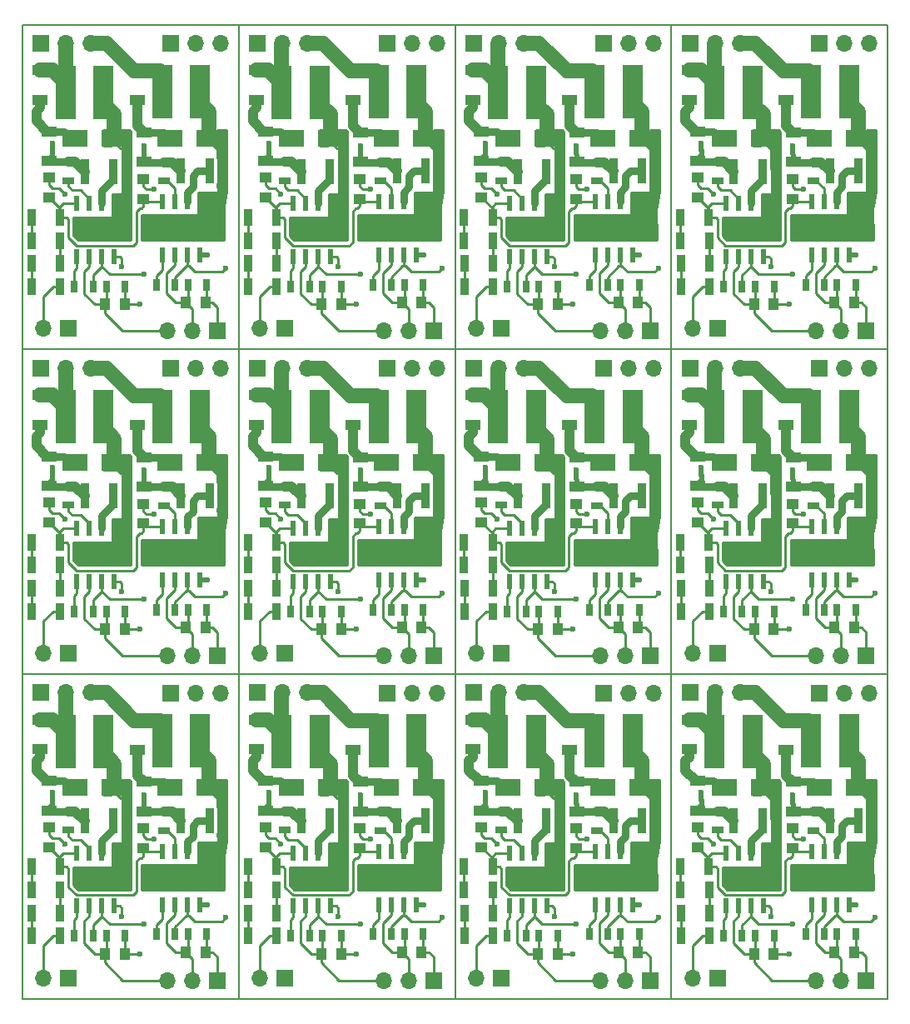
<source format=gtl>
G04 #@! TF.FileFunction,Copper,L1,Top,Signal*
%FSLAX46Y46*%
G04 Gerber Fmt 4.6, Leading zero omitted, Abs format (unit mm)*
G04 Created by KiCad (PCBNEW 4.0.2-stable) date 11/12/2017 10:54:40 AM*
%MOMM*%
G01*
G04 APERTURE LIST*
%ADD10C,0.100000*%
%ADD11C,0.150000*%
%ADD12R,0.900000X1.700000*%
%ADD13R,1.700000X1.700000*%
%ADD14O,1.700000X1.700000*%
%ADD15R,0.700000X1.300000*%
%ADD16R,1.000000X1.250000*%
%ADD17C,0.600000*%
%ADD18R,1.600000X1.000000*%
%ADD19R,1.250000X1.000000*%
%ADD20R,1.300000X0.700000*%
%ADD21R,2.500000X1.800000*%
%ADD22R,0.900000X2.500000*%
%ADD23R,0.600000X1.550000*%
%ADD24R,1.175000X1.175000*%
%ADD25R,2.150000X5.500000*%
%ADD26C,0.750000*%
%ADD27C,1.000000*%
%ADD28C,0.250000*%
%ADD29C,0.500000*%
%ADD30C,1.500000*%
%ADD31C,0.254000*%
G04 APERTURE END LIST*
D10*
D11*
X102000000Y-111000000D02*
X102000000Y-144000000D01*
X124000000Y-111000000D02*
X124000000Y-144000000D01*
X124000000Y-144000000D02*
X124000000Y-111000000D01*
X124000000Y-144000000D02*
X102000000Y-144000000D01*
X102000000Y-144000000D02*
X80000000Y-144000000D01*
X80000000Y-144000000D02*
X80000000Y-111000000D01*
X102000000Y-144000000D02*
X102000000Y-111000000D01*
X102000000Y-111000000D02*
X124000000Y-111000000D01*
X124000000Y-111000000D02*
X102000000Y-111000000D01*
X80000000Y-111000000D02*
X102000000Y-111000000D01*
X102000000Y-111000000D02*
X80000000Y-111000000D01*
X146000000Y-144000000D02*
X146000000Y-111000000D01*
X146000000Y-144000000D02*
X124000000Y-144000000D01*
X146000000Y-111000000D02*
X146000000Y-144000000D01*
X168000000Y-144000000D02*
X146000000Y-144000000D01*
X168000000Y-111000000D02*
X168000000Y-144000000D01*
X168000000Y-111000000D02*
X146000000Y-111000000D01*
X124000000Y-111000000D02*
X146000000Y-111000000D01*
X146000000Y-111000000D02*
X168000000Y-111000000D01*
X146000000Y-111000000D02*
X124000000Y-111000000D01*
X146000000Y-78000000D02*
X146000000Y-111000000D01*
X168000000Y-111000000D02*
X146000000Y-111000000D01*
X168000000Y-78000000D02*
X168000000Y-111000000D01*
X146000000Y-78000000D02*
X168000000Y-78000000D01*
X124000000Y-111000000D02*
X102000000Y-111000000D01*
X102000000Y-111000000D02*
X80000000Y-111000000D01*
X80000000Y-111000000D02*
X80000000Y-78000000D01*
X80000000Y-78000000D02*
X102000000Y-78000000D01*
X102000000Y-78000000D02*
X102000000Y-111000000D01*
X102000000Y-78000000D02*
X124000000Y-78000000D01*
X102000000Y-111000000D02*
X102000000Y-78000000D01*
X124000000Y-78000000D02*
X146000000Y-78000000D01*
X124000000Y-111000000D02*
X124000000Y-78000000D01*
X146000000Y-111000000D02*
X146000000Y-78000000D01*
X146000000Y-111000000D02*
X124000000Y-111000000D01*
X124000000Y-78000000D02*
X124000000Y-111000000D01*
X146000000Y-78000000D02*
X146000000Y-45000000D01*
X124000000Y-78000000D02*
X124000000Y-45000000D01*
X124000000Y-45000000D02*
X146000000Y-45000000D01*
X146000000Y-45000000D02*
X146000000Y-78000000D01*
X168000000Y-78000000D02*
X146000000Y-78000000D01*
X168000000Y-45000000D02*
X168000000Y-78000000D01*
X146000000Y-45000000D02*
X168000000Y-45000000D01*
X146000000Y-78000000D02*
X124000000Y-78000000D01*
X124000000Y-78000000D02*
X102000000Y-78000000D01*
X102000000Y-78000000D02*
X102000000Y-45000000D01*
X102000000Y-45000000D02*
X124000000Y-45000000D01*
X124000000Y-45000000D02*
X124000000Y-78000000D01*
X80000000Y-78000000D02*
X80000000Y-45000000D01*
X102000000Y-78000000D02*
X80000000Y-78000000D01*
X102000000Y-45000000D02*
X102000000Y-78000000D01*
X80000000Y-45000000D02*
X102000000Y-45000000D01*
D12*
X124937600Y-135293400D03*
X127837600Y-135293400D03*
X127837600Y-137604800D03*
X124937600Y-137604800D03*
D13*
X128673600Y-141857200D03*
D14*
X126133600Y-141857200D03*
D15*
X131188200Y-137604800D03*
X129288200Y-137604800D03*
D16*
X132414000Y-139444200D03*
X134414000Y-139444200D03*
D15*
X132524200Y-137604800D03*
X134424200Y-137604800D03*
D17*
X130723400Y-132601600D03*
X132123400Y-132601600D03*
X131423400Y-132601600D03*
D18*
X126692400Y-121856800D03*
X126692400Y-124856800D03*
D19*
X126692400Y-128571800D03*
X126692400Y-126571800D03*
D20*
X128699000Y-126835200D03*
X128699000Y-124935200D03*
D21*
X129340600Y-122517200D03*
X133340600Y-122517200D03*
D19*
X136293600Y-128698800D03*
X136293600Y-126698800D03*
D18*
X136369800Y-121955600D03*
X136369800Y-124955600D03*
D22*
X133247800Y-125909800D03*
X130347800Y-125909800D03*
D12*
X127814400Y-132931200D03*
X124914400Y-132931200D03*
D17*
X131423400Y-131101600D03*
D23*
X129533900Y-134567700D03*
X130803900Y-134567700D03*
X132073900Y-134567700D03*
X133343900Y-134567700D03*
X133343900Y-129167700D03*
X132073900Y-129167700D03*
X130803900Y-129167700D03*
X129533900Y-129167700D03*
D24*
X132026400Y-131280200D03*
X130851400Y-131280200D03*
X132026400Y-132455200D03*
X130851400Y-132455200D03*
D17*
X130723400Y-131101600D03*
X132123400Y-131101600D03*
D12*
X124912200Y-130594400D03*
X127812200Y-130594400D03*
D17*
X139410200Y-132500000D03*
X140110200Y-132500000D03*
D23*
X138246100Y-134408700D03*
X139516100Y-134408700D03*
X140786100Y-134408700D03*
X142056100Y-134408700D03*
X142056100Y-129008700D03*
X140786100Y-129008700D03*
X139516100Y-129008700D03*
X138246100Y-129008700D03*
D24*
X140738600Y-131121200D03*
X139563600Y-131121200D03*
X140738600Y-132296200D03*
X139563600Y-132296200D03*
D17*
X140810200Y-131000000D03*
X140110200Y-131000000D03*
D18*
X125803400Y-118648200D03*
X125803400Y-115648200D03*
D25*
X128374200Y-117858000D03*
X132224200Y-117858000D03*
D13*
X125879600Y-112879600D03*
D14*
X128419600Y-112879600D03*
X130959600Y-112879600D03*
D18*
X135658600Y-118697600D03*
X135658600Y-115697600D03*
D13*
X139062200Y-112905000D03*
D14*
X141602200Y-112905000D03*
X144142200Y-112905000D03*
D25*
X138204000Y-117807200D03*
X142054000Y-117807200D03*
X160204000Y-117807200D03*
X164054000Y-117807200D03*
D13*
X161062200Y-112905000D03*
D14*
X163602200Y-112905000D03*
X166142200Y-112905000D03*
D21*
X160992600Y-122517200D03*
X164992600Y-122517200D03*
D16*
X154414000Y-139444200D03*
X156414000Y-139444200D03*
X162592800Y-139266400D03*
X164592800Y-139266400D03*
D15*
X162830000Y-137437600D03*
X164730000Y-137437600D03*
D13*
X165812000Y-142111200D03*
D14*
X163272000Y-142111200D03*
X160732000Y-142111200D03*
D15*
X161539800Y-137437600D03*
X159639800Y-137437600D03*
X154524200Y-137604800D03*
X156424200Y-137604800D03*
D18*
X158369800Y-121955600D03*
X158369800Y-124955600D03*
D21*
X151340600Y-122517200D03*
X155340600Y-122517200D03*
D25*
X150374200Y-117858000D03*
X154224200Y-117858000D03*
D18*
X157658600Y-118697600D03*
X157658600Y-115697600D03*
X147803400Y-118648200D03*
X147803400Y-115648200D03*
D20*
X160427200Y-126886000D03*
X160427200Y-124986000D03*
D23*
X160246100Y-134408700D03*
X161516100Y-134408700D03*
X162786100Y-134408700D03*
X164056100Y-134408700D03*
X164056100Y-129008700D03*
X162786100Y-129008700D03*
X161516100Y-129008700D03*
X160246100Y-129008700D03*
D24*
X162738600Y-131121200D03*
X161563600Y-131121200D03*
X162738600Y-132296200D03*
X161563600Y-132296200D03*
D19*
X158293600Y-128698800D03*
X158293600Y-126698800D03*
D23*
X151533900Y-134567700D03*
X152803900Y-134567700D03*
X154073900Y-134567700D03*
X155343900Y-134567700D03*
X155343900Y-129167700D03*
X154073900Y-129167700D03*
X152803900Y-129167700D03*
X151533900Y-129167700D03*
D24*
X154026400Y-131280200D03*
X152851400Y-131280200D03*
X154026400Y-132455200D03*
X152851400Y-132455200D03*
D22*
X165026800Y-125884400D03*
X162126800Y-125884400D03*
D13*
X147879600Y-112879600D03*
D14*
X150419600Y-112879600D03*
X152959600Y-112879600D03*
D17*
X162810200Y-131000000D03*
X161410200Y-132500000D03*
X162110200Y-131000000D03*
X162110200Y-132500000D03*
X162810200Y-132500000D03*
X161410200Y-131000000D03*
X152723400Y-131101600D03*
X154123400Y-131101600D03*
X152723400Y-132601600D03*
X154123400Y-132601600D03*
D12*
X149814400Y-132931200D03*
X146914400Y-132931200D03*
D17*
X153423400Y-131101600D03*
D12*
X146912200Y-130594400D03*
X149812200Y-130594400D03*
D17*
X153423400Y-132601600D03*
D18*
X148692400Y-121856800D03*
X148692400Y-124856800D03*
D22*
X155247800Y-125909800D03*
X152347800Y-125909800D03*
D20*
X150699000Y-126835200D03*
X150699000Y-124935200D03*
D19*
X148692400Y-128571800D03*
X148692400Y-126571800D03*
D16*
X140592800Y-139266400D03*
X142592800Y-139266400D03*
D15*
X140830000Y-137437600D03*
X142730000Y-137437600D03*
D13*
X143812000Y-142111200D03*
D14*
X141272000Y-142111200D03*
X138732000Y-142111200D03*
D15*
X139539800Y-137437600D03*
X137639800Y-137437600D03*
D17*
X140810200Y-132500000D03*
D20*
X138427200Y-126886000D03*
X138427200Y-124986000D03*
D22*
X143026800Y-125884400D03*
X140126800Y-125884400D03*
D21*
X138992600Y-122517200D03*
X142992600Y-122517200D03*
D17*
X139410200Y-131000000D03*
D12*
X146937600Y-135293400D03*
X149837600Y-135293400D03*
D15*
X153188200Y-137604800D03*
X151288200Y-137604800D03*
D12*
X149837600Y-137604800D03*
X146937600Y-137604800D03*
D13*
X150673600Y-141857200D03*
D14*
X148133600Y-141857200D03*
D15*
X88524200Y-137604800D03*
X90424200Y-137604800D03*
D16*
X88414000Y-139444200D03*
X90414000Y-139444200D03*
D15*
X87188200Y-137604800D03*
X85288200Y-137604800D03*
D17*
X88123400Y-132601600D03*
D12*
X105814400Y-132931200D03*
X102914400Y-132931200D03*
X102912200Y-130594400D03*
X105812200Y-130594400D03*
X105837600Y-137604800D03*
X102937600Y-137604800D03*
X102937600Y-135293400D03*
X105837600Y-135293400D03*
D13*
X106673600Y-141857200D03*
D14*
X104133600Y-141857200D03*
D13*
X99812000Y-142111200D03*
D14*
X97272000Y-142111200D03*
X94732000Y-142111200D03*
D15*
X96830000Y-137437600D03*
X98730000Y-137437600D03*
D16*
X96592800Y-139266400D03*
X98592800Y-139266400D03*
D15*
X95539800Y-137437600D03*
X93639800Y-137437600D03*
D17*
X96810200Y-132500000D03*
X96810200Y-131000000D03*
D23*
X94246100Y-134408700D03*
X95516100Y-134408700D03*
X96786100Y-134408700D03*
X98056100Y-134408700D03*
X98056100Y-129008700D03*
X96786100Y-129008700D03*
X95516100Y-129008700D03*
X94246100Y-129008700D03*
D24*
X96738600Y-131121200D03*
X95563600Y-131121200D03*
X96738600Y-132296200D03*
X95563600Y-132296200D03*
D17*
X95410200Y-131000000D03*
X96110200Y-131000000D03*
X95410200Y-132500000D03*
X96110200Y-132500000D03*
D13*
X84673600Y-141857200D03*
D14*
X82133600Y-141857200D03*
D12*
X83814400Y-132931200D03*
X80914400Y-132931200D03*
X83837600Y-137604800D03*
X80937600Y-137604800D03*
X80937600Y-135293400D03*
X83837600Y-135293400D03*
D17*
X87423400Y-132601600D03*
D21*
X107340600Y-122517200D03*
X111340600Y-122517200D03*
D25*
X106374200Y-117858000D03*
X110224200Y-117858000D03*
D18*
X114369800Y-121955600D03*
X114369800Y-124955600D03*
D22*
X121026800Y-125884400D03*
X118126800Y-125884400D03*
D20*
X116427200Y-126886000D03*
X116427200Y-124986000D03*
D13*
X117062200Y-112905000D03*
D14*
X119602200Y-112905000D03*
X122142200Y-112905000D03*
D25*
X116204000Y-117807200D03*
X120054000Y-117807200D03*
D21*
X116992600Y-122517200D03*
X120992600Y-122517200D03*
D18*
X113658600Y-118697600D03*
X113658600Y-115697600D03*
D17*
X108723400Y-132601600D03*
X110123400Y-132601600D03*
D15*
X109188200Y-137604800D03*
X107288200Y-137604800D03*
D16*
X110414000Y-139444200D03*
X112414000Y-139444200D03*
D15*
X110524200Y-137604800D03*
X112424200Y-137604800D03*
D17*
X109423400Y-132601600D03*
D15*
X118830000Y-137437600D03*
X120730000Y-137437600D03*
X117539800Y-137437600D03*
X115639800Y-137437600D03*
D16*
X118592800Y-139266400D03*
X120592800Y-139266400D03*
D13*
X121812000Y-142111200D03*
D14*
X119272000Y-142111200D03*
X116732000Y-142111200D03*
D17*
X110123400Y-131101600D03*
D19*
X114293600Y-128698800D03*
X114293600Y-126698800D03*
D23*
X107533900Y-134567700D03*
X108803900Y-134567700D03*
X110073900Y-134567700D03*
X111343900Y-134567700D03*
X111343900Y-129167700D03*
X110073900Y-129167700D03*
X108803900Y-129167700D03*
X107533900Y-129167700D03*
D24*
X110026400Y-131280200D03*
X108851400Y-131280200D03*
X110026400Y-132455200D03*
X108851400Y-132455200D03*
D17*
X109423400Y-131101600D03*
X108723400Y-131101600D03*
D22*
X111247800Y-125909800D03*
X108347800Y-125909800D03*
D17*
X118110200Y-132500000D03*
X118810200Y-132500000D03*
D23*
X116246100Y-134408700D03*
X117516100Y-134408700D03*
X118786100Y-134408700D03*
X120056100Y-134408700D03*
X120056100Y-129008700D03*
X118786100Y-129008700D03*
X117516100Y-129008700D03*
X116246100Y-129008700D03*
D24*
X118738600Y-131121200D03*
X117563600Y-131121200D03*
X118738600Y-132296200D03*
X117563600Y-132296200D03*
D17*
X118110200Y-131000000D03*
X118810200Y-131000000D03*
X117410200Y-131000000D03*
X117410200Y-132500000D03*
D13*
X103879600Y-112879600D03*
D14*
X106419600Y-112879600D03*
X108959600Y-112879600D03*
D18*
X91658600Y-118697600D03*
X91658600Y-115697600D03*
X92369800Y-121955600D03*
X92369800Y-124955600D03*
D13*
X95062200Y-112905000D03*
D14*
X97602200Y-112905000D03*
X100142200Y-112905000D03*
D21*
X94992600Y-122517200D03*
X98992600Y-122517200D03*
D22*
X99026800Y-125884400D03*
X96126800Y-125884400D03*
D20*
X94427200Y-126886000D03*
X94427200Y-124986000D03*
D19*
X92293600Y-128698800D03*
X92293600Y-126698800D03*
D25*
X94204000Y-117807200D03*
X98054000Y-117807200D03*
D21*
X85340600Y-122517200D03*
X89340600Y-122517200D03*
D25*
X84374200Y-117858000D03*
X88224200Y-117858000D03*
D22*
X89247800Y-125909800D03*
X86347800Y-125909800D03*
D20*
X84699000Y-126835200D03*
X84699000Y-124935200D03*
D18*
X82692400Y-121856800D03*
X82692400Y-124856800D03*
D13*
X81879600Y-112879600D03*
D14*
X84419600Y-112879600D03*
X86959600Y-112879600D03*
D18*
X81803400Y-118648200D03*
X81803400Y-115648200D03*
D19*
X82692400Y-128571800D03*
X82692400Y-126571800D03*
D12*
X80912200Y-130594400D03*
X83812200Y-130594400D03*
D23*
X85533900Y-134567700D03*
X86803900Y-134567700D03*
X88073900Y-134567700D03*
X89343900Y-134567700D03*
X89343900Y-129167700D03*
X88073900Y-129167700D03*
X86803900Y-129167700D03*
X85533900Y-129167700D03*
D24*
X88026400Y-131280200D03*
X86851400Y-131280200D03*
X88026400Y-132455200D03*
X86851400Y-132455200D03*
D17*
X86723400Y-132601600D03*
X88123400Y-131101600D03*
X87423400Y-131101600D03*
X86723400Y-131101600D03*
D19*
X104692400Y-128571800D03*
X104692400Y-126571800D03*
D20*
X106699000Y-126835200D03*
X106699000Y-124935200D03*
D18*
X104692400Y-121856800D03*
X104692400Y-124856800D03*
X103803400Y-118648200D03*
X103803400Y-115648200D03*
D15*
X139539800Y-104437600D03*
X137639800Y-104437600D03*
D13*
X143812000Y-109111200D03*
D14*
X141272000Y-109111200D03*
X138732000Y-109111200D03*
D15*
X140830000Y-104437600D03*
X142730000Y-104437600D03*
D16*
X140592800Y-106266400D03*
X142592800Y-106266400D03*
D17*
X139410200Y-99500000D03*
X140110200Y-99500000D03*
X140110200Y-98000000D03*
X140810200Y-99500000D03*
X139410200Y-98000000D03*
X140810200Y-98000000D03*
D21*
X138992600Y-89517200D03*
X142992600Y-89517200D03*
D20*
X138427200Y-93886000D03*
X138427200Y-91986000D03*
D13*
X139062200Y-79905000D03*
D14*
X141602200Y-79905000D03*
X144142200Y-79905000D03*
D22*
X143026800Y-92884400D03*
X140126800Y-92884400D03*
D25*
X138204000Y-84807200D03*
X142054000Y-84807200D03*
D13*
X128673600Y-108857200D03*
D14*
X126133600Y-108857200D03*
D12*
X127814400Y-99931200D03*
X124914400Y-99931200D03*
D15*
X132524200Y-104604800D03*
X134424200Y-104604800D03*
D16*
X132414000Y-106444200D03*
X134414000Y-106444200D03*
D17*
X130723400Y-99601600D03*
D15*
X131188200Y-104604800D03*
X129288200Y-104604800D03*
D12*
X124937600Y-102293400D03*
X127837600Y-102293400D03*
X127837600Y-104604800D03*
X124937600Y-104604800D03*
D18*
X136369800Y-88955600D03*
X136369800Y-91955600D03*
D22*
X133247800Y-92909800D03*
X130347800Y-92909800D03*
D20*
X128699000Y-93835200D03*
X128699000Y-91935200D03*
D18*
X135658600Y-85697600D03*
X135658600Y-82697600D03*
X126692400Y-88856800D03*
X126692400Y-91856800D03*
D25*
X128374200Y-84858000D03*
X132224200Y-84858000D03*
D21*
X129340600Y-89517200D03*
X133340600Y-89517200D03*
D23*
X138246100Y-101408700D03*
X139516100Y-101408700D03*
X140786100Y-101408700D03*
X142056100Y-101408700D03*
X142056100Y-96008700D03*
X140786100Y-96008700D03*
X139516100Y-96008700D03*
X138246100Y-96008700D03*
D24*
X140738600Y-98121200D03*
X139563600Y-98121200D03*
X140738600Y-99296200D03*
X139563600Y-99296200D03*
D17*
X132123400Y-99601600D03*
X131423400Y-99601600D03*
D23*
X129533900Y-101567700D03*
X130803900Y-101567700D03*
X132073900Y-101567700D03*
X133343900Y-101567700D03*
X133343900Y-96167700D03*
X132073900Y-96167700D03*
X130803900Y-96167700D03*
X129533900Y-96167700D03*
D24*
X132026400Y-98280200D03*
X130851400Y-98280200D03*
X132026400Y-99455200D03*
X130851400Y-99455200D03*
D19*
X136293600Y-95698800D03*
X136293600Y-93698800D03*
D17*
X130723400Y-98101600D03*
D19*
X126692400Y-95571800D03*
X126692400Y-93571800D03*
D12*
X124912200Y-97594400D03*
X127812200Y-97594400D03*
D17*
X132123400Y-98101600D03*
X131423400Y-98101600D03*
D18*
X113658600Y-85697600D03*
X113658600Y-82697600D03*
D13*
X125879600Y-79879600D03*
D14*
X128419600Y-79879600D03*
X130959600Y-79879600D03*
D18*
X125803400Y-85648200D03*
X125803400Y-82648200D03*
D13*
X117062200Y-79905000D03*
D14*
X119602200Y-79905000D03*
X122142200Y-79905000D03*
D25*
X116204000Y-84807200D03*
X120054000Y-84807200D03*
D12*
X146937600Y-102293400D03*
X149837600Y-102293400D03*
X146912200Y-97594400D03*
X149812200Y-97594400D03*
X149814400Y-99931200D03*
X146914400Y-99931200D03*
X149837600Y-104604800D03*
X146937600Y-104604800D03*
D13*
X150673600Y-108857200D03*
D14*
X148133600Y-108857200D03*
D15*
X154524200Y-104604800D03*
X156424200Y-104604800D03*
X153188200Y-104604800D03*
X151288200Y-104604800D03*
D16*
X154414000Y-106444200D03*
X156414000Y-106444200D03*
D15*
X162830000Y-104437600D03*
X164730000Y-104437600D03*
D13*
X165812000Y-109111200D03*
D14*
X163272000Y-109111200D03*
X160732000Y-109111200D03*
D16*
X162592800Y-106266400D03*
X164592800Y-106266400D03*
D15*
X161539800Y-104437600D03*
X159639800Y-104437600D03*
D17*
X162110200Y-99500000D03*
X162810200Y-99500000D03*
D18*
X147803400Y-85648200D03*
X147803400Y-82648200D03*
D13*
X147879600Y-79879600D03*
D14*
X150419600Y-79879600D03*
X152959600Y-79879600D03*
D25*
X150374200Y-84858000D03*
X154224200Y-84858000D03*
D19*
X148692400Y-95571800D03*
X148692400Y-93571800D03*
D20*
X150699000Y-93835200D03*
X150699000Y-91935200D03*
D18*
X148692400Y-88856800D03*
X148692400Y-91856800D03*
D22*
X155247800Y-92909800D03*
X152347800Y-92909800D03*
D21*
X151340600Y-89517200D03*
X155340600Y-89517200D03*
D18*
X157658600Y-85697600D03*
X157658600Y-82697600D03*
D13*
X161062200Y-79905000D03*
D14*
X163602200Y-79905000D03*
X166142200Y-79905000D03*
D21*
X160992600Y-89517200D03*
X164992600Y-89517200D03*
D20*
X160427200Y-93886000D03*
X160427200Y-91986000D03*
D25*
X160204000Y-84807200D03*
X164054000Y-84807200D03*
D18*
X158369800Y-88955600D03*
X158369800Y-91955600D03*
D22*
X165026800Y-92884400D03*
X162126800Y-92884400D03*
D17*
X152723400Y-98101600D03*
X154123400Y-98101600D03*
X152723400Y-99601600D03*
D23*
X151533900Y-101567700D03*
X152803900Y-101567700D03*
X154073900Y-101567700D03*
X155343900Y-101567700D03*
X155343900Y-96167700D03*
X154073900Y-96167700D03*
X152803900Y-96167700D03*
X151533900Y-96167700D03*
D24*
X154026400Y-98280200D03*
X152851400Y-98280200D03*
X154026400Y-99455200D03*
X152851400Y-99455200D03*
D17*
X153423400Y-98101600D03*
X153423400Y-99601600D03*
X154123400Y-99601600D03*
D19*
X158293600Y-95698800D03*
X158293600Y-93698800D03*
D17*
X161410200Y-99500000D03*
D23*
X160246100Y-101408700D03*
X161516100Y-101408700D03*
X162786100Y-101408700D03*
X164056100Y-101408700D03*
X164056100Y-96008700D03*
X162786100Y-96008700D03*
X161516100Y-96008700D03*
X160246100Y-96008700D03*
D24*
X162738600Y-98121200D03*
X161563600Y-98121200D03*
X162738600Y-99296200D03*
X161563600Y-99296200D03*
D17*
X162810200Y-98000000D03*
X162110200Y-98000000D03*
X161410200Y-98000000D03*
X110123400Y-98101600D03*
X109423400Y-98101600D03*
X110123400Y-99601600D03*
X108723400Y-99601600D03*
X109423400Y-99601600D03*
X108723400Y-98101600D03*
D25*
X94204000Y-84807200D03*
X98054000Y-84807200D03*
D21*
X94992600Y-89517200D03*
X98992600Y-89517200D03*
D13*
X95062200Y-79905000D03*
D14*
X97602200Y-79905000D03*
X100142200Y-79905000D03*
D18*
X103803400Y-85648200D03*
X103803400Y-82648200D03*
D13*
X103879600Y-79879600D03*
D14*
X106419600Y-79879600D03*
X108959600Y-79879600D03*
D25*
X106374200Y-84858000D03*
X110224200Y-84858000D03*
D21*
X107340600Y-89517200D03*
X111340600Y-89517200D03*
D18*
X104692400Y-88856800D03*
X104692400Y-91856800D03*
D20*
X106699000Y-93835200D03*
X106699000Y-91935200D03*
D22*
X111247800Y-92909800D03*
X108347800Y-92909800D03*
D19*
X92293600Y-95698800D03*
X92293600Y-93698800D03*
D20*
X94427200Y-93886000D03*
X94427200Y-91986000D03*
D22*
X99026800Y-92884400D03*
X96126800Y-92884400D03*
D23*
X94246100Y-101408700D03*
X95516100Y-101408700D03*
X96786100Y-101408700D03*
X98056100Y-101408700D03*
X98056100Y-96008700D03*
X96786100Y-96008700D03*
X95516100Y-96008700D03*
X94246100Y-96008700D03*
D24*
X96738600Y-98121200D03*
X95563600Y-98121200D03*
X96738600Y-99296200D03*
X95563600Y-99296200D03*
D17*
X96810200Y-99500000D03*
D12*
X105814400Y-99931200D03*
X102914400Y-99931200D03*
D17*
X96810200Y-98000000D03*
D12*
X102912200Y-97594400D03*
X105812200Y-97594400D03*
D19*
X104692400Y-95571800D03*
X104692400Y-93571800D03*
D17*
X96110200Y-98000000D03*
X95410200Y-99500000D03*
X96110200Y-99500000D03*
X95410200Y-98000000D03*
D21*
X116992600Y-89517200D03*
X120992600Y-89517200D03*
D22*
X121026800Y-92884400D03*
X118126800Y-92884400D03*
D18*
X114369800Y-88955600D03*
X114369800Y-91955600D03*
D19*
X114293600Y-95698800D03*
X114293600Y-93698800D03*
D20*
X116427200Y-93886000D03*
X116427200Y-91986000D03*
D23*
X107533900Y-101567700D03*
X108803900Y-101567700D03*
X110073900Y-101567700D03*
X111343900Y-101567700D03*
X111343900Y-96167700D03*
X110073900Y-96167700D03*
X108803900Y-96167700D03*
X107533900Y-96167700D03*
D24*
X110026400Y-98280200D03*
X108851400Y-98280200D03*
X110026400Y-99455200D03*
X108851400Y-99455200D03*
D17*
X118110200Y-99500000D03*
X117410200Y-99500000D03*
X118810200Y-99500000D03*
X118110200Y-98000000D03*
D23*
X116246100Y-101408700D03*
X117516100Y-101408700D03*
X118786100Y-101408700D03*
X120056100Y-101408700D03*
X120056100Y-96008700D03*
X118786100Y-96008700D03*
X117516100Y-96008700D03*
X116246100Y-96008700D03*
D24*
X118738600Y-98121200D03*
X117563600Y-98121200D03*
X118738600Y-99296200D03*
X117563600Y-99296200D03*
D17*
X118810200Y-98000000D03*
X117410200Y-98000000D03*
D12*
X105837600Y-104604800D03*
X102937600Y-104604800D03*
X102937600Y-102293400D03*
X105837600Y-102293400D03*
D15*
X110524200Y-104604800D03*
X112424200Y-104604800D03*
D16*
X110414000Y-106444200D03*
X112414000Y-106444200D03*
D13*
X106673600Y-108857200D03*
D14*
X104133600Y-108857200D03*
D15*
X109188200Y-104604800D03*
X107288200Y-104604800D03*
D13*
X99812000Y-109111200D03*
D14*
X97272000Y-109111200D03*
X94732000Y-109111200D03*
D16*
X96592800Y-106266400D03*
X98592800Y-106266400D03*
D15*
X95539800Y-104437600D03*
X93639800Y-104437600D03*
X96830000Y-104437600D03*
X98730000Y-104437600D03*
D16*
X118592800Y-106266400D03*
X120592800Y-106266400D03*
D15*
X117539800Y-104437600D03*
X115639800Y-104437600D03*
X118830000Y-104437600D03*
X120730000Y-104437600D03*
D13*
X121812000Y-109111200D03*
D14*
X119272000Y-109111200D03*
X116732000Y-109111200D03*
D23*
X85533900Y-101567700D03*
X86803900Y-101567700D03*
X88073900Y-101567700D03*
X89343900Y-101567700D03*
X89343900Y-96167700D03*
X88073900Y-96167700D03*
X86803900Y-96167700D03*
X85533900Y-96167700D03*
D24*
X88026400Y-98280200D03*
X86851400Y-98280200D03*
X88026400Y-99455200D03*
X86851400Y-99455200D03*
D17*
X86723400Y-98101600D03*
X88123400Y-98101600D03*
X86723400Y-99601600D03*
X87423400Y-98101600D03*
D18*
X81803400Y-85648200D03*
X81803400Y-82648200D03*
D25*
X84374200Y-84858000D03*
X88224200Y-84858000D03*
D13*
X81879600Y-79879600D03*
D14*
X84419600Y-79879600D03*
X86959600Y-79879600D03*
D18*
X91658600Y-85697600D03*
X91658600Y-82697600D03*
X92369800Y-88955600D03*
X92369800Y-91955600D03*
D22*
X89247800Y-92909800D03*
X86347800Y-92909800D03*
D20*
X84699000Y-93835200D03*
X84699000Y-91935200D03*
D12*
X80912200Y-97594400D03*
X83812200Y-97594400D03*
D19*
X82692400Y-95571800D03*
X82692400Y-93571800D03*
D18*
X82692400Y-88856800D03*
X82692400Y-91856800D03*
D21*
X85340600Y-89517200D03*
X89340600Y-89517200D03*
D16*
X88414000Y-106444200D03*
X90414000Y-106444200D03*
D15*
X88524200Y-104604800D03*
X90424200Y-104604800D03*
D17*
X87423400Y-99601600D03*
X88123400Y-99601600D03*
D12*
X83837600Y-104604800D03*
X80937600Y-104604800D03*
X80937600Y-102293400D03*
X83837600Y-102293400D03*
X83814400Y-99931200D03*
X80914400Y-99931200D03*
D15*
X87188200Y-104604800D03*
X85288200Y-104604800D03*
D13*
X84673600Y-108857200D03*
D14*
X82133600Y-108857200D03*
D23*
X151533900Y-68567700D03*
X152803900Y-68567700D03*
X154073900Y-68567700D03*
X155343900Y-68567700D03*
X155343900Y-63167700D03*
X154073900Y-63167700D03*
X152803900Y-63167700D03*
X151533900Y-63167700D03*
D24*
X154026400Y-65280200D03*
X152851400Y-65280200D03*
X154026400Y-66455200D03*
X152851400Y-66455200D03*
D15*
X153188200Y-71604800D03*
X151288200Y-71604800D03*
D12*
X149837600Y-71604800D03*
X146937600Y-71604800D03*
D13*
X150673600Y-75857200D03*
D14*
X148133600Y-75857200D03*
D12*
X146937600Y-69293400D03*
X149837600Y-69293400D03*
D17*
X153423400Y-66601600D03*
X154123400Y-65101600D03*
X154123400Y-66601600D03*
D12*
X149814400Y-66931200D03*
X146914400Y-66931200D03*
D17*
X152723400Y-65101600D03*
X153423400Y-65101600D03*
X140810200Y-65000000D03*
D15*
X140830000Y-71437600D03*
X142730000Y-71437600D03*
D13*
X143812000Y-76111200D03*
D14*
X141272000Y-76111200D03*
X138732000Y-76111200D03*
D15*
X139539800Y-71437600D03*
X137639800Y-71437600D03*
D16*
X140592800Y-73266400D03*
X142592800Y-73266400D03*
D17*
X139410200Y-65000000D03*
X140110200Y-65000000D03*
X139410200Y-66500000D03*
X140810200Y-66500000D03*
X140110200Y-66500000D03*
D15*
X161539800Y-71437600D03*
X159639800Y-71437600D03*
D16*
X154414000Y-73444200D03*
X156414000Y-73444200D03*
D13*
X165812000Y-76111200D03*
D14*
X163272000Y-76111200D03*
X160732000Y-76111200D03*
D15*
X162830000Y-71437600D03*
X164730000Y-71437600D03*
D16*
X162592800Y-73266400D03*
X164592800Y-73266400D03*
D15*
X154524200Y-71604800D03*
X156424200Y-71604800D03*
D23*
X138246100Y-68408700D03*
X139516100Y-68408700D03*
X140786100Y-68408700D03*
X142056100Y-68408700D03*
X142056100Y-63008700D03*
X140786100Y-63008700D03*
X139516100Y-63008700D03*
X138246100Y-63008700D03*
D24*
X140738600Y-65121200D03*
X139563600Y-65121200D03*
X140738600Y-66296200D03*
X139563600Y-66296200D03*
D25*
X138204000Y-51807200D03*
X142054000Y-51807200D03*
D18*
X136369800Y-55955600D03*
X136369800Y-58955600D03*
D20*
X138427200Y-60886000D03*
X138427200Y-58986000D03*
D19*
X136293600Y-62698800D03*
X136293600Y-60698800D03*
D13*
X139062200Y-46905000D03*
D14*
X141602200Y-46905000D03*
X144142200Y-46905000D03*
D21*
X138992600Y-56517200D03*
X142992600Y-56517200D03*
D22*
X143026800Y-59884400D03*
X140126800Y-59884400D03*
D17*
X162810200Y-66500000D03*
X162110200Y-66500000D03*
X162810200Y-65000000D03*
X162110200Y-65000000D03*
X161410200Y-66500000D03*
D23*
X160246100Y-68408700D03*
X161516100Y-68408700D03*
X162786100Y-68408700D03*
X164056100Y-68408700D03*
X164056100Y-63008700D03*
X162786100Y-63008700D03*
X161516100Y-63008700D03*
X160246100Y-63008700D03*
D24*
X162738600Y-65121200D03*
X161563600Y-65121200D03*
X162738600Y-66296200D03*
X161563600Y-66296200D03*
D18*
X157658600Y-52697600D03*
X157658600Y-49697600D03*
X158369800Y-55955600D03*
X158369800Y-58955600D03*
D25*
X160204000Y-51807200D03*
X164054000Y-51807200D03*
D13*
X161062200Y-46905000D03*
D14*
X163602200Y-46905000D03*
X166142200Y-46905000D03*
D21*
X160992600Y-56517200D03*
X164992600Y-56517200D03*
D17*
X161410200Y-65000000D03*
D20*
X160427200Y-60886000D03*
X160427200Y-58986000D03*
D19*
X158293600Y-62698800D03*
X158293600Y-60698800D03*
D22*
X165026800Y-59884400D03*
X162126800Y-59884400D03*
D18*
X147803400Y-52648200D03*
X147803400Y-49648200D03*
D13*
X147879600Y-46879600D03*
D14*
X150419600Y-46879600D03*
X152959600Y-46879600D03*
D25*
X150374200Y-51858000D03*
X154224200Y-51858000D03*
D21*
X151340600Y-56517200D03*
X155340600Y-56517200D03*
D18*
X148692400Y-55856800D03*
X148692400Y-58856800D03*
D22*
X155247800Y-59909800D03*
X152347800Y-59909800D03*
D20*
X150699000Y-60835200D03*
X150699000Y-58935200D03*
D12*
X146912200Y-64594400D03*
X149812200Y-64594400D03*
D17*
X152723400Y-66601600D03*
D19*
X148692400Y-62571800D03*
X148692400Y-60571800D03*
D15*
X132524200Y-71604800D03*
X134424200Y-71604800D03*
D16*
X132414000Y-73444200D03*
X134414000Y-73444200D03*
D13*
X128673600Y-75857200D03*
D14*
X126133600Y-75857200D03*
D15*
X131188200Y-71604800D03*
X129288200Y-71604800D03*
D12*
X127837600Y-71604800D03*
X124937600Y-71604800D03*
X124937600Y-69293400D03*
X127837600Y-69293400D03*
D18*
X135658600Y-52697600D03*
X135658600Y-49697600D03*
D13*
X125879600Y-46879600D03*
D14*
X128419600Y-46879600D03*
X130959600Y-46879600D03*
D25*
X128374200Y-51858000D03*
X132224200Y-51858000D03*
D18*
X125803400Y-52648200D03*
X125803400Y-49648200D03*
D12*
X124912200Y-64594400D03*
X127812200Y-64594400D03*
D17*
X130723400Y-65101600D03*
D12*
X127814400Y-66931200D03*
X124914400Y-66931200D03*
D19*
X126692400Y-62571800D03*
X126692400Y-60571800D03*
D20*
X128699000Y-60835200D03*
X128699000Y-58935200D03*
D21*
X129340600Y-56517200D03*
X133340600Y-56517200D03*
D22*
X133247800Y-59909800D03*
X130347800Y-59909800D03*
D18*
X126692400Y-55856800D03*
X126692400Y-58856800D03*
D17*
X131423400Y-65101600D03*
X132123400Y-66601600D03*
X131423400Y-66601600D03*
X132123400Y-65101600D03*
D23*
X129533900Y-68567700D03*
X130803900Y-68567700D03*
X132073900Y-68567700D03*
X133343900Y-68567700D03*
X133343900Y-63167700D03*
X132073900Y-63167700D03*
X130803900Y-63167700D03*
X129533900Y-63167700D03*
D24*
X132026400Y-65280200D03*
X130851400Y-65280200D03*
X132026400Y-66455200D03*
X130851400Y-66455200D03*
D17*
X130723400Y-66601600D03*
D16*
X118592800Y-73266400D03*
X120592800Y-73266400D03*
D13*
X121812000Y-76111200D03*
D14*
X119272000Y-76111200D03*
X116732000Y-76111200D03*
D15*
X118830000Y-71437600D03*
X120730000Y-71437600D03*
X117539800Y-71437600D03*
X115639800Y-71437600D03*
D17*
X118110200Y-66500000D03*
X117410200Y-65000000D03*
X117410200Y-66500000D03*
X118810200Y-66500000D03*
D19*
X104692400Y-62571800D03*
X104692400Y-60571800D03*
D23*
X107533900Y-68567700D03*
X108803900Y-68567700D03*
X110073900Y-68567700D03*
X111343900Y-68567700D03*
X111343900Y-63167700D03*
X110073900Y-63167700D03*
X108803900Y-63167700D03*
X107533900Y-63167700D03*
D24*
X110026400Y-65280200D03*
X108851400Y-65280200D03*
X110026400Y-66455200D03*
X108851400Y-66455200D03*
D12*
X102912200Y-64594400D03*
X105812200Y-64594400D03*
X102937600Y-69293400D03*
X105837600Y-69293400D03*
D17*
X108723400Y-66601600D03*
D12*
X105814400Y-66931200D03*
X102914400Y-66931200D03*
D17*
X108723400Y-65101600D03*
D16*
X110414000Y-73444200D03*
X112414000Y-73444200D03*
D15*
X110524200Y-71604800D03*
X112424200Y-71604800D03*
D12*
X105837600Y-71604800D03*
X102937600Y-71604800D03*
D15*
X109188200Y-71604800D03*
X107288200Y-71604800D03*
D13*
X106673600Y-75857200D03*
D14*
X104133600Y-75857200D03*
D17*
X110123400Y-65101600D03*
X109423400Y-65101600D03*
X110123400Y-66601600D03*
X109423400Y-66601600D03*
D18*
X113658600Y-52697600D03*
X113658600Y-49697600D03*
D21*
X116992600Y-56517200D03*
X120992600Y-56517200D03*
D13*
X117062200Y-46905000D03*
D14*
X119602200Y-46905000D03*
X122142200Y-46905000D03*
D25*
X116204000Y-51807200D03*
X120054000Y-51807200D03*
D18*
X114369800Y-55955600D03*
X114369800Y-58955600D03*
D22*
X121026800Y-59884400D03*
X118126800Y-59884400D03*
D20*
X116427200Y-60886000D03*
X116427200Y-58986000D03*
D23*
X116246100Y-68408700D03*
X117516100Y-68408700D03*
X118786100Y-68408700D03*
X120056100Y-68408700D03*
X120056100Y-63008700D03*
X118786100Y-63008700D03*
X117516100Y-63008700D03*
X116246100Y-63008700D03*
D24*
X118738600Y-65121200D03*
X117563600Y-65121200D03*
X118738600Y-66296200D03*
X117563600Y-66296200D03*
D17*
X118110200Y-65000000D03*
X118810200Y-65000000D03*
D19*
X114293600Y-62698800D03*
X114293600Y-60698800D03*
D18*
X103803400Y-52648200D03*
X103803400Y-49648200D03*
D25*
X106374200Y-51858000D03*
X110224200Y-51858000D03*
D18*
X104692400Y-55856800D03*
X104692400Y-58856800D03*
D21*
X107340600Y-56517200D03*
X111340600Y-56517200D03*
D20*
X106699000Y-60835200D03*
X106699000Y-58935200D03*
D13*
X103879600Y-46879600D03*
D14*
X106419600Y-46879600D03*
X108959600Y-46879600D03*
D22*
X111247800Y-59909800D03*
X108347800Y-59909800D03*
D17*
X87423400Y-66601600D03*
X86723400Y-66601600D03*
X88123400Y-65101600D03*
X87423400Y-65101600D03*
X88123400Y-66601600D03*
X86723400Y-65101600D03*
X96810200Y-66500000D03*
X96110200Y-66500000D03*
X95410200Y-66500000D03*
X96810200Y-65000000D03*
X96110200Y-65000000D03*
X95410200Y-65000000D03*
D18*
X92369800Y-55955600D03*
X92369800Y-58955600D03*
X82692400Y-55856800D03*
X82692400Y-58856800D03*
D25*
X84374200Y-51858000D03*
X88224200Y-51858000D03*
X94204000Y-51807200D03*
X98054000Y-51807200D03*
D13*
X84673600Y-75857200D03*
D14*
X82133600Y-75857200D03*
D13*
X81879600Y-46879600D03*
D14*
X84419600Y-46879600D03*
X86959600Y-46879600D03*
D13*
X99812000Y-76111200D03*
D14*
X97272000Y-76111200D03*
X94732000Y-76111200D03*
D13*
X95062200Y-46905000D03*
D14*
X97602200Y-46905000D03*
X100142200Y-46905000D03*
D15*
X87188200Y-71604800D03*
X85288200Y-71604800D03*
D20*
X84699000Y-60835200D03*
X84699000Y-58935200D03*
D15*
X96830000Y-71437600D03*
X98730000Y-71437600D03*
X88524200Y-71604800D03*
X90424200Y-71604800D03*
X95539800Y-71437600D03*
X93639800Y-71437600D03*
D20*
X94427200Y-60886000D03*
X94427200Y-58986000D03*
D12*
X83837600Y-71604800D03*
X80937600Y-71604800D03*
X80937600Y-69293400D03*
X83837600Y-69293400D03*
X83814400Y-66931200D03*
X80914400Y-66931200D03*
X80912200Y-64594400D03*
X83812200Y-64594400D03*
D23*
X85533900Y-68567700D03*
X86803900Y-68567700D03*
X88073900Y-68567700D03*
X89343900Y-68567700D03*
X89343900Y-63167700D03*
X88073900Y-63167700D03*
X86803900Y-63167700D03*
X85533900Y-63167700D03*
D24*
X88026400Y-65280200D03*
X86851400Y-65280200D03*
X88026400Y-66455200D03*
X86851400Y-66455200D03*
D23*
X94246100Y-68408700D03*
X95516100Y-68408700D03*
X96786100Y-68408700D03*
X98056100Y-68408700D03*
X98056100Y-63008700D03*
X96786100Y-63008700D03*
X95516100Y-63008700D03*
X94246100Y-63008700D03*
D24*
X96738600Y-65121200D03*
X95563600Y-65121200D03*
X96738600Y-66296200D03*
X95563600Y-66296200D03*
D21*
X85340600Y-56517200D03*
X89340600Y-56517200D03*
X94992600Y-56517200D03*
X98992600Y-56517200D03*
D19*
X92293600Y-62698800D03*
X92293600Y-60698800D03*
X82692400Y-62571800D03*
X82692400Y-60571800D03*
D16*
X96592800Y-73266400D03*
X98592800Y-73266400D03*
X88414000Y-73444200D03*
X90414000Y-73444200D03*
D22*
X89247800Y-59909800D03*
X86347800Y-59909800D03*
X99026800Y-59884400D03*
X96126800Y-59884400D03*
D18*
X81803400Y-52648200D03*
X81803400Y-49648200D03*
X91658600Y-52697600D03*
X91658600Y-49697600D03*
D17*
X157658600Y-119737600D03*
X157658600Y-120474200D03*
X91658600Y-119737600D03*
X81422400Y-120779000D03*
X81422400Y-119915400D03*
X91658600Y-120474200D03*
X103422400Y-119915400D03*
X103422400Y-120779000D03*
X147422400Y-119915400D03*
X147422400Y-120779000D03*
X125422400Y-119915400D03*
X125422400Y-120779000D03*
X135658600Y-120474200D03*
X135658600Y-119737600D03*
X113658600Y-120474200D03*
X113658600Y-119737600D03*
X91658600Y-87474200D03*
X91658600Y-86737600D03*
X103422400Y-87779000D03*
X103422400Y-86915400D03*
X81422400Y-87779000D03*
X81422400Y-86915400D03*
X157658600Y-87474200D03*
X157658600Y-86737600D03*
X125422400Y-86915400D03*
X125422400Y-87779000D03*
X113658600Y-87474200D03*
X113658600Y-86737600D03*
X135658600Y-87474200D03*
X135658600Y-86737600D03*
X147422400Y-87779000D03*
X147422400Y-86915400D03*
X147422400Y-53915400D03*
X147422400Y-54779000D03*
X157658600Y-53737600D03*
X157658600Y-54474200D03*
X125422400Y-53915400D03*
X125422400Y-54779000D03*
X135658600Y-53737600D03*
X135658600Y-54474200D03*
X113658600Y-54474200D03*
X113658600Y-53737600D03*
X103422400Y-53915400D03*
X103422400Y-54779000D03*
X81422400Y-54779000D03*
X81422400Y-53915400D03*
X91658600Y-54474200D03*
X91658600Y-53737600D03*
X158344400Y-123975600D03*
X149073400Y-123848600D03*
X149048000Y-123035800D03*
X158344400Y-123289800D03*
X159411200Y-127760200D03*
X150292600Y-128242800D03*
X156109200Y-135608800D03*
X164785900Y-134408700D03*
X157963400Y-139444200D03*
X83073400Y-123848600D03*
X84292600Y-128242800D03*
X83048000Y-123035800D03*
X92344400Y-123289800D03*
X105073400Y-123848600D03*
X106292600Y-128242800D03*
X105048000Y-123035800D03*
X93411200Y-127760200D03*
X91963400Y-139444200D03*
X90109200Y-135608800D03*
X98785900Y-134408700D03*
X92344400Y-123975600D03*
X113963400Y-139444200D03*
X120785900Y-134408700D03*
X112109200Y-135608800D03*
X115411200Y-127760200D03*
X142785900Y-134408700D03*
X134109200Y-135608800D03*
X135963400Y-139444200D03*
X127073400Y-123848600D03*
X127048000Y-123035800D03*
X128292600Y-128242800D03*
X136344400Y-123975600D03*
X137411200Y-127760200D03*
X136344400Y-123289800D03*
X114344400Y-123975600D03*
X114344400Y-123289800D03*
X91963400Y-106444200D03*
X90109200Y-102608800D03*
X98785900Y-101408700D03*
X92344400Y-90975600D03*
X93411200Y-94760200D03*
X92344400Y-90289800D03*
X105048000Y-90035800D03*
X105073400Y-90848600D03*
X106292600Y-95242800D03*
X113963400Y-106444200D03*
X120785900Y-101408700D03*
X112109200Y-102608800D03*
X83073400Y-90848600D03*
X84292600Y-95242800D03*
X83048000Y-90035800D03*
X156109200Y-102608800D03*
X157963400Y-106444200D03*
X142785900Y-101408700D03*
X150292600Y-95242800D03*
X149048000Y-90035800D03*
X158344400Y-90289800D03*
X149073400Y-90848600D03*
X159411200Y-94760200D03*
X164785900Y-101408700D03*
X158344400Y-90975600D03*
X127073400Y-90848600D03*
X134109200Y-102608800D03*
X135963400Y-106444200D03*
X137411200Y-94760200D03*
X136344400Y-90975600D03*
X127048000Y-90035800D03*
X128292600Y-95242800D03*
X114344400Y-90975600D03*
X115411200Y-94760200D03*
X114344400Y-90289800D03*
X136344400Y-90289800D03*
X150292600Y-62242800D03*
X149073400Y-57848600D03*
X149048000Y-57035800D03*
X158344400Y-57975600D03*
X158344400Y-57289800D03*
X159411200Y-61760200D03*
X156109200Y-69608800D03*
X157963400Y-73444200D03*
X164785900Y-68408700D03*
X128292600Y-62242800D03*
X127048000Y-57035800D03*
X127073400Y-57848600D03*
X137411200Y-61760200D03*
X142785900Y-68408700D03*
X134109200Y-69608800D03*
X135963400Y-73444200D03*
X136344400Y-57289800D03*
X136344400Y-57975600D03*
X114344400Y-57975600D03*
X114344400Y-57289800D03*
X115411200Y-61760200D03*
X113963400Y-73444200D03*
X120785900Y-68408700D03*
X112109200Y-69608800D03*
X105073400Y-57848600D03*
X106292600Y-62242800D03*
X105048000Y-57035800D03*
X98785900Y-68408700D03*
X91963400Y-73444200D03*
X84292600Y-62242800D03*
X93411200Y-61760200D03*
X90109200Y-69608800D03*
X92344400Y-57289800D03*
X92344400Y-57975600D03*
X83048000Y-57035800D03*
X83073400Y-57848600D03*
X158344400Y-136396200D03*
X92344400Y-136396200D03*
X114344400Y-136396200D03*
X136344400Y-136396200D03*
X92344400Y-103396200D03*
X114344400Y-103396200D03*
X158344400Y-103396200D03*
X136344400Y-103396200D03*
X158344400Y-70396200D03*
X136344400Y-70396200D03*
X114344400Y-70396200D03*
X92344400Y-70396200D03*
X166701000Y-135739600D03*
X100701000Y-135739600D03*
X122701000Y-135739600D03*
X144701000Y-135739600D03*
X100701000Y-102739600D03*
X144701000Y-102739600D03*
X166701000Y-102739600D03*
X122701000Y-102739600D03*
X166701000Y-69739600D03*
X144701000Y-69739600D03*
X122701000Y-69739600D03*
X100701000Y-69739600D03*
D26*
X138431000Y-121955600D02*
X138992600Y-122517200D01*
X136369800Y-121955600D02*
X138431000Y-121955600D01*
X128242400Y-121856800D02*
X126692400Y-121856800D01*
X128572000Y-122186400D02*
X128242400Y-121856800D01*
X129340600Y-122517200D02*
X128572000Y-122517200D01*
X128572000Y-122517200D02*
X128572000Y-122186400D01*
D27*
X125803400Y-118648200D02*
X125803400Y-119458200D01*
X126500200Y-121856800D02*
X125422400Y-120779000D01*
X125422400Y-119915400D02*
X125422400Y-120779000D01*
X125422400Y-119839200D02*
X125422400Y-119915400D01*
X126692400Y-121856800D02*
X126500200Y-121856800D01*
X125803400Y-119458200D02*
X125422400Y-119839200D01*
X135658600Y-119737600D02*
X135658600Y-118697600D01*
X135658600Y-121287000D02*
X135658600Y-119737600D01*
X136369800Y-121955600D02*
X136327200Y-121955600D01*
X136327200Y-121955600D02*
X135658600Y-121287000D01*
D28*
X127137600Y-137604800D02*
X127837600Y-137604800D01*
X126133600Y-138608800D02*
X126133600Y-141857200D01*
X126133600Y-138608800D02*
X127137600Y-137604800D01*
D26*
X158369800Y-121955600D02*
X160431000Y-121955600D01*
X160431000Y-121955600D02*
X160992600Y-122517200D01*
D28*
X149137600Y-137604800D02*
X149837600Y-137604800D01*
X148133600Y-138608800D02*
X148133600Y-141857200D01*
X148133600Y-138608800D02*
X149137600Y-137604800D01*
D27*
X157658600Y-121287000D02*
X157658600Y-119737600D01*
X158327200Y-121955600D02*
X157658600Y-121287000D01*
X158369800Y-121955600D02*
X158327200Y-121955600D01*
X157658600Y-119737600D02*
X157658600Y-118697600D01*
D26*
X151340600Y-122517200D02*
X150572000Y-122517200D01*
X150572000Y-122186400D02*
X150242400Y-121856800D01*
X150572000Y-122517200D02*
X150572000Y-122186400D01*
D27*
X147803400Y-118648200D02*
X147803400Y-119458200D01*
D26*
X150242400Y-121856800D02*
X148692400Y-121856800D01*
D27*
X147422400Y-119915400D02*
X147422400Y-120779000D01*
X147803400Y-119458200D02*
X147422400Y-119839200D01*
X147422400Y-119839200D02*
X147422400Y-119915400D01*
X148500200Y-121856800D02*
X147422400Y-120779000D01*
X148692400Y-121856800D02*
X148500200Y-121856800D01*
D28*
X104133600Y-138608800D02*
X105137600Y-137604800D01*
X104133600Y-138608800D02*
X104133600Y-141857200D01*
X105137600Y-137604800D02*
X105837600Y-137604800D01*
D26*
X107340600Y-122517200D02*
X106572000Y-122517200D01*
X106572000Y-122517200D02*
X106572000Y-122186400D01*
X116431000Y-121955600D02*
X116992600Y-122517200D01*
D27*
X104692400Y-121856800D02*
X104500200Y-121856800D01*
X104500200Y-121856800D02*
X103422400Y-120779000D01*
X103803400Y-118648200D02*
X103803400Y-119458200D01*
X103422400Y-119915400D02*
X103422400Y-120779000D01*
X103422400Y-119839200D02*
X103422400Y-119915400D01*
D26*
X106242400Y-121856800D02*
X104692400Y-121856800D01*
X106572000Y-122186400D02*
X106242400Y-121856800D01*
D27*
X103803400Y-119458200D02*
X103422400Y-119839200D01*
X113658600Y-119737600D02*
X113658600Y-118697600D01*
X113658600Y-121287000D02*
X113658600Y-119737600D01*
X114327200Y-121955600D02*
X113658600Y-121287000D01*
D26*
X114369800Y-121955600D02*
X116431000Y-121955600D01*
D27*
X114369800Y-121955600D02*
X114327200Y-121955600D01*
D28*
X82133600Y-138608800D02*
X83137600Y-137604800D01*
X83137600Y-137604800D02*
X83837600Y-137604800D01*
X82133600Y-138608800D02*
X82133600Y-141857200D01*
D26*
X84572000Y-122517200D02*
X84572000Y-122186400D01*
X85340600Y-122517200D02*
X84572000Y-122517200D01*
D27*
X91658600Y-119737600D02*
X91658600Y-118697600D01*
X92327200Y-121955600D02*
X91658600Y-121287000D01*
X92369800Y-121955600D02*
X92327200Y-121955600D01*
X91658600Y-121287000D02*
X91658600Y-119737600D01*
D26*
X92369800Y-121955600D02*
X94431000Y-121955600D01*
X94431000Y-121955600D02*
X94992600Y-122517200D01*
D27*
X81803400Y-119458200D02*
X81422400Y-119839200D01*
X82500200Y-121856800D02*
X81422400Y-120779000D01*
X81803400Y-118648200D02*
X81803400Y-119458200D01*
X81422400Y-119839200D02*
X81422400Y-119915400D01*
X82692400Y-121856800D02*
X82500200Y-121856800D01*
X81422400Y-119915400D02*
X81422400Y-120779000D01*
D26*
X84572000Y-122186400D02*
X84242400Y-121856800D01*
X84242400Y-121856800D02*
X82692400Y-121856800D01*
D27*
X114369800Y-88955600D02*
X114327200Y-88955600D01*
X114327200Y-88955600D02*
X113658600Y-88287000D01*
X113658600Y-86737600D02*
X113658600Y-85697600D01*
X113658600Y-88287000D02*
X113658600Y-86737600D01*
X104500200Y-88856800D02*
X103422400Y-87779000D01*
X103803400Y-86458200D02*
X103422400Y-86839200D01*
X103422400Y-86839200D02*
X103422400Y-86915400D01*
X103422400Y-86915400D02*
X103422400Y-87779000D01*
X103803400Y-85648200D02*
X103803400Y-86458200D01*
D26*
X107340600Y-89517200D02*
X106572000Y-89517200D01*
D27*
X104692400Y-88856800D02*
X104500200Y-88856800D01*
D26*
X106572000Y-89517200D02*
X106572000Y-89186400D01*
X106242400Y-88856800D02*
X104692400Y-88856800D01*
X106572000Y-89186400D02*
X106242400Y-88856800D01*
D28*
X104133600Y-105608800D02*
X105137600Y-104604800D01*
X105137600Y-104604800D02*
X105837600Y-104604800D01*
D26*
X114369800Y-88955600D02*
X116431000Y-88955600D01*
X116431000Y-88955600D02*
X116992600Y-89517200D01*
D28*
X127137600Y-104604800D02*
X127837600Y-104604800D01*
X126133600Y-105608800D02*
X126133600Y-108857200D01*
X126133600Y-105608800D02*
X127137600Y-104604800D01*
D26*
X150242400Y-88856800D02*
X148692400Y-88856800D01*
D27*
X148692400Y-88856800D02*
X148500200Y-88856800D01*
X147422400Y-86915400D02*
X147422400Y-87779000D01*
X148500200Y-88856800D02*
X147422400Y-87779000D01*
X147422400Y-86839200D02*
X147422400Y-86915400D01*
X147803400Y-85648200D02*
X147803400Y-86458200D01*
X147803400Y-86458200D02*
X147422400Y-86839200D01*
D28*
X149137600Y-104604800D02*
X149837600Y-104604800D01*
X148133600Y-105608800D02*
X148133600Y-108857200D01*
X148133600Y-105608800D02*
X149137600Y-104604800D01*
D27*
X125803400Y-85648200D02*
X125803400Y-86458200D01*
X135658600Y-86737600D02*
X135658600Y-85697600D01*
X135658600Y-88287000D02*
X135658600Y-86737600D01*
X136327200Y-88955600D02*
X135658600Y-88287000D01*
X136369800Y-88955600D02*
X136327200Y-88955600D01*
D26*
X138431000Y-88955600D02*
X138992600Y-89517200D01*
X136369800Y-88955600D02*
X138431000Y-88955600D01*
D27*
X125803400Y-86458200D02*
X125422400Y-86839200D01*
X125422400Y-86839200D02*
X125422400Y-86915400D01*
X125422400Y-86915400D02*
X125422400Y-87779000D01*
D26*
X128242400Y-88856800D02*
X126692400Y-88856800D01*
D27*
X126500200Y-88856800D02*
X125422400Y-87779000D01*
D26*
X128572000Y-89186400D02*
X128242400Y-88856800D01*
D27*
X126692400Y-88856800D02*
X126500200Y-88856800D01*
D26*
X128572000Y-89517200D02*
X128572000Y-89186400D01*
X129340600Y-89517200D02*
X128572000Y-89517200D01*
D27*
X91658600Y-86737600D02*
X91658600Y-85697600D01*
D26*
X94431000Y-88955600D02*
X94992600Y-89517200D01*
D27*
X92369800Y-88955600D02*
X92327200Y-88955600D01*
D26*
X92369800Y-88955600D02*
X94431000Y-88955600D01*
D27*
X92327200Y-88955600D02*
X91658600Y-88287000D01*
X91658600Y-88287000D02*
X91658600Y-86737600D01*
X82692400Y-88856800D02*
X82500200Y-88856800D01*
X81422400Y-86915400D02*
X81422400Y-87779000D01*
X82500200Y-88856800D02*
X81422400Y-87779000D01*
X81803400Y-85648200D02*
X81803400Y-86458200D01*
X81803400Y-86458200D02*
X81422400Y-86839200D01*
X81422400Y-86839200D02*
X81422400Y-86915400D01*
D28*
X104133600Y-105608800D02*
X104133600Y-108857200D01*
D26*
X84242400Y-88856800D02*
X82692400Y-88856800D01*
X84572000Y-89186400D02*
X84242400Y-88856800D01*
X85340600Y-89517200D02*
X84572000Y-89517200D01*
X84572000Y-89517200D02*
X84572000Y-89186400D01*
D28*
X82133600Y-105608800D02*
X82133600Y-108857200D01*
X83137600Y-104604800D02*
X83837600Y-104604800D01*
X82133600Y-105608800D02*
X83137600Y-104604800D01*
D27*
X158369800Y-88955600D02*
X158327200Y-88955600D01*
X158327200Y-88955600D02*
X157658600Y-88287000D01*
X157658600Y-86737600D02*
X157658600Y-85697600D01*
X157658600Y-88287000D02*
X157658600Y-86737600D01*
D26*
X160431000Y-88955600D02*
X160992600Y-89517200D01*
X150572000Y-89186400D02*
X150242400Y-88856800D01*
X158369800Y-88955600D02*
X160431000Y-88955600D01*
X151340600Y-89517200D02*
X150572000Y-89517200D01*
X150572000Y-89517200D02*
X150572000Y-89186400D01*
X158369800Y-55955600D02*
X160431000Y-55955600D01*
D27*
X158369800Y-55955600D02*
X158327200Y-55955600D01*
X157658600Y-53737600D02*
X157658600Y-52697600D01*
X158327200Y-55955600D02*
X157658600Y-55287000D01*
D26*
X150242400Y-55856800D02*
X148692400Y-55856800D01*
D27*
X147422400Y-53839200D02*
X147422400Y-53915400D01*
X147422400Y-53915400D02*
X147422400Y-54779000D01*
X147803400Y-53458200D02*
X147422400Y-53839200D01*
X147803400Y-52648200D02*
X147803400Y-53458200D01*
X157658600Y-55287000D02*
X157658600Y-53737600D01*
D26*
X160431000Y-55955600D02*
X160992600Y-56517200D01*
X151340600Y-56517200D02*
X150572000Y-56517200D01*
X150572000Y-56517200D02*
X150572000Y-56186400D01*
X150572000Y-56186400D02*
X150242400Y-55856800D01*
D27*
X126692400Y-55856800D02*
X126500200Y-55856800D01*
D26*
X128572000Y-56186400D02*
X128242400Y-55856800D01*
D27*
X126500200Y-55856800D02*
X125422400Y-54779000D01*
D26*
X128242400Y-55856800D02*
X126692400Y-55856800D01*
D28*
X148133600Y-72608800D02*
X149137600Y-71604800D01*
X148133600Y-72608800D02*
X148133600Y-75857200D01*
D27*
X148692400Y-55856800D02*
X148500200Y-55856800D01*
X148500200Y-55856800D02*
X147422400Y-54779000D01*
D28*
X149137600Y-71604800D02*
X149837600Y-71604800D01*
X126133600Y-72608800D02*
X127137600Y-71604800D01*
X127137600Y-71604800D02*
X127837600Y-71604800D01*
X126133600Y-72608800D02*
X126133600Y-75857200D01*
D26*
X138431000Y-55955600D02*
X138992600Y-56517200D01*
D27*
X125803400Y-53458200D02*
X125422400Y-53839200D01*
X125422400Y-53915400D02*
X125422400Y-54779000D01*
X125803400Y-52648200D02*
X125803400Y-53458200D01*
X125422400Y-53839200D02*
X125422400Y-53915400D01*
D26*
X129340600Y-56517200D02*
X128572000Y-56517200D01*
X136369800Y-55955600D02*
X138431000Y-55955600D01*
D27*
X135658600Y-53737600D02*
X135658600Y-52697600D01*
X135658600Y-55287000D02*
X135658600Y-53737600D01*
X136327200Y-55955600D02*
X135658600Y-55287000D01*
X136369800Y-55955600D02*
X136327200Y-55955600D01*
D26*
X128572000Y-56517200D02*
X128572000Y-56186400D01*
X107340600Y-56517200D02*
X106572000Y-56517200D01*
X106572000Y-56517200D02*
X106572000Y-56186400D01*
D28*
X105137600Y-71604800D02*
X105837600Y-71604800D01*
X104133600Y-72608800D02*
X105137600Y-71604800D01*
X104133600Y-72608800D02*
X104133600Y-75857200D01*
D26*
X116431000Y-55955600D02*
X116992600Y-56517200D01*
X114369800Y-55955600D02*
X116431000Y-55955600D01*
D27*
X114369800Y-55955600D02*
X114327200Y-55955600D01*
X114327200Y-55955600D02*
X113658600Y-55287000D01*
X113658600Y-53737600D02*
X113658600Y-52697600D01*
X113658600Y-55287000D02*
X113658600Y-53737600D01*
D26*
X106242400Y-55856800D02*
X104692400Y-55856800D01*
D27*
X103803400Y-52648200D02*
X103803400Y-53458200D01*
D26*
X106572000Y-56186400D02*
X106242400Y-55856800D01*
D27*
X103422400Y-53839200D02*
X103422400Y-53915400D01*
X103803400Y-53458200D02*
X103422400Y-53839200D01*
X103422400Y-53915400D02*
X103422400Y-54779000D01*
X104500200Y-55856800D02*
X103422400Y-54779000D01*
X104692400Y-55856800D02*
X104500200Y-55856800D01*
X82692400Y-55856800D02*
X82500200Y-55856800D01*
X82500200Y-55856800D02*
X81422400Y-54779000D01*
X81422400Y-53915400D02*
X81422400Y-54779000D01*
X81803400Y-53458200D02*
X81422400Y-53839200D01*
X81422400Y-53839200D02*
X81422400Y-53915400D01*
X81803400Y-52648200D02*
X81803400Y-53458200D01*
X91658600Y-55287000D02*
X91658600Y-53737600D01*
X91658600Y-53737600D02*
X91658600Y-52697600D01*
X92327200Y-55955600D02*
X91658600Y-55287000D01*
X92369800Y-55955600D02*
X92327200Y-55955600D01*
D26*
X92369800Y-55955600D02*
X94431000Y-55955600D01*
X94431000Y-55955600D02*
X94992600Y-56517200D01*
D28*
X82133600Y-72608800D02*
X82133600Y-75857200D01*
X82133600Y-72608800D02*
X83137600Y-71604800D01*
X83137600Y-71604800D02*
X83837600Y-71604800D01*
D26*
X84572000Y-56517200D02*
X84572000Y-56186400D01*
X84572000Y-56186400D02*
X84242400Y-55856800D01*
X84242400Y-55856800D02*
X82692400Y-55856800D01*
X85340600Y-56517200D02*
X84572000Y-56517200D01*
D28*
X127708400Y-127658600D02*
X128292600Y-128242800D01*
X127029200Y-127658600D02*
X127657600Y-127658600D01*
X126692400Y-127321800D02*
X127029200Y-127658600D01*
X127657600Y-127658600D02*
X127708400Y-127658600D01*
X126692400Y-126571800D02*
X126692400Y-127321800D01*
D27*
X138427200Y-124986000D02*
X139228400Y-124986000D01*
D29*
X136344400Y-123289800D02*
X136344400Y-123975600D01*
D28*
X136605000Y-127760200D02*
X137411200Y-127760200D01*
D26*
X136400200Y-124986000D02*
X136369800Y-124955600D01*
D29*
X136369800Y-124955600D02*
X136369800Y-124229600D01*
X136369800Y-124229600D02*
X136344400Y-124204200D01*
X136344400Y-124204200D02*
X136344400Y-123975600D01*
D26*
X138427200Y-124986000D02*
X136400200Y-124986000D01*
D28*
X136293600Y-126698800D02*
X136293600Y-127448800D01*
X136293600Y-127448800D02*
X136605000Y-127760200D01*
D27*
X129373200Y-124935200D02*
X130347800Y-125909800D01*
X128699000Y-124935200D02*
X129373200Y-124935200D01*
D29*
X126692400Y-124856800D02*
X126692400Y-124636000D01*
X126692400Y-124636000D02*
X127073400Y-124255000D01*
X127073400Y-124255000D02*
X127073400Y-123848600D01*
X127048000Y-123035800D02*
X127048000Y-123823200D01*
D26*
X126770800Y-124935200D02*
X126692400Y-124856800D01*
X128699000Y-124935200D02*
X126770800Y-124935200D01*
D29*
X127048000Y-123823200D02*
X127073400Y-123848600D01*
D26*
X136293600Y-125031800D02*
X136369800Y-124955600D01*
D28*
X134424200Y-137604800D02*
X134424200Y-139434000D01*
X135164000Y-139444200D02*
X135963400Y-139444200D01*
X133893900Y-134567700D02*
X134109200Y-134783000D01*
X134109200Y-134783000D02*
X134109200Y-135608800D01*
X133343900Y-134567700D02*
X133893900Y-134567700D01*
X134414000Y-139444200D02*
X135164000Y-139444200D01*
X134424200Y-139434000D02*
X134414000Y-139444200D01*
D27*
X161228400Y-124986000D02*
X162126800Y-125884400D01*
X160427200Y-124986000D02*
X161228400Y-124986000D01*
D26*
X160427200Y-124986000D02*
X158400200Y-124986000D01*
D28*
X164719800Y-137600200D02*
X164857000Y-137463000D01*
X164730000Y-137437600D02*
X164730000Y-139129200D01*
X164592800Y-139266400D02*
X165342800Y-139266400D01*
X165812000Y-139735600D02*
X165812000Y-141011200D01*
X164730000Y-139129200D02*
X164592800Y-139266400D01*
X165812000Y-141011200D02*
X165812000Y-142111200D01*
X165342800Y-139266400D02*
X165812000Y-139735600D01*
D29*
X164056100Y-134408700D02*
X164785900Y-134408700D01*
X149073400Y-124255000D02*
X149073400Y-123848600D01*
X148692400Y-124636000D02*
X149073400Y-124255000D01*
X148692400Y-124856800D02*
X148692400Y-124636000D01*
D26*
X148770800Y-124935200D02*
X148692400Y-124856800D01*
D28*
X149657600Y-127658600D02*
X149708400Y-127658600D01*
X148692400Y-127321800D02*
X149029200Y-127658600D01*
X149708400Y-127658600D02*
X150292600Y-128242800D01*
X149029200Y-127658600D02*
X149657600Y-127658600D01*
X148692400Y-126571800D02*
X148692400Y-127321800D01*
X142719800Y-137600200D02*
X142857000Y-137463000D01*
X142730000Y-137437600D02*
X142730000Y-139129200D01*
D29*
X142056100Y-134408700D02*
X142785900Y-134408700D01*
D28*
X143812000Y-141011200D02*
X143812000Y-142111200D01*
X143342800Y-139266400D02*
X143812000Y-139735600D01*
X142592800Y-139266400D02*
X143342800Y-139266400D01*
X142730000Y-139129200D02*
X142592800Y-139266400D01*
X143812000Y-139735600D02*
X143812000Y-141011200D01*
X155893900Y-134567700D02*
X156109200Y-134783000D01*
X156109200Y-134783000D02*
X156109200Y-135608800D01*
X155343900Y-134567700D02*
X155893900Y-134567700D01*
X156424200Y-137604800D02*
X156424200Y-139434000D01*
X156414000Y-139444200D02*
X157164000Y-139444200D01*
X157164000Y-139444200D02*
X157963400Y-139444200D01*
X156424200Y-139434000D02*
X156414000Y-139444200D01*
X158293600Y-126698800D02*
X158293600Y-127448800D01*
X158293600Y-127448800D02*
X158605000Y-127760200D01*
X158605000Y-127760200D02*
X159411200Y-127760200D01*
D26*
X158400200Y-124986000D02*
X158369800Y-124955600D01*
X158293600Y-125031800D02*
X158369800Y-124955600D01*
D29*
X158344400Y-124204200D02*
X158344400Y-123975600D01*
X158369800Y-124229600D02*
X158344400Y-124204200D01*
X158344400Y-123289800D02*
X158344400Y-123975600D01*
X158369800Y-124955600D02*
X158369800Y-124229600D01*
D26*
X150699000Y-124935200D02*
X148770800Y-124935200D01*
D27*
X150699000Y-124935200D02*
X151373200Y-124935200D01*
X151373200Y-124935200D02*
X152347800Y-125909800D01*
X139228400Y-124986000D02*
X140126800Y-125884400D01*
D29*
X149048000Y-123035800D02*
X149048000Y-123823200D01*
X149048000Y-123823200D02*
X149073400Y-123848600D01*
X105048000Y-123823200D02*
X105073400Y-123848600D01*
X105048000Y-123035800D02*
X105048000Y-123823200D01*
D26*
X106699000Y-124935200D02*
X104770800Y-124935200D01*
X104770800Y-124935200D02*
X104692400Y-124856800D01*
D29*
X105073400Y-124255000D02*
X105073400Y-123848600D01*
D27*
X106699000Y-124935200D02*
X107373200Y-124935200D01*
D29*
X104692400Y-124636000D02*
X105073400Y-124255000D01*
X104692400Y-124856800D02*
X104692400Y-124636000D01*
D28*
X105029200Y-127658600D02*
X105657600Y-127658600D01*
X104692400Y-127321800D02*
X105029200Y-127658600D01*
X104692400Y-126571800D02*
X104692400Y-127321800D01*
X105657600Y-127658600D02*
X105708400Y-127658600D01*
X105708400Y-127658600D02*
X106292600Y-128242800D01*
X112109200Y-134783000D02*
X112109200Y-135608800D01*
X111343900Y-134567700D02*
X111893900Y-134567700D01*
X111893900Y-134567700D02*
X112109200Y-134783000D01*
X112424200Y-139434000D02*
X112414000Y-139444200D01*
X112424200Y-137604800D02*
X112424200Y-139434000D01*
X113164000Y-139444200D02*
X113963400Y-139444200D01*
X112414000Y-139444200D02*
X113164000Y-139444200D01*
D27*
X107373200Y-124935200D02*
X108347800Y-125909800D01*
D28*
X121342800Y-139266400D02*
X121812000Y-139735600D01*
X121812000Y-139735600D02*
X121812000Y-141011200D01*
X121812000Y-141011200D02*
X121812000Y-142111200D01*
X120592800Y-139266400D02*
X121342800Y-139266400D01*
X120730000Y-139129200D02*
X120592800Y-139266400D01*
D29*
X120056100Y-134408700D02*
X120785900Y-134408700D01*
D28*
X120719800Y-137600200D02*
X120857000Y-137463000D01*
X120730000Y-137437600D02*
X120730000Y-139129200D01*
X114605000Y-127760200D02*
X115411200Y-127760200D01*
X114293600Y-127448800D02*
X114605000Y-127760200D01*
X114293600Y-126698800D02*
X114293600Y-127448800D01*
D27*
X117228400Y-124986000D02*
X118126800Y-125884400D01*
X116427200Y-124986000D02*
X117228400Y-124986000D01*
D29*
X114369800Y-124955600D02*
X114369800Y-124229600D01*
D26*
X116427200Y-124986000D02*
X114400200Y-124986000D01*
X114400200Y-124986000D02*
X114369800Y-124955600D01*
D29*
X114344400Y-124204200D02*
X114344400Y-123975600D01*
D26*
X114293600Y-125031800D02*
X114369800Y-124955600D01*
D29*
X114369800Y-124229600D02*
X114344400Y-124204200D01*
X114344400Y-123289800D02*
X114344400Y-123975600D01*
X98056100Y-134408700D02*
X98785900Y-134408700D01*
D28*
X98719800Y-137600200D02*
X98857000Y-137463000D01*
X98592800Y-139266400D02*
X99342800Y-139266400D01*
X99812000Y-139735600D02*
X99812000Y-141011200D01*
X99812000Y-141011200D02*
X99812000Y-142111200D01*
X99342800Y-139266400D02*
X99812000Y-139735600D01*
X98730000Y-139129200D02*
X98592800Y-139266400D01*
X98730000Y-137437600D02*
X98730000Y-139129200D01*
D27*
X94427200Y-124986000D02*
X95228400Y-124986000D01*
D28*
X92605000Y-127760200D02*
X93411200Y-127760200D01*
D27*
X85373200Y-124935200D02*
X86347800Y-125909800D01*
D28*
X83657600Y-127658600D02*
X83708400Y-127658600D01*
X82692400Y-126571800D02*
X82692400Y-127321800D01*
X83029200Y-127658600D02*
X83657600Y-127658600D01*
X82692400Y-127321800D02*
X83029200Y-127658600D01*
D27*
X84699000Y-124935200D02*
X85373200Y-124935200D01*
D29*
X83073400Y-124255000D02*
X83073400Y-123848600D01*
X83048000Y-123823200D02*
X83073400Y-123848600D01*
X83048000Y-123035800D02*
X83048000Y-123823200D01*
D28*
X83708400Y-127658600D02*
X84292600Y-128242800D01*
D27*
X95228400Y-124986000D02*
X96126800Y-125884400D01*
D26*
X94427200Y-124986000D02*
X92400200Y-124986000D01*
D29*
X92369800Y-124955600D02*
X92369800Y-124229600D01*
X92369800Y-124229600D02*
X92344400Y-124204200D01*
D28*
X92293600Y-126698800D02*
X92293600Y-127448800D01*
X92293600Y-127448800D02*
X92605000Y-127760200D01*
D26*
X92400200Y-124986000D02*
X92369800Y-124955600D01*
X92293600Y-125031800D02*
X92369800Y-124955600D01*
D29*
X92344400Y-123289800D02*
X92344400Y-123975600D01*
X92344400Y-124204200D02*
X92344400Y-123975600D01*
D28*
X89893900Y-134567700D02*
X90109200Y-134783000D01*
X90109200Y-134783000D02*
X90109200Y-135608800D01*
X89343900Y-134567700D02*
X89893900Y-134567700D01*
X90424200Y-139434000D02*
X90414000Y-139444200D01*
X90424200Y-137604800D02*
X90424200Y-139434000D01*
X91164000Y-139444200D02*
X91963400Y-139444200D01*
X90414000Y-139444200D02*
X91164000Y-139444200D01*
D29*
X82692400Y-124856800D02*
X82692400Y-124636000D01*
X82692400Y-124636000D02*
X83073400Y-124255000D01*
D26*
X82770800Y-124935200D02*
X82692400Y-124856800D01*
X84699000Y-124935200D02*
X82770800Y-124935200D01*
D28*
X105029200Y-94658600D02*
X105657600Y-94658600D01*
X104692400Y-94321800D02*
X105029200Y-94658600D01*
X105657600Y-94658600D02*
X105708400Y-94658600D01*
X104692400Y-93571800D02*
X104692400Y-94321800D01*
D27*
X107373200Y-91935200D02*
X108347800Y-92909800D01*
X106699000Y-91935200D02*
X107373200Y-91935200D01*
D26*
X104770800Y-91935200D02*
X104692400Y-91856800D01*
X106699000Y-91935200D02*
X104770800Y-91935200D01*
D29*
X105048000Y-90035800D02*
X105048000Y-90823200D01*
X105048000Y-90823200D02*
X105073400Y-90848600D01*
X105073400Y-91255000D02*
X105073400Y-90848600D01*
X104692400Y-91856800D02*
X104692400Y-91636000D01*
X104692400Y-91636000D02*
X105073400Y-91255000D01*
D28*
X105708400Y-94658600D02*
X106292600Y-95242800D01*
D29*
X120056100Y-101408700D02*
X120785900Y-101408700D01*
D28*
X121812000Y-108011200D02*
X121812000Y-109111200D01*
X120730000Y-106129200D02*
X120592800Y-106266400D01*
X121342800Y-106266400D02*
X121812000Y-106735600D01*
X121812000Y-106735600D02*
X121812000Y-108011200D01*
X120592800Y-106266400D02*
X121342800Y-106266400D01*
X120719800Y-104600200D02*
X120857000Y-104463000D01*
X120730000Y-104437600D02*
X120730000Y-106129200D01*
X112424200Y-106434000D02*
X112414000Y-106444200D01*
X112424200Y-104604800D02*
X112424200Y-106434000D01*
X113164000Y-106444200D02*
X113963400Y-106444200D01*
X112414000Y-106444200D02*
X113164000Y-106444200D01*
X112109200Y-101783000D02*
X112109200Y-102608800D01*
X111893900Y-101567700D02*
X112109200Y-101783000D01*
X111343900Y-101567700D02*
X111893900Y-101567700D01*
D29*
X114369800Y-91229600D02*
X114344400Y-91204200D01*
X114344400Y-91204200D02*
X114344400Y-90975600D01*
X114344400Y-90289800D02*
X114344400Y-90975600D01*
D26*
X114293600Y-92031800D02*
X114369800Y-91955600D01*
X114400200Y-91986000D02*
X114369800Y-91955600D01*
D29*
X114369800Y-91955600D02*
X114369800Y-91229600D01*
D26*
X116427200Y-91986000D02*
X114400200Y-91986000D01*
D27*
X116427200Y-91986000D02*
X117228400Y-91986000D01*
X117228400Y-91986000D02*
X118126800Y-92884400D01*
D28*
X114293600Y-93698800D02*
X114293600Y-94448800D01*
X114293600Y-94448800D02*
X114605000Y-94760200D01*
X114605000Y-94760200D02*
X115411200Y-94760200D01*
D29*
X149048000Y-90823200D02*
X149073400Y-90848600D01*
X149073400Y-91255000D02*
X149073400Y-90848600D01*
X149048000Y-90035800D02*
X149048000Y-90823200D01*
X148692400Y-91856800D02*
X148692400Y-91636000D01*
X148692400Y-91636000D02*
X149073400Y-91255000D01*
D28*
X149029200Y-94658600D02*
X149657600Y-94658600D01*
X149657600Y-94658600D02*
X149708400Y-94658600D01*
X149708400Y-94658600D02*
X150292600Y-95242800D01*
D26*
X150699000Y-91935200D02*
X148770800Y-91935200D01*
X148770800Y-91935200D02*
X148692400Y-91856800D01*
D28*
X148692400Y-94321800D02*
X149029200Y-94658600D01*
X148692400Y-93571800D02*
X148692400Y-94321800D01*
X136293600Y-93698800D02*
X136293600Y-94448800D01*
D26*
X136400200Y-91986000D02*
X136369800Y-91955600D01*
X136293600Y-92031800D02*
X136369800Y-91955600D01*
D29*
X136344400Y-91204200D02*
X136344400Y-90975600D01*
D28*
X136293600Y-94448800D02*
X136605000Y-94760200D01*
D29*
X136369800Y-91229600D02*
X136344400Y-91204200D01*
D26*
X138427200Y-91986000D02*
X136400200Y-91986000D01*
D29*
X136344400Y-90289800D02*
X136344400Y-90975600D01*
X136369800Y-91955600D02*
X136369800Y-91229600D01*
D27*
X138427200Y-91986000D02*
X139228400Y-91986000D01*
X139228400Y-91986000D02*
X140126800Y-92884400D01*
D28*
X136605000Y-94760200D02*
X137411200Y-94760200D01*
X142592800Y-106266400D02*
X143342800Y-106266400D01*
X143812000Y-106735600D02*
X143812000Y-108011200D01*
X143812000Y-108011200D02*
X143812000Y-109111200D01*
X143342800Y-106266400D02*
X143812000Y-106735600D01*
D29*
X142056100Y-101408700D02*
X142785900Y-101408700D01*
D28*
X142719800Y-104600200D02*
X142857000Y-104463000D01*
X134424200Y-104604800D02*
X134424200Y-106434000D01*
X134414000Y-106444200D02*
X135164000Y-106444200D01*
X134424200Y-106434000D02*
X134414000Y-106444200D01*
X135164000Y-106444200D02*
X135963400Y-106444200D01*
X133893900Y-101567700D02*
X134109200Y-101783000D01*
X133343900Y-101567700D02*
X133893900Y-101567700D01*
X142730000Y-104437600D02*
X142730000Y-106129200D01*
X142730000Y-106129200D02*
X142592800Y-106266400D01*
X134109200Y-101783000D02*
X134109200Y-102608800D01*
X127657600Y-94658600D02*
X127708400Y-94658600D01*
X127029200Y-94658600D02*
X127657600Y-94658600D01*
X127708400Y-94658600D02*
X128292600Y-95242800D01*
D27*
X129373200Y-91935200D02*
X130347800Y-92909800D01*
D29*
X127048000Y-90823200D02*
X127073400Y-90848600D01*
X127073400Y-91255000D02*
X127073400Y-90848600D01*
X127048000Y-90035800D02*
X127048000Y-90823200D01*
X126692400Y-91636000D02*
X127073400Y-91255000D01*
D28*
X126692400Y-94321800D02*
X127029200Y-94658600D01*
X126692400Y-93571800D02*
X126692400Y-94321800D01*
D26*
X128699000Y-91935200D02*
X126770800Y-91935200D01*
X126770800Y-91935200D02*
X126692400Y-91856800D01*
D27*
X128699000Y-91935200D02*
X129373200Y-91935200D01*
D29*
X126692400Y-91856800D02*
X126692400Y-91636000D01*
D27*
X94427200Y-91986000D02*
X95228400Y-91986000D01*
X95228400Y-91986000D02*
X96126800Y-92884400D01*
D29*
X92369800Y-91229600D02*
X92344400Y-91204200D01*
X92344400Y-91204200D02*
X92344400Y-90975600D01*
X92344400Y-90289800D02*
X92344400Y-90975600D01*
X92369800Y-91955600D02*
X92369800Y-91229600D01*
D26*
X94427200Y-91986000D02*
X92400200Y-91986000D01*
X92293600Y-92031800D02*
X92369800Y-91955600D01*
D28*
X92605000Y-94760200D02*
X93411200Y-94760200D01*
D26*
X92400200Y-91986000D02*
X92369800Y-91955600D01*
D28*
X92293600Y-93698800D02*
X92293600Y-94448800D01*
X92293600Y-94448800D02*
X92605000Y-94760200D01*
X89343900Y-101567700D02*
X89893900Y-101567700D01*
X89893900Y-101567700D02*
X90109200Y-101783000D01*
X90109200Y-101783000D02*
X90109200Y-102608800D01*
X99812000Y-108011200D02*
X99812000Y-109111200D01*
X99342800Y-106266400D02*
X99812000Y-106735600D01*
X99812000Y-106735600D02*
X99812000Y-108011200D01*
X98592800Y-106266400D02*
X99342800Y-106266400D01*
X98730000Y-104437600D02*
X98730000Y-106129200D01*
X98730000Y-106129200D02*
X98592800Y-106266400D01*
X98719800Y-104600200D02*
X98857000Y-104463000D01*
D29*
X98056100Y-101408700D02*
X98785900Y-101408700D01*
D27*
X85373200Y-91935200D02*
X86347800Y-92909800D01*
D26*
X82770800Y-91935200D02*
X82692400Y-91856800D01*
X84699000Y-91935200D02*
X82770800Y-91935200D01*
D29*
X82692400Y-91856800D02*
X82692400Y-91636000D01*
D27*
X84699000Y-91935200D02*
X85373200Y-91935200D01*
D28*
X83708400Y-94658600D02*
X84292600Y-95242800D01*
X83657600Y-94658600D02*
X83708400Y-94658600D01*
X82692400Y-93571800D02*
X82692400Y-94321800D01*
X82692400Y-94321800D02*
X83029200Y-94658600D01*
X83029200Y-94658600D02*
X83657600Y-94658600D01*
D29*
X83048000Y-90035800D02*
X83048000Y-90823200D01*
X83048000Y-90823200D02*
X83073400Y-90848600D01*
X83073400Y-91255000D02*
X83073400Y-90848600D01*
X82692400Y-91636000D02*
X83073400Y-91255000D01*
D28*
X90424200Y-104604800D02*
X90424200Y-106434000D01*
X90424200Y-106434000D02*
X90414000Y-106444200D01*
X90414000Y-106444200D02*
X91164000Y-106444200D01*
X91164000Y-106444200D02*
X91963400Y-106444200D01*
D27*
X161228400Y-91986000D02*
X162126800Y-92884400D01*
D28*
X158293600Y-93698800D02*
X158293600Y-94448800D01*
D26*
X158293600Y-92031800D02*
X158369800Y-91955600D01*
D29*
X158344400Y-91204200D02*
X158344400Y-90975600D01*
X158369800Y-91955600D02*
X158369800Y-91229600D01*
X158369800Y-91229600D02*
X158344400Y-91204200D01*
X158344400Y-90289800D02*
X158344400Y-90975600D01*
D28*
X158293600Y-94448800D02*
X158605000Y-94760200D01*
X158605000Y-94760200D02*
X159411200Y-94760200D01*
D27*
X160427200Y-91986000D02*
X161228400Y-91986000D01*
D26*
X160427200Y-91986000D02*
X158400200Y-91986000D01*
X158400200Y-91986000D02*
X158369800Y-91955600D01*
D29*
X164056100Y-101408700D02*
X164785900Y-101408700D01*
D28*
X164592800Y-106266400D02*
X165342800Y-106266400D01*
X165812000Y-108011200D02*
X165812000Y-109111200D01*
X165812000Y-106735600D02*
X165812000Y-108011200D01*
X165342800Y-106266400D02*
X165812000Y-106735600D01*
X164730000Y-104437600D02*
X164730000Y-106129200D01*
X164719800Y-104600200D02*
X164857000Y-104463000D01*
X164730000Y-106129200D02*
X164592800Y-106266400D01*
D27*
X151373200Y-91935200D02*
X152347800Y-92909800D01*
X150699000Y-91935200D02*
X151373200Y-91935200D01*
D28*
X157164000Y-106444200D02*
X157963400Y-106444200D01*
X156424200Y-106434000D02*
X156414000Y-106444200D01*
X156414000Y-106444200D02*
X157164000Y-106444200D01*
X155893900Y-101567700D02*
X156109200Y-101783000D01*
X155343900Y-101567700D02*
X155893900Y-101567700D01*
X156109200Y-101783000D02*
X156109200Y-102608800D01*
X156424200Y-104604800D02*
X156424200Y-106434000D01*
D27*
X160427200Y-58986000D02*
X161228400Y-58986000D01*
X161228400Y-58986000D02*
X162126800Y-59884400D01*
D26*
X158293600Y-59031800D02*
X158369800Y-58955600D01*
X158400200Y-58986000D02*
X158369800Y-58955600D01*
D29*
X158344400Y-58204200D02*
X158344400Y-57975600D01*
X158369800Y-58229600D02*
X158344400Y-58204200D01*
X158369800Y-58955600D02*
X158369800Y-58229600D01*
X158344400Y-57289800D02*
X158344400Y-57975600D01*
D28*
X158293600Y-60698800D02*
X158293600Y-61448800D01*
X158605000Y-61760200D02*
X159411200Y-61760200D01*
D26*
X160427200Y-58986000D02*
X158400200Y-58986000D01*
D28*
X158293600Y-61448800D02*
X158605000Y-61760200D01*
X164730000Y-73129200D02*
X164592800Y-73266400D01*
X164719800Y-71600200D02*
X164857000Y-71463000D01*
X164730000Y-71437600D02*
X164730000Y-73129200D01*
D29*
X164056100Y-68408700D02*
X164785900Y-68408700D01*
D28*
X165812000Y-75011200D02*
X165812000Y-76111200D01*
X165812000Y-73735600D02*
X165812000Y-75011200D01*
X165342800Y-73266400D02*
X165812000Y-73735600D01*
X164592800Y-73266400D02*
X165342800Y-73266400D01*
X157164000Y-73444200D02*
X157963400Y-73444200D01*
X149708400Y-61658600D02*
X150292600Y-62242800D01*
D27*
X151373200Y-58935200D02*
X152347800Y-59909800D01*
D26*
X150699000Y-58935200D02*
X148770800Y-58935200D01*
D27*
X150699000Y-58935200D02*
X151373200Y-58935200D01*
D28*
X156414000Y-73444200D02*
X157164000Y-73444200D01*
X156424200Y-71604800D02*
X156424200Y-73434000D01*
X156424200Y-73434000D02*
X156414000Y-73444200D01*
X155893900Y-68567700D02*
X156109200Y-68783000D01*
X155343900Y-68567700D02*
X155893900Y-68567700D01*
X156109200Y-68783000D02*
X156109200Y-69608800D01*
X135164000Y-73444200D02*
X135963400Y-73444200D01*
X134414000Y-73444200D02*
X135164000Y-73444200D01*
X134424200Y-73434000D02*
X134414000Y-73444200D01*
X134424200Y-71604800D02*
X134424200Y-73434000D01*
X142592800Y-73266400D02*
X143342800Y-73266400D01*
X143812000Y-73735600D02*
X143812000Y-75011200D01*
X143812000Y-75011200D02*
X143812000Y-76111200D01*
X142719800Y-71600200D02*
X142857000Y-71463000D01*
X142730000Y-73129200D02*
X142592800Y-73266400D01*
X142730000Y-71437600D02*
X142730000Y-73129200D01*
X143342800Y-73266400D02*
X143812000Y-73735600D01*
D29*
X149048000Y-57035800D02*
X149048000Y-57823200D01*
X148692400Y-58636000D02*
X149073400Y-58255000D01*
D26*
X148770800Y-58935200D02*
X148692400Y-58856800D01*
D29*
X149048000Y-57823200D02*
X149073400Y-57848600D01*
X149073400Y-58255000D02*
X149073400Y-57848600D01*
X148692400Y-58856800D02*
X148692400Y-58636000D01*
D28*
X148692400Y-60571800D02*
X148692400Y-61321800D01*
X149657600Y-61658600D02*
X149708400Y-61658600D01*
X149029200Y-61658600D02*
X149657600Y-61658600D01*
X148692400Y-61321800D02*
X149029200Y-61658600D01*
D29*
X142056100Y-68408700D02*
X142785900Y-68408700D01*
D28*
X134109200Y-68783000D02*
X134109200Y-69608800D01*
X133893900Y-68567700D02*
X134109200Y-68783000D01*
X133343900Y-68567700D02*
X133893900Y-68567700D01*
D29*
X136369800Y-58955600D02*
X136369800Y-58229600D01*
X136344400Y-57289800D02*
X136344400Y-57975600D01*
X136344400Y-58204200D02*
X136344400Y-57975600D01*
X136369800Y-58229600D02*
X136344400Y-58204200D01*
D26*
X136293600Y-59031800D02*
X136369800Y-58955600D01*
X136400200Y-58986000D02*
X136369800Y-58955600D01*
D28*
X136293600Y-61448800D02*
X136605000Y-61760200D01*
X136293600Y-60698800D02*
X136293600Y-61448800D01*
X136605000Y-61760200D02*
X137411200Y-61760200D01*
D26*
X138427200Y-58986000D02*
X136400200Y-58986000D01*
D27*
X139228400Y-58986000D02*
X140126800Y-59884400D01*
X138427200Y-58986000D02*
X139228400Y-58986000D01*
D28*
X127708400Y-61658600D02*
X128292600Y-62242800D01*
X127029200Y-61658600D02*
X127657600Y-61658600D01*
X126692400Y-60571800D02*
X126692400Y-61321800D01*
X126692400Y-61321800D02*
X127029200Y-61658600D01*
X127657600Y-61658600D02*
X127708400Y-61658600D01*
D26*
X126770800Y-58935200D02*
X126692400Y-58856800D01*
D27*
X128699000Y-58935200D02*
X129373200Y-58935200D01*
D29*
X126692400Y-58856800D02*
X126692400Y-58636000D01*
X126692400Y-58636000D02*
X127073400Y-58255000D01*
D26*
X128699000Y-58935200D02*
X126770800Y-58935200D01*
D29*
X127073400Y-58255000D02*
X127073400Y-57848600D01*
X127048000Y-57823200D02*
X127073400Y-57848600D01*
X127048000Y-57035800D02*
X127048000Y-57823200D01*
D27*
X129373200Y-58935200D02*
X130347800Y-59909800D01*
D29*
X105048000Y-57823200D02*
X105073400Y-57848600D01*
X105048000Y-57035800D02*
X105048000Y-57823200D01*
D27*
X106699000Y-58935200D02*
X107373200Y-58935200D01*
D26*
X104770800Y-58935200D02*
X104692400Y-58856800D01*
D29*
X104692400Y-58636000D02*
X105073400Y-58255000D01*
X104692400Y-58856800D02*
X104692400Y-58636000D01*
D26*
X106699000Y-58935200D02*
X104770800Y-58935200D01*
D29*
X105073400Y-58255000D02*
X105073400Y-57848600D01*
D28*
X105657600Y-61658600D02*
X105708400Y-61658600D01*
X105029200Y-61658600D02*
X105657600Y-61658600D01*
X104692400Y-60571800D02*
X104692400Y-61321800D01*
X105708400Y-61658600D02*
X106292600Y-62242800D01*
X104692400Y-61321800D02*
X105029200Y-61658600D01*
X114293600Y-61448800D02*
X114605000Y-61760200D01*
X114605000Y-61760200D02*
X115411200Y-61760200D01*
D26*
X114293600Y-59031800D02*
X114369800Y-58955600D01*
X114400200Y-58986000D02*
X114369800Y-58955600D01*
D29*
X114369800Y-58955600D02*
X114369800Y-58229600D01*
X114344400Y-58204200D02*
X114344400Y-57975600D01*
X114369800Y-58229600D02*
X114344400Y-58204200D01*
X114344400Y-57289800D02*
X114344400Y-57975600D01*
D28*
X114293600Y-60698800D02*
X114293600Y-61448800D01*
D26*
X116427200Y-58986000D02*
X114400200Y-58986000D01*
D27*
X116427200Y-58986000D02*
X117228400Y-58986000D01*
X117228400Y-58986000D02*
X118126800Y-59884400D01*
D28*
X112109200Y-68783000D02*
X112109200Y-69608800D01*
X111343900Y-68567700D02*
X111893900Y-68567700D01*
X111893900Y-68567700D02*
X112109200Y-68783000D01*
X112414000Y-73444200D02*
X113164000Y-73444200D01*
X113164000Y-73444200D02*
X113963400Y-73444200D01*
X112424200Y-73434000D02*
X112414000Y-73444200D01*
X112424200Y-71604800D02*
X112424200Y-73434000D01*
D27*
X107373200Y-58935200D02*
X108347800Y-59909800D01*
D28*
X120730000Y-71437600D02*
X120730000Y-73129200D01*
X120719800Y-71600200D02*
X120857000Y-71463000D01*
D29*
X120056100Y-68408700D02*
X120785900Y-68408700D01*
D28*
X121812000Y-75011200D02*
X121812000Y-76111200D01*
X120730000Y-73129200D02*
X120592800Y-73266400D01*
X121812000Y-73735600D02*
X121812000Y-75011200D01*
X121342800Y-73266400D02*
X121812000Y-73735600D01*
X120592800Y-73266400D02*
X121342800Y-73266400D01*
D29*
X98056100Y-68408700D02*
X98785900Y-68408700D01*
D27*
X94427200Y-58986000D02*
X95228400Y-58986000D01*
X95228400Y-58986000D02*
X96126800Y-59884400D01*
X84699000Y-58935200D02*
X85373200Y-58935200D01*
X85373200Y-58935200D02*
X86347800Y-59909800D01*
D28*
X91164000Y-73444200D02*
X91963400Y-73444200D01*
X90414000Y-73444200D02*
X91164000Y-73444200D01*
X98592800Y-73266400D02*
X99342800Y-73266400D01*
X99342800Y-73266400D02*
X99812000Y-73735600D01*
X99812000Y-73735600D02*
X99812000Y-75011200D01*
X99812000Y-75011200D02*
X99812000Y-76111200D01*
X83708400Y-61658600D02*
X84292600Y-62242800D01*
X83657600Y-61658600D02*
X83708400Y-61658600D01*
X83029200Y-61658600D02*
X83657600Y-61658600D01*
X82692400Y-60571800D02*
X82692400Y-61321800D01*
X82692400Y-61321800D02*
X83029200Y-61658600D01*
X92605000Y-61760200D02*
X93411200Y-61760200D01*
X92293600Y-60698800D02*
X92293600Y-61448800D01*
X92293600Y-61448800D02*
X92605000Y-61760200D01*
X90424200Y-71604800D02*
X90424200Y-73434000D01*
X90424200Y-73434000D02*
X90414000Y-73444200D01*
X98730000Y-71437600D02*
X98730000Y-73129200D01*
X98730000Y-73129200D02*
X98592800Y-73266400D01*
X98719800Y-71600200D02*
X98857000Y-71463000D01*
X90109200Y-68783000D02*
X90109200Y-69608800D01*
X89343900Y-68567700D02*
X89893900Y-68567700D01*
X89893900Y-68567700D02*
X90109200Y-68783000D01*
D29*
X83048000Y-57035800D02*
X83048000Y-57823200D01*
X83048000Y-57823200D02*
X83073400Y-57848600D01*
X92344400Y-57289800D02*
X92344400Y-57975600D01*
X92369800Y-58229600D02*
X92344400Y-58204200D01*
X92344400Y-58204200D02*
X92344400Y-57975600D01*
X92369800Y-58955600D02*
X92369800Y-58229600D01*
X83073400Y-58255000D02*
X83073400Y-57848600D01*
X82692400Y-58636000D02*
X83073400Y-58255000D01*
X82692400Y-58856800D02*
X82692400Y-58636000D01*
D26*
X94427200Y-58986000D02*
X92400200Y-58986000D01*
X92400200Y-58986000D02*
X92369800Y-58955600D01*
X92293600Y-59031800D02*
X92369800Y-58955600D01*
X84699000Y-58935200D02*
X82770800Y-58935200D01*
X82770800Y-58935200D02*
X82692400Y-58856800D01*
D28*
X127812200Y-130594400D02*
X128512200Y-130594400D01*
X127812200Y-130594400D02*
X127812200Y-129691600D01*
X127812200Y-130594400D02*
X127812200Y-129494400D01*
X128512200Y-130594400D02*
X128699000Y-130781200D01*
X127812200Y-129494400D02*
X128138900Y-129167700D01*
X128138900Y-129167700D02*
X128983900Y-129167700D01*
X127812200Y-129691600D02*
X126692400Y-128571800D01*
X128983900Y-129167700D02*
X129533900Y-129167700D01*
X135912600Y-129665200D02*
X136077200Y-129665200D01*
X135582400Y-129995400D02*
X135912600Y-129665200D01*
X138246100Y-129008700D02*
X136603500Y-129008700D01*
X136603500Y-129008700D02*
X136293600Y-128698800D01*
X136293600Y-129448800D02*
X136293600Y-128698800D01*
X136077200Y-129665200D02*
X136293600Y-129448800D01*
X129504299Y-133467699D02*
X135234301Y-133467699D01*
X135234301Y-133467699D02*
X135582400Y-133119600D01*
X135582400Y-133119600D02*
X135582400Y-129995400D01*
X128699000Y-130781200D02*
X128699000Y-132662400D01*
X128699000Y-132662400D02*
X129504299Y-133467699D01*
X150699000Y-130781200D02*
X150699000Y-132662400D01*
X150512200Y-130594400D02*
X150699000Y-130781200D01*
X149812200Y-129691600D02*
X148692400Y-128571800D01*
X149812200Y-130594400D02*
X149812200Y-129691600D01*
X149812200Y-130594400D02*
X150512200Y-130594400D01*
X149812200Y-130594400D02*
X149812200Y-129494400D01*
X149812200Y-129494400D02*
X150138900Y-129167700D01*
X158077200Y-129665200D02*
X158293600Y-129448800D01*
X158293600Y-129448800D02*
X158293600Y-128698800D01*
X158603500Y-129008700D02*
X158293600Y-128698800D01*
X157912600Y-129665200D02*
X158077200Y-129665200D01*
X157582400Y-129995400D02*
X157912600Y-129665200D01*
X151504299Y-133467699D02*
X157234301Y-133467699D01*
X150983900Y-129167700D02*
X151533900Y-129167700D01*
X150138900Y-129167700D02*
X150983900Y-129167700D01*
X157234301Y-133467699D02*
X157582400Y-133119600D01*
X157582400Y-133119600D02*
X157582400Y-129995400D01*
X150699000Y-132662400D02*
X151504299Y-133467699D01*
X160246100Y-129008700D02*
X158603500Y-129008700D01*
X105812200Y-129691600D02*
X104692400Y-128571800D01*
X106512200Y-130594400D02*
X106699000Y-130781200D01*
X106138900Y-129167700D02*
X106983900Y-129167700D01*
X106983900Y-129167700D02*
X107533900Y-129167700D01*
X105812200Y-129494400D02*
X106138900Y-129167700D01*
X105812200Y-130594400D02*
X105812200Y-129494400D01*
X113582400Y-129995400D02*
X113912600Y-129665200D01*
X113234301Y-133467699D02*
X113582400Y-133119600D01*
X113582400Y-133119600D02*
X113582400Y-129995400D01*
X107504299Y-133467699D02*
X113234301Y-133467699D01*
X106699000Y-130781200D02*
X106699000Y-132662400D01*
X105812200Y-130594400D02*
X105812200Y-129691600D01*
X105812200Y-130594400D02*
X106512200Y-130594400D01*
X106699000Y-132662400D02*
X107504299Y-133467699D01*
X114293600Y-129448800D02*
X114293600Y-128698800D01*
X116246100Y-129008700D02*
X114603500Y-129008700D01*
X114077200Y-129665200D02*
X114293600Y-129448800D01*
X113912600Y-129665200D02*
X114077200Y-129665200D01*
X114603500Y-129008700D02*
X114293600Y-128698800D01*
X83812200Y-129691600D02*
X82692400Y-128571800D01*
X94246100Y-129008700D02*
X92603500Y-129008700D01*
X83812200Y-130594400D02*
X83812200Y-129691600D01*
X83812200Y-130594400D02*
X83812200Y-129494400D01*
X84699000Y-130781200D02*
X84699000Y-132662400D01*
X83812200Y-130594400D02*
X84512200Y-130594400D01*
X84512200Y-130594400D02*
X84699000Y-130781200D01*
X84699000Y-132662400D02*
X85504299Y-133467699D01*
X83812200Y-129494400D02*
X84138900Y-129167700D01*
X84138900Y-129167700D02*
X84983900Y-129167700D01*
X84983900Y-129167700D02*
X85533900Y-129167700D01*
X91582400Y-133119600D02*
X91582400Y-129995400D01*
X85504299Y-133467699D02*
X91234301Y-133467699D01*
X91234301Y-133467699D02*
X91582400Y-133119600D01*
X92603500Y-129008700D02*
X92293600Y-128698800D01*
X91582400Y-129995400D02*
X91912600Y-129665200D01*
X91912600Y-129665200D02*
X92077200Y-129665200D01*
X92293600Y-129448800D02*
X92293600Y-128698800D01*
X92077200Y-129665200D02*
X92293600Y-129448800D01*
X106138900Y-96167700D02*
X106983900Y-96167700D01*
X105812200Y-96494400D02*
X106138900Y-96167700D01*
X113234301Y-100467699D02*
X113582400Y-100119600D01*
X113582400Y-96995400D02*
X113912600Y-96665200D01*
X113582400Y-100119600D02*
X113582400Y-96995400D01*
X114293600Y-96448800D02*
X114293600Y-95698800D01*
X114077200Y-96665200D02*
X114293600Y-96448800D01*
X113912600Y-96665200D02*
X114077200Y-96665200D01*
X114603500Y-96008700D02*
X114293600Y-95698800D01*
X107504299Y-100467699D02*
X113234301Y-100467699D01*
X106699000Y-99662400D02*
X107504299Y-100467699D01*
X106699000Y-97781200D02*
X106699000Y-99662400D01*
X105812200Y-96691600D02*
X104692400Y-95571800D01*
X105812200Y-97594400D02*
X106512200Y-97594400D01*
X106512200Y-97594400D02*
X106699000Y-97781200D01*
X105812200Y-97594400D02*
X105812200Y-96691600D01*
X105812200Y-97594400D02*
X105812200Y-96494400D01*
X106983900Y-96167700D02*
X107533900Y-96167700D01*
X116246100Y-96008700D02*
X114603500Y-96008700D01*
X128699000Y-97781200D02*
X128699000Y-99662400D01*
X128699000Y-99662400D02*
X129504299Y-100467699D01*
X128983900Y-96167700D02*
X129533900Y-96167700D01*
X127812200Y-97594400D02*
X128512200Y-97594400D01*
X128138900Y-96167700D02*
X128983900Y-96167700D01*
X127812200Y-96494400D02*
X128138900Y-96167700D01*
X128512200Y-97594400D02*
X128699000Y-97781200D01*
X127812200Y-97594400D02*
X127812200Y-96691600D01*
X149812200Y-96691600D02*
X148692400Y-95571800D01*
X136077200Y-96665200D02*
X136293600Y-96448800D01*
X136293600Y-96448800D02*
X136293600Y-95698800D01*
X136603500Y-96008700D02*
X136293600Y-95698800D01*
X138246100Y-96008700D02*
X136603500Y-96008700D01*
X135582400Y-100119600D02*
X135582400Y-96995400D01*
X135912600Y-96665200D02*
X136077200Y-96665200D01*
X135582400Y-96995400D02*
X135912600Y-96665200D01*
X135234301Y-100467699D02*
X135582400Y-100119600D01*
X127812200Y-96691600D02*
X126692400Y-95571800D01*
X127812200Y-97594400D02*
X127812200Y-96494400D01*
X129504299Y-100467699D02*
X135234301Y-100467699D01*
X92603500Y-96008700D02*
X92293600Y-95698800D01*
X91912600Y-96665200D02*
X92077200Y-96665200D01*
X92077200Y-96665200D02*
X92293600Y-96448800D01*
X91582400Y-96995400D02*
X91912600Y-96665200D01*
X92293600Y-96448800D02*
X92293600Y-95698800D01*
X94246100Y-96008700D02*
X92603500Y-96008700D01*
X91582400Y-100119600D02*
X91582400Y-96995400D01*
X91234301Y-100467699D02*
X91582400Y-100119600D01*
X85504299Y-100467699D02*
X91234301Y-100467699D01*
X83812200Y-96494400D02*
X84138900Y-96167700D01*
X83812200Y-97594400D02*
X83812200Y-96494400D01*
X84138900Y-96167700D02*
X84983900Y-96167700D01*
X83812200Y-97594400D02*
X84512200Y-97594400D01*
X83812200Y-97594400D02*
X83812200Y-96691600D01*
X84512200Y-97594400D02*
X84699000Y-97781200D01*
X84983900Y-96167700D02*
X85533900Y-96167700D01*
X83812200Y-96691600D02*
X82692400Y-95571800D01*
X84699000Y-97781200D02*
X84699000Y-99662400D01*
X84699000Y-99662400D02*
X85504299Y-100467699D01*
X158293600Y-96448800D02*
X158293600Y-95698800D01*
X158603500Y-96008700D02*
X158293600Y-95698800D01*
X158077200Y-96665200D02*
X158293600Y-96448800D01*
X160246100Y-96008700D02*
X158603500Y-96008700D01*
X157582400Y-100119600D02*
X157582400Y-96995400D01*
X157234301Y-100467699D02*
X157582400Y-100119600D01*
X157912600Y-96665200D02*
X158077200Y-96665200D01*
X157582400Y-96995400D02*
X157912600Y-96665200D01*
X150699000Y-97781200D02*
X150699000Y-99662400D01*
X150983900Y-96167700D02*
X151533900Y-96167700D01*
X149812200Y-96494400D02*
X150138900Y-96167700D01*
X150512200Y-97594400D02*
X150699000Y-97781200D01*
X149812200Y-97594400D02*
X149812200Y-96691600D01*
X149812200Y-97594400D02*
X150512200Y-97594400D01*
X150138900Y-96167700D02*
X150983900Y-96167700D01*
X149812200Y-97594400D02*
X149812200Y-96494400D01*
X150699000Y-99662400D02*
X151504299Y-100467699D01*
X151504299Y-100467699D02*
X157234301Y-100467699D01*
X157582400Y-63995400D02*
X157912600Y-63665200D01*
X158077200Y-63665200D02*
X158293600Y-63448800D01*
X157912600Y-63665200D02*
X158077200Y-63665200D01*
X157582400Y-67119600D02*
X157582400Y-63995400D01*
X158293600Y-63448800D02*
X158293600Y-62698800D01*
X160246100Y-63008700D02*
X158603500Y-63008700D01*
X158603500Y-63008700D02*
X158293600Y-62698800D01*
X150699000Y-64781200D02*
X150699000Y-66662400D01*
X149812200Y-63494400D02*
X150138900Y-63167700D01*
X149812200Y-64594400D02*
X150512200Y-64594400D01*
X150983900Y-63167700D02*
X151533900Y-63167700D01*
X150512200Y-64594400D02*
X150699000Y-64781200D01*
X150138900Y-63167700D02*
X150983900Y-63167700D01*
X157234301Y-67467699D02*
X157582400Y-67119600D01*
X151504299Y-67467699D02*
X157234301Y-67467699D01*
X150699000Y-66662400D02*
X151504299Y-67467699D01*
X127812200Y-64594400D02*
X127812200Y-63494400D01*
X127812200Y-64594400D02*
X127812200Y-63691600D01*
X128699000Y-66662400D02*
X129504299Y-67467699D01*
X135234301Y-67467699D02*
X135582400Y-67119600D01*
X129504299Y-67467699D02*
X135234301Y-67467699D01*
X149812200Y-63691600D02*
X148692400Y-62571800D01*
X149812200Y-64594400D02*
X149812200Y-63494400D01*
X149812200Y-64594400D02*
X149812200Y-63691600D01*
X138246100Y-63008700D02*
X136603500Y-63008700D01*
X136603500Y-63008700D02*
X136293600Y-62698800D01*
X135912600Y-63665200D02*
X136077200Y-63665200D01*
X136293600Y-63448800D02*
X136293600Y-62698800D01*
X136077200Y-63665200D02*
X136293600Y-63448800D01*
X127812200Y-63691600D02*
X126692400Y-62571800D01*
X128138900Y-63167700D02*
X128983900Y-63167700D01*
X127812200Y-63494400D02*
X128138900Y-63167700D01*
X128512200Y-64594400D02*
X128699000Y-64781200D01*
X127812200Y-64594400D02*
X128512200Y-64594400D01*
X128983900Y-63167700D02*
X129533900Y-63167700D01*
X128699000Y-64781200D02*
X128699000Y-66662400D01*
X135582400Y-67119600D02*
X135582400Y-63995400D01*
X135582400Y-63995400D02*
X135912600Y-63665200D01*
X105812200Y-64594400D02*
X106512200Y-64594400D01*
X105812200Y-63691600D02*
X104692400Y-62571800D01*
X105812200Y-64594400D02*
X105812200Y-63691600D01*
X105812200Y-63494400D02*
X106138900Y-63167700D01*
X105812200Y-64594400D02*
X105812200Y-63494400D01*
X106138900Y-63167700D02*
X106983900Y-63167700D01*
X114603500Y-63008700D02*
X114293600Y-62698800D01*
X116246100Y-63008700D02*
X114603500Y-63008700D01*
X114077200Y-63665200D02*
X114293600Y-63448800D01*
X113912600Y-63665200D02*
X114077200Y-63665200D01*
X114293600Y-63448800D02*
X114293600Y-62698800D01*
X113582400Y-63995400D02*
X113912600Y-63665200D01*
X113234301Y-67467699D02*
X113582400Y-67119600D01*
X106699000Y-66662400D02*
X107504299Y-67467699D01*
X107504299Y-67467699D02*
X113234301Y-67467699D01*
X113582400Y-67119600D02*
X113582400Y-63995400D01*
X106983900Y-63167700D02*
X107533900Y-63167700D01*
X106512200Y-64594400D02*
X106699000Y-64781200D01*
X106699000Y-64781200D02*
X106699000Y-66662400D01*
X83812200Y-64594400D02*
X84512200Y-64594400D01*
X84699000Y-64781200D02*
X84699000Y-66662400D01*
X91582400Y-63995400D02*
X91912600Y-63665200D01*
X91912600Y-63665200D02*
X92077200Y-63665200D01*
X84512200Y-64594400D02*
X84699000Y-64781200D01*
X84699000Y-66662400D02*
X85504299Y-67467699D01*
X85504299Y-67467699D02*
X91234301Y-67467699D01*
X91234301Y-67467699D02*
X91582400Y-67119600D01*
X91582400Y-67119600D02*
X91582400Y-63995400D01*
X92077200Y-63665200D02*
X92293600Y-63448800D01*
X92293600Y-63448800D02*
X92293600Y-62698800D01*
X83812200Y-64594400D02*
X83812200Y-63494400D01*
X83812200Y-63494400D02*
X84138900Y-63167700D01*
X84138900Y-63167700D02*
X84983900Y-63167700D01*
X84983900Y-63167700D02*
X85533900Y-63167700D01*
X83812200Y-64594400D02*
X83812200Y-63691600D01*
X83812200Y-63691600D02*
X82692400Y-62571800D01*
X94246100Y-63008700D02*
X92603500Y-63008700D01*
X92603500Y-63008700D02*
X92293600Y-62698800D01*
D27*
X128374200Y-117858000D02*
X128013200Y-117858000D01*
D30*
X128374200Y-117858000D02*
X128374200Y-112925000D01*
X128374200Y-112925000D02*
X128419600Y-112879600D01*
X128374200Y-116999800D02*
X128374200Y-117858000D01*
X127022600Y-115648200D02*
X128374200Y-116999800D01*
X125803400Y-115648200D02*
X127022600Y-115648200D01*
X149022600Y-115648200D02*
X150374200Y-116999800D01*
X150374200Y-112925000D02*
X150419600Y-112879600D01*
X150374200Y-117858000D02*
X150374200Y-112925000D01*
X150374200Y-116999800D02*
X150374200Y-117858000D01*
X147803400Y-115648200D02*
X149022600Y-115648200D01*
D27*
X150374200Y-117858000D02*
X150013200Y-117858000D01*
D30*
X106374200Y-117858000D02*
X106374200Y-112925000D01*
X103803400Y-115648200D02*
X105022600Y-115648200D01*
X105022600Y-115648200D02*
X106374200Y-116999800D01*
X106374200Y-116999800D02*
X106374200Y-117858000D01*
X106374200Y-112925000D02*
X106419600Y-112879600D01*
D27*
X106374200Y-117858000D02*
X106013200Y-117858000D01*
D30*
X84374200Y-116999800D02*
X84374200Y-117858000D01*
X83022600Y-115648200D02*
X84374200Y-116999800D01*
X81803400Y-115648200D02*
X83022600Y-115648200D01*
X84374200Y-112925000D02*
X84419600Y-112879600D01*
D27*
X84374200Y-117858000D02*
X84013200Y-117858000D01*
D30*
X84374200Y-117858000D02*
X84374200Y-112925000D01*
D27*
X106374200Y-84858000D02*
X106013200Y-84858000D01*
D30*
X106374200Y-83999800D02*
X106374200Y-84858000D01*
X106374200Y-84858000D02*
X106374200Y-79925000D01*
X103803400Y-82648200D02*
X105022600Y-82648200D01*
X105022600Y-82648200D02*
X106374200Y-83999800D01*
X106374200Y-79925000D02*
X106419600Y-79879600D01*
X149022600Y-82648200D02*
X150374200Y-83999800D01*
X147803400Y-82648200D02*
X149022600Y-82648200D01*
D27*
X150374200Y-84858000D02*
X150013200Y-84858000D01*
D30*
X125803400Y-82648200D02*
X127022600Y-82648200D01*
X127022600Y-82648200D02*
X128374200Y-83999800D01*
X128374200Y-83999800D02*
X128374200Y-84858000D01*
D27*
X128374200Y-84858000D02*
X128013200Y-84858000D01*
D30*
X128374200Y-84858000D02*
X128374200Y-79925000D01*
X128374200Y-79925000D02*
X128419600Y-79879600D01*
X84374200Y-84858000D02*
X84374200Y-79925000D01*
X83022600Y-82648200D02*
X84374200Y-83999800D01*
X84374200Y-83999800D02*
X84374200Y-84858000D01*
X84374200Y-79925000D02*
X84419600Y-79879600D01*
X81803400Y-82648200D02*
X83022600Y-82648200D01*
D27*
X84374200Y-84858000D02*
X84013200Y-84858000D01*
D30*
X150374200Y-79925000D02*
X150419600Y-79879600D01*
X150374200Y-83999800D02*
X150374200Y-84858000D01*
X150374200Y-84858000D02*
X150374200Y-79925000D01*
X150374200Y-46925000D02*
X150419600Y-46879600D01*
X150374200Y-51858000D02*
X150374200Y-46925000D01*
X150374200Y-50999800D02*
X150374200Y-51858000D01*
X149022600Y-49648200D02*
X150374200Y-50999800D01*
X147803400Y-49648200D02*
X149022600Y-49648200D01*
D27*
X150374200Y-51858000D02*
X150013200Y-51858000D01*
X128374200Y-51858000D02*
X128013200Y-51858000D01*
D30*
X128374200Y-51858000D02*
X128374200Y-46925000D01*
X125803400Y-49648200D02*
X127022600Y-49648200D01*
X127022600Y-49648200D02*
X128374200Y-50999800D01*
X128374200Y-50999800D02*
X128374200Y-51858000D01*
X128374200Y-46925000D02*
X128419600Y-46879600D01*
X106374200Y-46925000D02*
X106419600Y-46879600D01*
X106374200Y-51858000D02*
X106374200Y-46925000D01*
D27*
X106374200Y-51858000D02*
X106013200Y-51858000D01*
D30*
X106374200Y-50999800D02*
X106374200Y-51858000D01*
X105022600Y-49648200D02*
X106374200Y-50999800D01*
X103803400Y-49648200D02*
X105022600Y-49648200D01*
X83022600Y-49648200D02*
X84374200Y-50999800D01*
X84374200Y-50999800D02*
X84374200Y-51858000D01*
X81803400Y-49648200D02*
X83022600Y-49648200D01*
D27*
X84374200Y-51858000D02*
X84013200Y-51858000D01*
D30*
X84374200Y-51858000D02*
X84374200Y-46925000D01*
X84374200Y-46925000D02*
X84419600Y-46879600D01*
X135658600Y-115697600D02*
X135358600Y-115697600D01*
X137958600Y-115697600D02*
X135658600Y-115697600D01*
X138204000Y-115943000D02*
X137958600Y-115697600D01*
X138204000Y-117807200D02*
X138204000Y-115943000D01*
X135358600Y-115697600D02*
X132540600Y-112879600D01*
X132540600Y-112879600D02*
X130959600Y-112879600D01*
X160204000Y-115943000D02*
X159958600Y-115697600D01*
X160204000Y-117807200D02*
X160204000Y-115943000D01*
X159958600Y-115697600D02*
X157658600Y-115697600D01*
X157358600Y-115697600D02*
X154540600Y-112879600D01*
X157658600Y-115697600D02*
X157358600Y-115697600D01*
X154540600Y-112879600D02*
X152959600Y-112879600D01*
X110540600Y-112879600D02*
X108959600Y-112879600D01*
X113358600Y-115697600D02*
X110540600Y-112879600D01*
X116204000Y-115943000D02*
X115958600Y-115697600D01*
X116204000Y-117807200D02*
X116204000Y-115943000D01*
X115958600Y-115697600D02*
X113658600Y-115697600D01*
X113658600Y-115697600D02*
X113358600Y-115697600D01*
X94204000Y-115943000D02*
X93958600Y-115697600D01*
X93958600Y-115697600D02*
X91658600Y-115697600D01*
X94204000Y-117807200D02*
X94204000Y-115943000D01*
X91658600Y-115697600D02*
X91358600Y-115697600D01*
X88540600Y-112879600D02*
X86959600Y-112879600D01*
X91358600Y-115697600D02*
X88540600Y-112879600D01*
X113658600Y-82697600D02*
X113358600Y-82697600D01*
X113358600Y-82697600D02*
X110540600Y-79879600D01*
X116204000Y-82943000D02*
X115958600Y-82697600D01*
X115958600Y-82697600D02*
X113658600Y-82697600D01*
X110540600Y-79879600D02*
X108959600Y-79879600D01*
X116204000Y-84807200D02*
X116204000Y-82943000D01*
X135658600Y-82697600D02*
X135358600Y-82697600D01*
X138204000Y-84807200D02*
X138204000Y-82943000D01*
X138204000Y-82943000D02*
X137958600Y-82697600D01*
X137958600Y-82697600D02*
X135658600Y-82697600D01*
X132540600Y-79879600D02*
X130959600Y-79879600D01*
X135358600Y-82697600D02*
X132540600Y-79879600D01*
X91358600Y-82697600D02*
X88540600Y-79879600D01*
X91658600Y-82697600D02*
X91358600Y-82697600D01*
X94204000Y-84807200D02*
X94204000Y-82943000D01*
X93958600Y-82697600D02*
X91658600Y-82697600D01*
X94204000Y-82943000D02*
X93958600Y-82697600D01*
X88540600Y-79879600D02*
X86959600Y-79879600D01*
X160204000Y-84807200D02*
X160204000Y-82943000D01*
X160204000Y-82943000D02*
X159958600Y-82697600D01*
X159958600Y-82697600D02*
X157658600Y-82697600D01*
X157658600Y-82697600D02*
X157358600Y-82697600D01*
X157358600Y-82697600D02*
X154540600Y-79879600D01*
X154540600Y-79879600D02*
X152959600Y-79879600D01*
X160204000Y-51807200D02*
X160204000Y-49943000D01*
X159958600Y-49697600D02*
X157658600Y-49697600D01*
X157358600Y-49697600D02*
X154540600Y-46879600D01*
X157658600Y-49697600D02*
X157358600Y-49697600D01*
X160204000Y-49943000D02*
X159958600Y-49697600D01*
X154540600Y-46879600D02*
X152959600Y-46879600D01*
X135658600Y-49697600D02*
X135358600Y-49697600D01*
X135358600Y-49697600D02*
X132540600Y-46879600D01*
X138204000Y-49943000D02*
X137958600Y-49697600D01*
X138204000Y-51807200D02*
X138204000Y-49943000D01*
X132540600Y-46879600D02*
X130959600Y-46879600D01*
X137958600Y-49697600D02*
X135658600Y-49697600D01*
X115958600Y-49697600D02*
X113658600Y-49697600D01*
X110540600Y-46879600D02*
X108959600Y-46879600D01*
X116204000Y-51807200D02*
X116204000Y-49943000D01*
X113358600Y-49697600D02*
X110540600Y-46879600D01*
X113658600Y-49697600D02*
X113358600Y-49697600D01*
X116204000Y-49943000D02*
X115958600Y-49697600D01*
X91658600Y-49697600D02*
X91358600Y-49697600D01*
X91358600Y-49697600D02*
X88540600Y-46879600D01*
X88540600Y-46879600D02*
X86959600Y-46879600D01*
X94204000Y-51807200D02*
X94204000Y-49943000D01*
X94204000Y-49943000D02*
X93958600Y-49697600D01*
X93958600Y-49697600D02*
X91658600Y-49697600D01*
D28*
X130299200Y-136097400D02*
X130299200Y-138366800D01*
X130803900Y-135592700D02*
X130299200Y-136097400D01*
X132524200Y-137604800D02*
X132524200Y-139334000D01*
X130299200Y-138366800D02*
X131376600Y-139444200D01*
X131376600Y-139444200D02*
X132414000Y-139444200D01*
X130803900Y-134567700D02*
X130803900Y-135592700D01*
X132414000Y-139444200D02*
X132414000Y-140319200D01*
X132524200Y-139334000D02*
X132414000Y-139444200D01*
X132414000Y-140319200D02*
X134206000Y-142111200D01*
X137529919Y-142111200D02*
X138732000Y-142111200D01*
X134206000Y-142111200D02*
X137529919Y-142111200D01*
X159529919Y-142111200D02*
X160732000Y-142111200D01*
X152803900Y-134567700D02*
X152803900Y-135592700D01*
X156206000Y-142111200D02*
X159529919Y-142111200D01*
X154414000Y-139444200D02*
X154414000Y-140319200D01*
X154414000Y-140319200D02*
X156206000Y-142111200D01*
X154524200Y-137604800D02*
X154524200Y-139334000D01*
X152299200Y-138366800D02*
X153376600Y-139444200D01*
X154524200Y-139334000D02*
X154414000Y-139444200D01*
X153376600Y-139444200D02*
X154414000Y-139444200D01*
X152299200Y-136097400D02*
X152299200Y-138366800D01*
X152803900Y-135592700D02*
X152299200Y-136097400D01*
X108299200Y-138366800D02*
X109376600Y-139444200D01*
X108299200Y-136097400D02*
X108299200Y-138366800D01*
X108803900Y-135592700D02*
X108299200Y-136097400D01*
X108803900Y-134567700D02*
X108803900Y-135592700D01*
X110524200Y-137604800D02*
X110524200Y-139334000D01*
X109376600Y-139444200D02*
X110414000Y-139444200D01*
X110524200Y-139334000D02*
X110414000Y-139444200D01*
X110414000Y-139444200D02*
X110414000Y-140319200D01*
X112206000Y-142111200D02*
X115529919Y-142111200D01*
X110414000Y-140319200D02*
X112206000Y-142111200D01*
X115529919Y-142111200D02*
X116732000Y-142111200D01*
X86803900Y-135592700D02*
X86299200Y-136097400D01*
X86803900Y-134567700D02*
X86803900Y-135592700D01*
X86299200Y-138366800D02*
X87376600Y-139444200D01*
X86299200Y-136097400D02*
X86299200Y-138366800D01*
X88524200Y-137604800D02*
X88524200Y-139334000D01*
X88524200Y-139334000D02*
X88414000Y-139444200D01*
X87376600Y-139444200D02*
X88414000Y-139444200D01*
X88414000Y-139444200D02*
X88414000Y-140319200D01*
X88414000Y-140319200D02*
X90206000Y-142111200D01*
X90206000Y-142111200D02*
X93529919Y-142111200D01*
X93529919Y-142111200D02*
X94732000Y-142111200D01*
X108299200Y-103097400D02*
X108299200Y-105366800D01*
X108299200Y-105366800D02*
X109376600Y-106444200D01*
X110414000Y-107319200D02*
X112206000Y-109111200D01*
X110414000Y-106444200D02*
X110414000Y-107319200D01*
X109376600Y-106444200D02*
X110414000Y-106444200D01*
X110524200Y-104604800D02*
X110524200Y-106334000D01*
X110524200Y-106334000D02*
X110414000Y-106444200D01*
X112206000Y-109111200D02*
X115529919Y-109111200D01*
X115529919Y-109111200D02*
X116732000Y-109111200D01*
X108803900Y-102592700D02*
X108299200Y-103097400D01*
X108803900Y-101567700D02*
X108803900Y-102592700D01*
X132414000Y-106444200D02*
X132414000Y-107319200D01*
X132524200Y-106334000D02*
X132414000Y-106444200D01*
X132524200Y-104604800D02*
X132524200Y-106334000D01*
X131376600Y-106444200D02*
X132414000Y-106444200D01*
X130299200Y-105366800D02*
X131376600Y-106444200D01*
X130299200Y-103097400D02*
X130299200Y-105366800D01*
X130803900Y-102592700D02*
X130299200Y-103097400D01*
X130803900Y-101567700D02*
X130803900Y-102592700D01*
X132414000Y-107319200D02*
X134206000Y-109111200D01*
X137529919Y-109111200D02*
X138732000Y-109111200D01*
X134206000Y-109111200D02*
X137529919Y-109111200D01*
X86803900Y-102592700D02*
X86299200Y-103097400D01*
X86803900Y-101567700D02*
X86803900Y-102592700D01*
X88524200Y-104604800D02*
X88524200Y-106334000D01*
X86299200Y-103097400D02*
X86299200Y-105366800D01*
X87376600Y-106444200D02*
X88414000Y-106444200D01*
X88524200Y-106334000D02*
X88414000Y-106444200D01*
X86299200Y-105366800D02*
X87376600Y-106444200D01*
X93529919Y-109111200D02*
X94732000Y-109111200D01*
X88414000Y-106444200D02*
X88414000Y-107319200D01*
X88414000Y-107319200D02*
X90206000Y-109111200D01*
X90206000Y-109111200D02*
X93529919Y-109111200D01*
X152803900Y-101567700D02*
X152803900Y-102592700D01*
X159529919Y-109111200D02*
X160732000Y-109111200D01*
X154414000Y-106444200D02*
X154414000Y-107319200D01*
X156206000Y-109111200D02*
X159529919Y-109111200D01*
X154414000Y-107319200D02*
X156206000Y-109111200D01*
X154524200Y-106334000D02*
X154414000Y-106444200D01*
X152299200Y-103097400D02*
X152299200Y-105366800D01*
X152299200Y-105366800D02*
X153376600Y-106444200D01*
X154524200Y-104604800D02*
X154524200Y-106334000D01*
X153376600Y-106444200D02*
X154414000Y-106444200D01*
X152803900Y-102592700D02*
X152299200Y-103097400D01*
X159529919Y-76111200D02*
X160732000Y-76111200D01*
X154414000Y-74319200D02*
X156206000Y-76111200D01*
X154414000Y-73444200D02*
X154414000Y-74319200D01*
X156206000Y-76111200D02*
X159529919Y-76111200D01*
X154524200Y-71604800D02*
X154524200Y-73334000D01*
X154524200Y-73334000D02*
X154414000Y-73444200D01*
X152803900Y-69592700D02*
X152299200Y-70097400D01*
X152803900Y-68567700D02*
X152803900Y-69592700D01*
X153376600Y-73444200D02*
X154414000Y-73444200D01*
X152299200Y-72366800D02*
X153376600Y-73444200D01*
X152299200Y-70097400D02*
X152299200Y-72366800D01*
X130803900Y-69592700D02*
X130299200Y-70097400D01*
X130803900Y-68567700D02*
X130803900Y-69592700D01*
X137529919Y-76111200D02*
X138732000Y-76111200D01*
X134206000Y-76111200D02*
X137529919Y-76111200D01*
X131376600Y-73444200D02*
X132414000Y-73444200D01*
X132414000Y-73444200D02*
X132414000Y-74319200D01*
X132414000Y-74319200D02*
X134206000Y-76111200D01*
X132524200Y-73334000D02*
X132414000Y-73444200D01*
X130299200Y-70097400D02*
X130299200Y-72366800D01*
X132524200Y-71604800D02*
X132524200Y-73334000D01*
X130299200Y-72366800D02*
X131376600Y-73444200D01*
X112206000Y-76111200D02*
X115529919Y-76111200D01*
X115529919Y-76111200D02*
X116732000Y-76111200D01*
X110524200Y-73334000D02*
X110414000Y-73444200D01*
X110524200Y-71604800D02*
X110524200Y-73334000D01*
X109376600Y-73444200D02*
X110414000Y-73444200D01*
X108299200Y-72366800D02*
X109376600Y-73444200D01*
X110414000Y-74319200D02*
X112206000Y-76111200D01*
X110414000Y-73444200D02*
X110414000Y-74319200D01*
X108299200Y-70097400D02*
X108299200Y-72366800D01*
X108803900Y-69592700D02*
X108299200Y-70097400D01*
X108803900Y-68567700D02*
X108803900Y-69592700D01*
X88414000Y-73444200D02*
X88414000Y-74319200D01*
X88414000Y-74319200D02*
X90206000Y-76111200D01*
X90206000Y-76111200D02*
X93529919Y-76111200D01*
X93529919Y-76111200D02*
X94732000Y-76111200D01*
X86803900Y-68567700D02*
X86803900Y-69592700D01*
X86803900Y-69592700D02*
X86299200Y-70097400D01*
X86299200Y-70097400D02*
X86299200Y-72366800D01*
X86299200Y-72366800D02*
X87376600Y-73444200D01*
X87376600Y-73444200D02*
X88414000Y-73444200D01*
X88524200Y-71604800D02*
X88524200Y-73334000D01*
X88524200Y-73334000D02*
X88414000Y-73444200D01*
X162830000Y-139029200D02*
X162592800Y-139266400D01*
X162830000Y-137437600D02*
X162830000Y-139029200D01*
X163272000Y-139945600D02*
X162592800Y-139266400D01*
X163272000Y-142111200D02*
X163272000Y-139945600D01*
X160655800Y-138301200D02*
X161621000Y-139266400D01*
X161621000Y-139266400D02*
X162592800Y-139266400D01*
X161516100Y-135433700D02*
X160655800Y-136294000D01*
X161516100Y-134408700D02*
X161516100Y-135433700D01*
X140830000Y-137437600D02*
X140830000Y-139029200D01*
X140830000Y-139029200D02*
X140592800Y-139266400D01*
X139516100Y-135433700D02*
X138655800Y-136294000D01*
X139516100Y-134408700D02*
X139516100Y-135433700D01*
X138655800Y-138301200D02*
X139621000Y-139266400D01*
X139621000Y-139266400D02*
X140592800Y-139266400D01*
X138655800Y-136294000D02*
X138655800Y-138301200D01*
X141272000Y-142111200D02*
X141272000Y-139945600D01*
X141272000Y-139945600D02*
X140592800Y-139266400D01*
X160655800Y-136294000D02*
X160655800Y-138301200D01*
X116655800Y-136294000D02*
X116655800Y-138301200D01*
X117516100Y-135433700D02*
X116655800Y-136294000D01*
X117516100Y-134408700D02*
X117516100Y-135433700D01*
X116655800Y-138301200D02*
X117621000Y-139266400D01*
X117621000Y-139266400D02*
X118592800Y-139266400D01*
X119272000Y-142111200D02*
X119272000Y-139945600D01*
X119272000Y-139945600D02*
X118592800Y-139266400D01*
X118830000Y-137437600D02*
X118830000Y-139029200D01*
X118830000Y-139029200D02*
X118592800Y-139266400D01*
X97272000Y-139945600D02*
X96592800Y-139266400D01*
X97272000Y-142111200D02*
X97272000Y-139945600D01*
X95621000Y-139266400D02*
X96592800Y-139266400D01*
X94655800Y-138301200D02*
X95621000Y-139266400D01*
X96830000Y-139029200D02*
X96592800Y-139266400D01*
X96830000Y-137437600D02*
X96830000Y-139029200D01*
X95516100Y-134408700D02*
X95516100Y-135433700D01*
X94655800Y-136294000D02*
X94655800Y-138301200D01*
X95516100Y-135433700D02*
X94655800Y-136294000D01*
X117516100Y-101408700D02*
X117516100Y-102433700D01*
X119272000Y-109111200D02*
X119272000Y-106945600D01*
X118830000Y-104437600D02*
X118830000Y-106029200D01*
X117621000Y-106266400D02*
X118592800Y-106266400D01*
X118830000Y-106029200D02*
X118592800Y-106266400D01*
X119272000Y-106945600D02*
X118592800Y-106266400D01*
X116655800Y-103294000D02*
X116655800Y-105301200D01*
X116655800Y-105301200D02*
X117621000Y-106266400D01*
X117516100Y-102433700D02*
X116655800Y-103294000D01*
X140830000Y-104437600D02*
X140830000Y-106029200D01*
X141272000Y-109111200D02*
X141272000Y-106945600D01*
X138655800Y-103294000D02*
X138655800Y-105301200D01*
X138655800Y-105301200D02*
X139621000Y-106266400D01*
X140830000Y-106029200D02*
X140592800Y-106266400D01*
X141272000Y-106945600D02*
X140592800Y-106266400D01*
X139621000Y-106266400D02*
X140592800Y-106266400D01*
X139516100Y-102433700D02*
X138655800Y-103294000D01*
X139516100Y-101408700D02*
X139516100Y-102433700D01*
X97272000Y-109111200D02*
X97272000Y-106945600D01*
X95516100Y-101408700D02*
X95516100Y-102433700D01*
X94655800Y-103294000D02*
X94655800Y-105301200D01*
X97272000Y-106945600D02*
X96592800Y-106266400D01*
X95516100Y-102433700D02*
X94655800Y-103294000D01*
X96830000Y-106029200D02*
X96592800Y-106266400D01*
X94655800Y-105301200D02*
X95621000Y-106266400D01*
X96830000Y-104437600D02*
X96830000Y-106029200D01*
X95621000Y-106266400D02*
X96592800Y-106266400D01*
X163272000Y-109111200D02*
X163272000Y-106945600D01*
X161516100Y-102433700D02*
X160655800Y-103294000D01*
X161516100Y-101408700D02*
X161516100Y-102433700D01*
X163272000Y-106945600D02*
X162592800Y-106266400D01*
X162830000Y-106029200D02*
X162592800Y-106266400D01*
X162830000Y-104437600D02*
X162830000Y-106029200D01*
X160655800Y-105301200D02*
X161621000Y-106266400D01*
X161621000Y-106266400D02*
X162592800Y-106266400D01*
X160655800Y-103294000D02*
X160655800Y-105301200D01*
X163272000Y-73945600D02*
X162592800Y-73266400D01*
X163272000Y-76111200D02*
X163272000Y-73945600D01*
X160655800Y-72301200D02*
X161621000Y-73266400D01*
X162830000Y-71437600D02*
X162830000Y-73029200D01*
X161621000Y-73266400D02*
X162592800Y-73266400D01*
X162830000Y-73029200D02*
X162592800Y-73266400D01*
X161516100Y-68408700D02*
X161516100Y-69433700D01*
X161516100Y-69433700D02*
X160655800Y-70294000D01*
X160655800Y-70294000D02*
X160655800Y-72301200D01*
X141272000Y-76111200D02*
X141272000Y-73945600D01*
X141272000Y-73945600D02*
X140592800Y-73266400D01*
X139621000Y-73266400D02*
X140592800Y-73266400D01*
X138655800Y-72301200D02*
X139621000Y-73266400D01*
X140830000Y-73029200D02*
X140592800Y-73266400D01*
X140830000Y-71437600D02*
X140830000Y-73029200D01*
X139516100Y-68408700D02*
X139516100Y-69433700D01*
X138655800Y-70294000D02*
X138655800Y-72301200D01*
X139516100Y-69433700D02*
X138655800Y-70294000D01*
X116655800Y-70294000D02*
X116655800Y-72301200D01*
X117621000Y-73266400D02*
X118592800Y-73266400D01*
X116655800Y-72301200D02*
X117621000Y-73266400D01*
X117516100Y-69433700D02*
X116655800Y-70294000D01*
X117516100Y-68408700D02*
X117516100Y-69433700D01*
X118830000Y-73029200D02*
X118592800Y-73266400D01*
X118830000Y-71437600D02*
X118830000Y-73029200D01*
X119272000Y-73945600D02*
X118592800Y-73266400D01*
X119272000Y-76111200D02*
X119272000Y-73945600D01*
X97272000Y-76111200D02*
X97272000Y-73945600D01*
X97272000Y-73945600D02*
X96592800Y-73266400D01*
X96830000Y-71437600D02*
X96830000Y-73029200D01*
X96830000Y-73029200D02*
X96592800Y-73266400D01*
X94655800Y-72301200D02*
X95621000Y-73266400D01*
X95621000Y-73266400D02*
X96592800Y-73266400D01*
X94655800Y-70294000D02*
X94655800Y-72301200D01*
X95516100Y-69433700D02*
X94655800Y-70294000D01*
X95516100Y-68408700D02*
X95516100Y-69433700D01*
X131188200Y-137604800D02*
X131188200Y-136478400D01*
X132073900Y-135592700D02*
X132073900Y-134567700D01*
X131188200Y-136478400D02*
X132073900Y-135592700D01*
X132877400Y-136396200D02*
X132073900Y-135592700D01*
X136344400Y-136396200D02*
X132877400Y-136396200D01*
X154073900Y-135592700D02*
X154073900Y-134567700D01*
X158344400Y-136396200D02*
X154877400Y-136396200D01*
X154877400Y-136396200D02*
X154073900Y-135592700D01*
X153188200Y-137604800D02*
X153188200Y-136478400D01*
X153188200Y-136478400D02*
X154073900Y-135592700D01*
X109188200Y-137604800D02*
X109188200Y-136478400D01*
X109188200Y-136478400D02*
X110073900Y-135592700D01*
X110073900Y-135592700D02*
X110073900Y-134567700D01*
X110877400Y-136396200D02*
X110073900Y-135592700D01*
X114344400Y-136396200D02*
X110877400Y-136396200D01*
X87188200Y-137604800D02*
X87188200Y-136478400D01*
X87188200Y-136478400D02*
X88073900Y-135592700D01*
X88877400Y-136396200D02*
X88073900Y-135592700D01*
X88073900Y-135592700D02*
X88073900Y-134567700D01*
X92344400Y-136396200D02*
X88877400Y-136396200D01*
X109188200Y-103478400D02*
X110073900Y-102592700D01*
X109188200Y-104604800D02*
X109188200Y-103478400D01*
X114344400Y-103396200D02*
X110877400Y-103396200D01*
X110073900Y-102592700D02*
X110073900Y-101567700D01*
X110877400Y-103396200D02*
X110073900Y-102592700D01*
X131188200Y-104604800D02*
X131188200Y-103478400D01*
X132073900Y-102592700D02*
X132073900Y-101567700D01*
X131188200Y-103478400D02*
X132073900Y-102592700D01*
X132877400Y-103396200D02*
X132073900Y-102592700D01*
X136344400Y-103396200D02*
X132877400Y-103396200D01*
X92344400Y-103396200D02*
X88877400Y-103396200D01*
X87188200Y-103478400D02*
X88073900Y-102592700D01*
X88073900Y-102592700D02*
X88073900Y-101567700D01*
X88877400Y-103396200D02*
X88073900Y-102592700D01*
X87188200Y-104604800D02*
X87188200Y-103478400D01*
X154877400Y-103396200D02*
X154073900Y-102592700D01*
X154073900Y-102592700D02*
X154073900Y-101567700D01*
X153188200Y-104604800D02*
X153188200Y-103478400D01*
X153188200Y-103478400D02*
X154073900Y-102592700D01*
X158344400Y-103396200D02*
X154877400Y-103396200D01*
X158344400Y-70396200D02*
X154877400Y-70396200D01*
X153188200Y-70478400D02*
X154073900Y-69592700D01*
X154877400Y-70396200D02*
X154073900Y-69592700D01*
X154073900Y-69592700D02*
X154073900Y-68567700D01*
X153188200Y-71604800D02*
X153188200Y-70478400D01*
X131188200Y-70478400D02*
X132073900Y-69592700D01*
X131188200Y-71604800D02*
X131188200Y-70478400D01*
X136344400Y-70396200D02*
X132877400Y-70396200D01*
X132073900Y-69592700D02*
X132073900Y-68567700D01*
X132877400Y-70396200D02*
X132073900Y-69592700D01*
X114344400Y-70396200D02*
X110877400Y-70396200D01*
X110073900Y-69592700D02*
X110073900Y-68567700D01*
X110877400Y-70396200D02*
X110073900Y-69592700D01*
X109188200Y-70478400D02*
X110073900Y-69592700D01*
X109188200Y-71604800D02*
X109188200Y-70478400D01*
X92344400Y-70396200D02*
X88877400Y-70396200D01*
X88877400Y-70396200D02*
X88073900Y-69592700D01*
X87188200Y-71604800D02*
X87188200Y-70478400D01*
X87188200Y-70478400D02*
X88073900Y-69592700D01*
X88073900Y-69592700D02*
X88073900Y-68567700D01*
X166298400Y-136142200D02*
X166701000Y-135739600D01*
X163526000Y-136142200D02*
X166298400Y-136142200D01*
X162924100Y-135540300D02*
X163526000Y-136142200D01*
X162786100Y-135540300D02*
X162924100Y-135540300D01*
X161656600Y-137630200D02*
X161656600Y-137330200D01*
X161666800Y-137463000D02*
X161666800Y-137163000D01*
X161539800Y-137437600D02*
X161539800Y-136655200D01*
X162654700Y-135540300D02*
X162786100Y-135540300D01*
X162786100Y-135540300D02*
X162786100Y-135433700D01*
X162786100Y-135433700D02*
X162786100Y-135535900D01*
X161539800Y-136655200D02*
X162654700Y-135540300D01*
X162786100Y-135433700D02*
X162786100Y-134408700D01*
X140654700Y-135540300D02*
X140786100Y-135540300D01*
X139539800Y-136655200D02*
X140654700Y-135540300D01*
X140786100Y-135540300D02*
X140786100Y-135433700D01*
X140786100Y-135540300D02*
X140924100Y-135540300D01*
X141526000Y-136142200D02*
X144298400Y-136142200D01*
X140786100Y-135433700D02*
X140786100Y-135535900D01*
X140924100Y-135540300D02*
X141526000Y-136142200D01*
X140786100Y-135433700D02*
X140786100Y-134408700D01*
X144298400Y-136142200D02*
X144701000Y-135739600D01*
X139539800Y-137437600D02*
X139539800Y-136655200D01*
X139656600Y-137630200D02*
X139656600Y-137330200D01*
X139666800Y-137463000D02*
X139666800Y-137163000D01*
X117656600Y-137630200D02*
X117656600Y-137330200D01*
X117539800Y-137437600D02*
X117539800Y-136655200D01*
X117666800Y-137463000D02*
X117666800Y-137163000D01*
X122298400Y-136142200D02*
X122701000Y-135739600D01*
X119526000Y-136142200D02*
X122298400Y-136142200D01*
X118924100Y-135540300D02*
X119526000Y-136142200D01*
X118786100Y-135433700D02*
X118786100Y-134408700D01*
X118786100Y-135433700D02*
X118786100Y-135535900D01*
X118786100Y-135540300D02*
X118924100Y-135540300D01*
X118786100Y-135540300D02*
X118786100Y-135433700D01*
X117539800Y-136655200D02*
X118654700Y-135540300D01*
X118654700Y-135540300D02*
X118786100Y-135540300D01*
X97526000Y-136142200D02*
X100298400Y-136142200D01*
X96924100Y-135540300D02*
X97526000Y-136142200D01*
X96786100Y-135540300D02*
X96924100Y-135540300D01*
X100298400Y-136142200D02*
X100701000Y-135739600D01*
X95656600Y-137630200D02*
X95656600Y-137330200D01*
X95539800Y-136655200D02*
X96654700Y-135540300D01*
X95539800Y-137437600D02*
X95539800Y-136655200D01*
X95666800Y-137463000D02*
X95666800Y-137163000D01*
X96654700Y-135540300D02*
X96786100Y-135540300D01*
X96786100Y-135433700D02*
X96786100Y-134408700D01*
X96786100Y-135433700D02*
X96786100Y-135535900D01*
X96786100Y-135540300D02*
X96786100Y-135433700D01*
X122298400Y-103142200D02*
X122701000Y-102739600D01*
X118786100Y-102433700D02*
X118786100Y-102535900D01*
X118654700Y-102540300D02*
X118786100Y-102540300D01*
X118786100Y-102540300D02*
X118786100Y-102433700D01*
X118786100Y-102433700D02*
X118786100Y-101408700D01*
X118924100Y-102540300D02*
X119526000Y-103142200D01*
X119526000Y-103142200D02*
X122298400Y-103142200D01*
X118786100Y-102540300D02*
X118924100Y-102540300D01*
X117539800Y-104437600D02*
X117539800Y-103655200D01*
X117539800Y-103655200D02*
X118654700Y-102540300D01*
X117656600Y-104630200D02*
X117656600Y-104330200D01*
X117666800Y-104463000D02*
X117666800Y-104163000D01*
X140786100Y-102540300D02*
X140924100Y-102540300D01*
X140924100Y-102540300D02*
X141526000Y-103142200D01*
X140786100Y-102433700D02*
X140786100Y-102535900D01*
X140786100Y-102540300D02*
X140786100Y-102433700D01*
X141526000Y-103142200D02*
X144298400Y-103142200D01*
X144298400Y-103142200D02*
X144701000Y-102739600D01*
X139666800Y-104463000D02*
X139666800Y-104163000D01*
X139656600Y-104630200D02*
X139656600Y-104330200D01*
X139539800Y-104437600D02*
X139539800Y-103655200D01*
X140786100Y-102433700D02*
X140786100Y-101408700D01*
X139539800Y-103655200D02*
X140654700Y-102540300D01*
X140654700Y-102540300D02*
X140786100Y-102540300D01*
X100298400Y-103142200D02*
X100701000Y-102739600D01*
X97526000Y-103142200D02*
X100298400Y-103142200D01*
X96924100Y-102540300D02*
X97526000Y-103142200D01*
X96786100Y-102540300D02*
X96924100Y-102540300D01*
X96786100Y-102433700D02*
X96786100Y-102535900D01*
X96654700Y-102540300D02*
X96786100Y-102540300D01*
X96786100Y-102540300D02*
X96786100Y-102433700D01*
X96786100Y-102433700D02*
X96786100Y-101408700D01*
X95656600Y-104630200D02*
X95656600Y-104330200D01*
X95539800Y-104437600D02*
X95539800Y-103655200D01*
X95666800Y-104463000D02*
X95666800Y-104163000D01*
X95539800Y-103655200D02*
X96654700Y-102540300D01*
X163526000Y-103142200D02*
X166298400Y-103142200D01*
X166298400Y-103142200D02*
X166701000Y-102739600D01*
X162924100Y-102540300D02*
X163526000Y-103142200D01*
X162786100Y-102540300D02*
X162924100Y-102540300D01*
X162786100Y-102433700D02*
X162786100Y-102535900D01*
X162786100Y-102433700D02*
X162786100Y-101408700D01*
X162654700Y-102540300D02*
X162786100Y-102540300D01*
X162786100Y-102540300D02*
X162786100Y-102433700D01*
X161539800Y-103655200D02*
X162654700Y-102540300D01*
X161666800Y-104463000D02*
X161666800Y-104163000D01*
X161539800Y-104437600D02*
X161539800Y-103655200D01*
X161656600Y-104630200D02*
X161656600Y-104330200D01*
X163526000Y-70142200D02*
X166298400Y-70142200D01*
X162786100Y-69433700D02*
X162786100Y-69535900D01*
X162786100Y-69433700D02*
X162786100Y-68408700D01*
X166298400Y-70142200D02*
X166701000Y-69739600D01*
X162924100Y-69540300D02*
X163526000Y-70142200D01*
X162786100Y-69540300D02*
X162786100Y-69433700D01*
X161656600Y-71630200D02*
X161656600Y-71330200D01*
X161666800Y-71463000D02*
X161666800Y-71163000D01*
X162786100Y-69540300D02*
X162924100Y-69540300D01*
X161539800Y-71437600D02*
X161539800Y-70655200D01*
X161539800Y-70655200D02*
X162654700Y-69540300D01*
X162654700Y-69540300D02*
X162786100Y-69540300D01*
X141526000Y-70142200D02*
X144298400Y-70142200D01*
X144298400Y-70142200D02*
X144701000Y-69739600D01*
X140654700Y-69540300D02*
X140786100Y-69540300D01*
X140786100Y-69433700D02*
X140786100Y-68408700D01*
X139539800Y-71437600D02*
X139539800Y-70655200D01*
X139666800Y-71463000D02*
X139666800Y-71163000D01*
X139656600Y-71630200D02*
X139656600Y-71330200D01*
X140786100Y-69540300D02*
X140786100Y-69433700D01*
X140924100Y-69540300D02*
X141526000Y-70142200D01*
X140786100Y-69433700D02*
X140786100Y-69535900D01*
X139539800Y-70655200D02*
X140654700Y-69540300D01*
X140786100Y-69540300D02*
X140924100Y-69540300D01*
X117656600Y-71630200D02*
X117656600Y-71330200D01*
X117666800Y-71463000D02*
X117666800Y-71163000D01*
X117539800Y-71437600D02*
X117539800Y-70655200D01*
X118786100Y-69433700D02*
X118786100Y-68408700D01*
X118786100Y-69540300D02*
X118786100Y-69433700D01*
X118654700Y-69540300D02*
X118786100Y-69540300D01*
X117539800Y-70655200D02*
X118654700Y-69540300D01*
X118786100Y-69433700D02*
X118786100Y-69535900D01*
X122298400Y-70142200D02*
X122701000Y-69739600D01*
X118786100Y-69540300D02*
X118924100Y-69540300D01*
X118924100Y-69540300D02*
X119526000Y-70142200D01*
X119526000Y-70142200D02*
X122298400Y-70142200D01*
X100298400Y-70142200D02*
X100701000Y-69739600D01*
X97526000Y-70142200D02*
X100298400Y-70142200D01*
X96924100Y-69540300D02*
X97526000Y-70142200D01*
X96786100Y-69540300D02*
X96924100Y-69540300D01*
X95539800Y-70655200D02*
X96654700Y-69540300D01*
X96654700Y-69540300D02*
X96786100Y-69540300D01*
X95539800Y-71437600D02*
X95539800Y-70655200D01*
X95666800Y-71463000D02*
X95666800Y-71163000D01*
X95656600Y-71630200D02*
X95656600Y-71330200D01*
X96786100Y-69433700D02*
X96786100Y-69535900D01*
X96786100Y-69540300D02*
X96786100Y-69433700D01*
X96786100Y-69433700D02*
X96786100Y-68408700D01*
X129533900Y-135753900D02*
X129288200Y-135999600D01*
X129288200Y-135999600D02*
X129288200Y-137604800D01*
X129533900Y-134567700D02*
X129533900Y-135753900D01*
X151533900Y-135753900D02*
X151288200Y-135999600D01*
X151533900Y-134567700D02*
X151533900Y-135753900D01*
X151288200Y-135999600D02*
X151288200Y-137604800D01*
X107288200Y-135999600D02*
X107288200Y-137604800D01*
X107533900Y-134567700D02*
X107533900Y-135753900D01*
X107533900Y-135753900D02*
X107288200Y-135999600D01*
X85288200Y-135999600D02*
X85288200Y-137604800D01*
X85533900Y-135753900D02*
X85288200Y-135999600D01*
X85533900Y-134567700D02*
X85533900Y-135753900D01*
X107533900Y-102753900D02*
X107288200Y-102999600D01*
X107288200Y-102999600D02*
X107288200Y-104604800D01*
X107533900Y-101567700D02*
X107533900Y-102753900D01*
X129533900Y-102753900D02*
X129288200Y-102999600D01*
X129288200Y-102999600D02*
X129288200Y-104604800D01*
X129533900Y-101567700D02*
X129533900Y-102753900D01*
X85533900Y-101567700D02*
X85533900Y-102753900D01*
X85533900Y-102753900D02*
X85288200Y-102999600D01*
X85288200Y-102999600D02*
X85288200Y-104604800D01*
X151533900Y-102753900D02*
X151288200Y-102999600D01*
X151533900Y-101567700D02*
X151533900Y-102753900D01*
X151288200Y-102999600D02*
X151288200Y-104604800D01*
X151533900Y-69753900D02*
X151288200Y-69999600D01*
X151533900Y-68567700D02*
X151533900Y-69753900D01*
X151288200Y-69999600D02*
X151288200Y-71604800D01*
X129533900Y-68567700D02*
X129533900Y-69753900D01*
X129533900Y-69753900D02*
X129288200Y-69999600D01*
X129288200Y-69999600D02*
X129288200Y-71604800D01*
X107533900Y-69753900D02*
X107288200Y-69999600D01*
X107533900Y-68567700D02*
X107533900Y-69753900D01*
X107288200Y-69999600D02*
X107288200Y-71604800D01*
X85533900Y-68567700D02*
X85533900Y-69753900D01*
X85533900Y-69753900D02*
X85288200Y-69999600D01*
X85288200Y-69999600D02*
X85288200Y-71604800D01*
X129937000Y-127825800D02*
X129054600Y-127825800D01*
X129054600Y-127825800D02*
X128699000Y-127470200D01*
X128699000Y-127470200D02*
X128699000Y-126835200D01*
X130803900Y-129167700D02*
X130803900Y-128692700D01*
X130803900Y-128692700D02*
X129937000Y-127825800D01*
X150699000Y-127470200D02*
X150699000Y-126835200D01*
X151054600Y-127825800D02*
X150699000Y-127470200D01*
X152803900Y-128692700D02*
X151937000Y-127825800D01*
X152803900Y-129167700D02*
X152803900Y-128692700D01*
X151937000Y-127825800D02*
X151054600Y-127825800D01*
X106699000Y-127470200D02*
X106699000Y-126835200D01*
X108803900Y-129167700D02*
X108803900Y-128692700D01*
X108803900Y-128692700D02*
X107937000Y-127825800D01*
X107937000Y-127825800D02*
X107054600Y-127825800D01*
X107054600Y-127825800D02*
X106699000Y-127470200D01*
X86803900Y-128692700D02*
X85937000Y-127825800D01*
X86803900Y-129167700D02*
X86803900Y-128692700D01*
X84699000Y-127470200D02*
X84699000Y-126835200D01*
X85937000Y-127825800D02*
X85054600Y-127825800D01*
X85054600Y-127825800D02*
X84699000Y-127470200D01*
X108803900Y-96167700D02*
X108803900Y-95692700D01*
X108803900Y-95692700D02*
X107937000Y-94825800D01*
X107937000Y-94825800D02*
X107054600Y-94825800D01*
X107054600Y-94825800D02*
X106699000Y-94470200D01*
X106699000Y-94470200D02*
X106699000Y-93835200D01*
X129937000Y-94825800D02*
X129054600Y-94825800D01*
X130803900Y-95692700D02*
X129937000Y-94825800D01*
X130803900Y-96167700D02*
X130803900Y-95692700D01*
X129054600Y-94825800D02*
X128699000Y-94470200D01*
X128699000Y-94470200D02*
X128699000Y-93835200D01*
X85937000Y-94825800D02*
X85054600Y-94825800D01*
X86803900Y-96167700D02*
X86803900Y-95692700D01*
X86803900Y-95692700D02*
X85937000Y-94825800D01*
X85054600Y-94825800D02*
X84699000Y-94470200D01*
X84699000Y-94470200D02*
X84699000Y-93835200D01*
X151937000Y-94825800D02*
X151054600Y-94825800D01*
X150699000Y-94470200D02*
X150699000Y-93835200D01*
X151054600Y-94825800D02*
X150699000Y-94470200D01*
X152803900Y-96167700D02*
X152803900Y-95692700D01*
X152803900Y-95692700D02*
X151937000Y-94825800D01*
X151054600Y-61825800D02*
X150699000Y-61470200D01*
X152803900Y-62692700D02*
X151937000Y-61825800D01*
X151937000Y-61825800D02*
X151054600Y-61825800D01*
X152803900Y-63167700D02*
X152803900Y-62692700D01*
X150699000Y-61470200D02*
X150699000Y-60835200D01*
X129054600Y-61825800D02*
X128699000Y-61470200D01*
X128699000Y-61470200D02*
X128699000Y-60835200D01*
X129937000Y-61825800D02*
X129054600Y-61825800D01*
X130803900Y-63167700D02*
X130803900Y-62692700D01*
X130803900Y-62692700D02*
X129937000Y-61825800D01*
X106699000Y-61470200D02*
X106699000Y-60835200D01*
X107054600Y-61825800D02*
X106699000Y-61470200D01*
X108803900Y-63167700D02*
X108803900Y-62692700D01*
X108803900Y-62692700D02*
X107937000Y-61825800D01*
X107937000Y-61825800D02*
X107054600Y-61825800D01*
X85054600Y-61825800D02*
X84699000Y-61470200D01*
X84699000Y-61470200D02*
X84699000Y-60835200D01*
X85937000Y-61825800D02*
X85054600Y-61825800D01*
X86803900Y-63167700D02*
X86803900Y-62692700D01*
X86803900Y-62692700D02*
X85937000Y-61825800D01*
X138246100Y-135891500D02*
X138246100Y-134408700D01*
X137639800Y-136497800D02*
X138246100Y-135891500D01*
X137639800Y-137437600D02*
X137639800Y-136497800D01*
X159639800Y-136497800D02*
X160246100Y-135891500D01*
X160246100Y-135891500D02*
X160246100Y-134408700D01*
X159639800Y-137437600D02*
X159639800Y-136497800D01*
X115639800Y-137437600D02*
X115639800Y-136497800D01*
X115639800Y-136497800D02*
X116246100Y-135891500D01*
X116246100Y-135891500D02*
X116246100Y-134408700D01*
X94246100Y-135891500D02*
X94246100Y-134408700D01*
X93639800Y-137437600D02*
X93639800Y-136497800D01*
X93639800Y-136497800D02*
X94246100Y-135891500D01*
X116246100Y-102891500D02*
X116246100Y-101408700D01*
X115639800Y-103497800D02*
X116246100Y-102891500D01*
X115639800Y-104437600D02*
X115639800Y-103497800D01*
X137639800Y-104437600D02*
X137639800Y-103497800D01*
X137639800Y-103497800D02*
X138246100Y-102891500D01*
X138246100Y-102891500D02*
X138246100Y-101408700D01*
X93639800Y-104437600D02*
X93639800Y-103497800D01*
X94246100Y-102891500D02*
X94246100Y-101408700D01*
X93639800Y-103497800D02*
X94246100Y-102891500D01*
X159639800Y-104437600D02*
X159639800Y-103497800D01*
X159639800Y-103497800D02*
X160246100Y-102891500D01*
X160246100Y-102891500D02*
X160246100Y-101408700D01*
X159639800Y-71437600D02*
X159639800Y-70497800D01*
X160246100Y-69891500D02*
X160246100Y-68408700D01*
X159639800Y-70497800D02*
X160246100Y-69891500D01*
X137639800Y-70497800D02*
X138246100Y-69891500D01*
X138246100Y-69891500D02*
X138246100Y-68408700D01*
X137639800Y-71437600D02*
X137639800Y-70497800D01*
X115639800Y-71437600D02*
X115639800Y-70497800D01*
X115639800Y-70497800D02*
X116246100Y-69891500D01*
X116246100Y-69891500D02*
X116246100Y-68408700D01*
X93639800Y-70497800D02*
X94246100Y-69891500D01*
X94246100Y-69891500D02*
X94246100Y-68408700D01*
X93639800Y-71437600D02*
X93639800Y-70497800D01*
X138727200Y-126886000D02*
X138427200Y-126886000D01*
X160727200Y-126886000D02*
X160427200Y-126886000D01*
X161516100Y-127674900D02*
X160727200Y-126886000D01*
X161516100Y-129008700D02*
X161516100Y-127674900D01*
X139516100Y-127674900D02*
X138727200Y-126886000D01*
X139516100Y-129008700D02*
X139516100Y-127674900D01*
X116727200Y-126886000D02*
X116427200Y-126886000D01*
X117516100Y-127674900D02*
X116727200Y-126886000D01*
X117516100Y-129008700D02*
X117516100Y-127674900D01*
X94727200Y-126886000D02*
X94427200Y-126886000D01*
X95516100Y-127674900D02*
X94727200Y-126886000D01*
X95516100Y-129008700D02*
X95516100Y-127674900D01*
X117516100Y-96008700D02*
X117516100Y-94674900D01*
X116727200Y-93886000D02*
X116427200Y-93886000D01*
X117516100Y-94674900D02*
X116727200Y-93886000D01*
X138727200Y-93886000D02*
X138427200Y-93886000D01*
X139516100Y-94674900D02*
X138727200Y-93886000D01*
X139516100Y-96008700D02*
X139516100Y-94674900D01*
X94727200Y-93886000D02*
X94427200Y-93886000D01*
X95516100Y-94674900D02*
X94727200Y-93886000D01*
X95516100Y-96008700D02*
X95516100Y-94674900D01*
X161516100Y-94674900D02*
X160727200Y-93886000D01*
X161516100Y-96008700D02*
X161516100Y-94674900D01*
X160727200Y-93886000D02*
X160427200Y-93886000D01*
X160727200Y-60886000D02*
X160427200Y-60886000D01*
X161516100Y-61674900D02*
X160727200Y-60886000D01*
X161516100Y-63008700D02*
X161516100Y-61674900D01*
X138727200Y-60886000D02*
X138427200Y-60886000D01*
X139516100Y-63008700D02*
X139516100Y-61674900D01*
X139516100Y-61674900D02*
X138727200Y-60886000D01*
X116727200Y-60886000D02*
X116427200Y-60886000D01*
X117516100Y-63008700D02*
X117516100Y-61674900D01*
X117516100Y-61674900D02*
X116727200Y-60886000D01*
X95516100Y-63008700D02*
X95516100Y-61674900D01*
X95516100Y-61674900D02*
X94727200Y-60886000D01*
X94727200Y-60886000D02*
X94427200Y-60886000D01*
X146937600Y-137604800D02*
X146937600Y-135293400D01*
X124937600Y-137604800D02*
X124937600Y-135293400D01*
X80937600Y-137604800D02*
X80937600Y-135293400D01*
X102937600Y-137604800D02*
X102937600Y-135293400D01*
X124937600Y-104604800D02*
X124937600Y-102293400D01*
X146937600Y-104604800D02*
X146937600Y-102293400D01*
X102937600Y-104604800D02*
X102937600Y-102293400D01*
X80937600Y-104604800D02*
X80937600Y-102293400D01*
X146937600Y-71604800D02*
X146937600Y-69293400D01*
X124937600Y-71604800D02*
X124937600Y-69293400D01*
X102937600Y-71604800D02*
X102937600Y-69293400D01*
X80937600Y-71604800D02*
X80937600Y-69293400D01*
X127837600Y-132954400D02*
X127814400Y-132931200D01*
X127837600Y-135293400D02*
X127837600Y-132954400D01*
X149837600Y-132954400D02*
X149814400Y-132931200D01*
X149837600Y-135293400D02*
X149837600Y-132954400D01*
X105837600Y-135293400D02*
X105837600Y-132954400D01*
X105837600Y-132954400D02*
X105814400Y-132931200D01*
X83837600Y-135293400D02*
X83837600Y-132954400D01*
X83837600Y-132954400D02*
X83814400Y-132931200D01*
X105837600Y-99954400D02*
X105814400Y-99931200D01*
X105837600Y-102293400D02*
X105837600Y-99954400D01*
X127837600Y-102293400D02*
X127837600Y-99954400D01*
X127837600Y-99954400D02*
X127814400Y-99931200D01*
X83837600Y-99954400D02*
X83814400Y-99931200D01*
X83837600Y-102293400D02*
X83837600Y-99954400D01*
X149837600Y-99954400D02*
X149814400Y-99931200D01*
X149837600Y-102293400D02*
X149837600Y-99954400D01*
X127837600Y-66954400D02*
X127814400Y-66931200D01*
X127837600Y-69293400D02*
X127837600Y-66954400D01*
X149837600Y-66954400D02*
X149814400Y-66931200D01*
X149837600Y-69293400D02*
X149837600Y-66954400D01*
X105837600Y-66954400D02*
X105814400Y-66931200D01*
X105837600Y-69293400D02*
X105837600Y-66954400D01*
X83837600Y-69293400D02*
X83837600Y-66954400D01*
X83837600Y-66954400D02*
X83814400Y-66931200D01*
X146914400Y-130596600D02*
X146912200Y-130594400D01*
X146914400Y-132931200D02*
X146914400Y-130596600D01*
X124914400Y-130596600D02*
X124912200Y-130594400D01*
X124914400Y-132931200D02*
X124914400Y-130596600D01*
X80914400Y-130596600D02*
X80912200Y-130594400D01*
X80914400Y-132931200D02*
X80914400Y-130596600D01*
X102914400Y-132931200D02*
X102914400Y-130596600D01*
X102914400Y-130596600D02*
X102912200Y-130594400D01*
X124914400Y-97596600D02*
X124912200Y-97594400D01*
X124914400Y-99931200D02*
X124914400Y-97596600D01*
X102914400Y-99931200D02*
X102914400Y-97596600D01*
X102914400Y-97596600D02*
X102912200Y-97594400D01*
X146914400Y-99931200D02*
X146914400Y-97596600D01*
X146914400Y-97596600D02*
X146912200Y-97594400D01*
X80914400Y-97596600D02*
X80912200Y-97594400D01*
X80914400Y-99931200D02*
X80914400Y-97596600D01*
X124914400Y-64596600D02*
X124912200Y-64594400D01*
X124914400Y-66931200D02*
X124914400Y-64596600D01*
X146914400Y-66931200D02*
X146914400Y-64596600D01*
X146914400Y-64596600D02*
X146912200Y-64594400D01*
X102914400Y-64596600D02*
X102912200Y-64594400D01*
X102914400Y-66931200D02*
X102914400Y-64596600D01*
X80914400Y-66931200D02*
X80914400Y-64596600D01*
X80914400Y-64596600D02*
X80912200Y-64594400D01*
D29*
X133343900Y-129167700D02*
X133402300Y-129167700D01*
X131423400Y-131101600D02*
X132123400Y-131101600D01*
X130723400Y-131101600D02*
X131423400Y-131101600D01*
D28*
X133340600Y-122940600D02*
X134000000Y-123600000D01*
D30*
X132224200Y-119554400D02*
X132777800Y-119554400D01*
X132224200Y-117858000D02*
X132224200Y-119554400D01*
X133340600Y-120117200D02*
X133340600Y-122517200D01*
D28*
X133340600Y-122517200D02*
X133340600Y-122940600D01*
D30*
X132777800Y-119554400D02*
X133340600Y-120117200D01*
D29*
X130723400Y-131101600D02*
X130723400Y-132601600D01*
X133255600Y-132601600D02*
X133343900Y-132513300D01*
X133343900Y-132513300D02*
X133343900Y-129167700D01*
X132123400Y-132601600D02*
X133255600Y-132601600D01*
X130723400Y-132601600D02*
X131423400Y-132601600D01*
X131423400Y-132601600D02*
X132123400Y-132601600D01*
X154123400Y-132601600D02*
X155255600Y-132601600D01*
X153423400Y-131101600D02*
X154123400Y-131101600D01*
X152723400Y-131101600D02*
X152723400Y-132601600D01*
X153423400Y-132601600D02*
X154123400Y-132601600D01*
X152723400Y-131101600D02*
X153423400Y-131101600D01*
X155343900Y-132513300D02*
X155343900Y-129167700D01*
X155255600Y-132601600D02*
X155343900Y-132513300D01*
X152723400Y-132601600D02*
X153423400Y-132601600D01*
D30*
X155340600Y-120117200D02*
X155340600Y-122517200D01*
X154777800Y-119554400D02*
X155340600Y-120117200D01*
X154224200Y-119554400D02*
X154777800Y-119554400D01*
X154224200Y-117858000D02*
X154224200Y-119554400D01*
D28*
X155340600Y-122940600D02*
X156000000Y-123600000D01*
X155340600Y-122517200D02*
X155340600Y-122940600D01*
D29*
X155343900Y-129167700D02*
X155402300Y-129167700D01*
D28*
X111340600Y-122940600D02*
X112000000Y-123600000D01*
X111340600Y-122517200D02*
X111340600Y-122940600D01*
D29*
X111343900Y-132513300D02*
X111343900Y-129167700D01*
X111343900Y-129167700D02*
X111402300Y-129167700D01*
X111255600Y-132601600D02*
X111343900Y-132513300D01*
X110123400Y-132601600D02*
X111255600Y-132601600D01*
X108723400Y-131101600D02*
X108723400Y-132601600D01*
X108723400Y-132601600D02*
X109423400Y-132601600D01*
X108723400Y-131101600D02*
X109423400Y-131101600D01*
X109423400Y-132601600D02*
X110123400Y-132601600D01*
X109423400Y-131101600D02*
X110123400Y-131101600D01*
D30*
X110224200Y-117858000D02*
X110224200Y-119554400D01*
X110224200Y-119554400D02*
X110777800Y-119554400D01*
X110777800Y-119554400D02*
X111340600Y-120117200D01*
X111340600Y-120117200D02*
X111340600Y-122517200D01*
D29*
X86723400Y-132601600D02*
X87423400Y-132601600D01*
X87423400Y-131101600D02*
X88123400Y-131101600D01*
X89255600Y-132601600D02*
X89343900Y-132513300D01*
X89343900Y-132513300D02*
X89343900Y-129167700D01*
X88123400Y-132601600D02*
X89255600Y-132601600D01*
X87423400Y-132601600D02*
X88123400Y-132601600D01*
D28*
X89340600Y-122517200D02*
X89340600Y-122940600D01*
D29*
X89343900Y-129167700D02*
X89402300Y-129167700D01*
D28*
X89340600Y-122940600D02*
X90000000Y-123600000D01*
D29*
X86723400Y-131101600D02*
X87423400Y-131101600D01*
X86723400Y-131101600D02*
X86723400Y-132601600D01*
D30*
X88777800Y-119554400D02*
X89340600Y-120117200D01*
X89340600Y-120117200D02*
X89340600Y-122517200D01*
X88224200Y-119554400D02*
X88777800Y-119554400D01*
X88224200Y-117858000D02*
X88224200Y-119554400D01*
D28*
X111340600Y-89940600D02*
X112000000Y-90600000D01*
D29*
X111343900Y-96167700D02*
X111402300Y-96167700D01*
D28*
X111340600Y-89517200D02*
X111340600Y-89940600D01*
D30*
X110224200Y-84858000D02*
X110224200Y-86554400D01*
X110777800Y-86554400D02*
X111340600Y-87117200D01*
X110224200Y-86554400D02*
X110777800Y-86554400D01*
X111340600Y-87117200D02*
X111340600Y-89517200D01*
D29*
X111343900Y-99513300D02*
X111343900Y-96167700D01*
X108723400Y-98101600D02*
X108723400Y-99601600D01*
X109423400Y-99601600D02*
X110123400Y-99601600D01*
X111255600Y-99601600D02*
X111343900Y-99513300D01*
X108723400Y-99601600D02*
X109423400Y-99601600D01*
X110123400Y-99601600D02*
X111255600Y-99601600D01*
X109423400Y-98101600D02*
X110123400Y-98101600D01*
X108723400Y-98101600D02*
X109423400Y-98101600D01*
X130723400Y-98101600D02*
X130723400Y-99601600D01*
X131423400Y-98101600D02*
X132123400Y-98101600D01*
X130723400Y-99601600D02*
X131423400Y-99601600D01*
X132123400Y-99601600D02*
X133255600Y-99601600D01*
X130723400Y-98101600D02*
X131423400Y-98101600D01*
D30*
X132224200Y-84858000D02*
X132224200Y-86554400D01*
X132777800Y-86554400D02*
X133340600Y-87117200D01*
X132224200Y-86554400D02*
X132777800Y-86554400D01*
X133340600Y-87117200D02*
X133340600Y-89517200D01*
D28*
X133340600Y-89940600D02*
X134000000Y-90600000D01*
D29*
X131423400Y-99601600D02*
X132123400Y-99601600D01*
D28*
X133340600Y-89517200D02*
X133340600Y-89940600D01*
D29*
X133343900Y-96167700D02*
X133402300Y-96167700D01*
X133343900Y-99513300D02*
X133343900Y-96167700D01*
X133255600Y-99601600D02*
X133343900Y-99513300D01*
D30*
X88224200Y-84858000D02*
X88224200Y-86554400D01*
X88224200Y-86554400D02*
X88777800Y-86554400D01*
X88777800Y-86554400D02*
X89340600Y-87117200D01*
X89340600Y-87117200D02*
X89340600Y-89517200D01*
D29*
X86723400Y-98101600D02*
X86723400Y-99601600D01*
X86723400Y-99601600D02*
X87423400Y-99601600D01*
X87423400Y-99601600D02*
X88123400Y-99601600D01*
X86723400Y-98101600D02*
X87423400Y-98101600D01*
X87423400Y-98101600D02*
X88123400Y-98101600D01*
X88123400Y-99601600D02*
X89255600Y-99601600D01*
X89255600Y-99601600D02*
X89343900Y-99513300D01*
D28*
X89340600Y-89517200D02*
X89340600Y-89940600D01*
D29*
X89343900Y-96167700D02*
X89402300Y-96167700D01*
X89343900Y-99513300D02*
X89343900Y-96167700D01*
D28*
X89340600Y-89940600D02*
X90000000Y-90600000D01*
D30*
X154224200Y-84858000D02*
X154224200Y-86554400D01*
X154224200Y-86554400D02*
X154777800Y-86554400D01*
X154777800Y-86554400D02*
X155340600Y-87117200D01*
X155340600Y-87117200D02*
X155340600Y-89517200D01*
D29*
X155255600Y-99601600D02*
X155343900Y-99513300D01*
X155343900Y-99513300D02*
X155343900Y-96167700D01*
X153423400Y-98101600D02*
X154123400Y-98101600D01*
X155343900Y-96167700D02*
X155402300Y-96167700D01*
D28*
X155340600Y-89517200D02*
X155340600Y-89940600D01*
X155340600Y-89940600D02*
X156000000Y-90600000D01*
D29*
X152723400Y-99601600D02*
X153423400Y-99601600D01*
X152723400Y-98101600D02*
X153423400Y-98101600D01*
X152723400Y-98101600D02*
X152723400Y-99601600D01*
X154123400Y-99601600D02*
X155255600Y-99601600D01*
X153423400Y-99601600D02*
X154123400Y-99601600D01*
D30*
X154224200Y-51858000D02*
X154224200Y-53554400D01*
X154224200Y-53554400D02*
X154777800Y-53554400D01*
X155340600Y-54117200D02*
X155340600Y-56517200D01*
X154777800Y-53554400D02*
X155340600Y-54117200D01*
D28*
X155340600Y-56517200D02*
X155340600Y-56940600D01*
X155340600Y-56940600D02*
X156000000Y-57600000D01*
D29*
X155343900Y-66513300D02*
X155343900Y-63167700D01*
X155343900Y-63167700D02*
X155402300Y-63167700D01*
X154123400Y-66601600D02*
X155255600Y-66601600D01*
X153423400Y-65101600D02*
X154123400Y-65101600D01*
X152723400Y-65101600D02*
X153423400Y-65101600D01*
X152723400Y-66601600D02*
X153423400Y-66601600D01*
X153423400Y-66601600D02*
X154123400Y-66601600D01*
X155255600Y-66601600D02*
X155343900Y-66513300D01*
X152723400Y-65101600D02*
X152723400Y-66601600D01*
X132123400Y-66601600D02*
X133255600Y-66601600D01*
X133255600Y-66601600D02*
X133343900Y-66513300D01*
D30*
X132224200Y-53554400D02*
X132777800Y-53554400D01*
X132777800Y-53554400D02*
X133340600Y-54117200D01*
X133340600Y-54117200D02*
X133340600Y-56517200D01*
X132224200Y-51858000D02*
X132224200Y-53554400D01*
D28*
X133340600Y-56517200D02*
X133340600Y-56940600D01*
D29*
X133343900Y-63167700D02*
X133402300Y-63167700D01*
D28*
X133340600Y-56940600D02*
X134000000Y-57600000D01*
D29*
X131423400Y-65101600D02*
X132123400Y-65101600D01*
X133343900Y-66513300D02*
X133343900Y-63167700D01*
X130723400Y-65101600D02*
X131423400Y-65101600D01*
X130723400Y-65101600D02*
X130723400Y-66601600D01*
X130723400Y-66601600D02*
X131423400Y-66601600D01*
X131423400Y-66601600D02*
X132123400Y-66601600D01*
D28*
X111340600Y-56940600D02*
X112000000Y-57600000D01*
X111340600Y-56517200D02*
X111340600Y-56940600D01*
D29*
X110123400Y-66601600D02*
X111255600Y-66601600D01*
X111255600Y-66601600D02*
X111343900Y-66513300D01*
X108723400Y-65101600D02*
X109423400Y-65101600D01*
X108723400Y-65101600D02*
X108723400Y-66601600D01*
X108723400Y-66601600D02*
X109423400Y-66601600D01*
X109423400Y-66601600D02*
X110123400Y-66601600D01*
X109423400Y-65101600D02*
X110123400Y-65101600D01*
X111343900Y-63167700D02*
X111402300Y-63167700D01*
X111343900Y-66513300D02*
X111343900Y-63167700D01*
D30*
X110224200Y-51858000D02*
X110224200Y-53554400D01*
X111340600Y-54117200D02*
X111340600Y-56517200D01*
X110777800Y-53554400D02*
X111340600Y-54117200D01*
X110224200Y-53554400D02*
X110777800Y-53554400D01*
X88224200Y-53554400D02*
X88777800Y-53554400D01*
X88777800Y-53554400D02*
X89340600Y-54117200D01*
X89340600Y-54117200D02*
X89340600Y-56517200D01*
X88224200Y-51858000D02*
X88224200Y-53554400D01*
D29*
X89255600Y-66601600D02*
X89343900Y-66513300D01*
X89343900Y-66513300D02*
X89343900Y-63167700D01*
X88123400Y-66601600D02*
X89255600Y-66601600D01*
X87423400Y-66601600D02*
X88123400Y-66601600D01*
X86723400Y-66601600D02*
X87423400Y-66601600D01*
X86723400Y-65101600D02*
X86723400Y-66601600D01*
X87423400Y-65101600D02*
X88123400Y-65101600D01*
X86723400Y-65101600D02*
X87423400Y-65101600D01*
D28*
X89340600Y-56517200D02*
X89340600Y-56940600D01*
X89340600Y-56940600D02*
X90000000Y-57600000D01*
D29*
X89343900Y-63167700D02*
X89402300Y-63167700D01*
X165467400Y-122517200D02*
X166193000Y-123242800D01*
X166193000Y-128119600D02*
X165303900Y-129008700D01*
D28*
X164992600Y-122792600D02*
X165750000Y-123550000D01*
D29*
X166193000Y-123242800D02*
X166193000Y-128119600D01*
D28*
X164992600Y-122517200D02*
X164992600Y-122792600D01*
D29*
X164992600Y-122517200D02*
X165467400Y-122517200D01*
D30*
X164992600Y-119832600D02*
X164992600Y-122517200D01*
X164054000Y-118894000D02*
X164992600Y-119832600D01*
X164054000Y-117807200D02*
X164054000Y-118894000D01*
D29*
X165303900Y-129008700D02*
X164056100Y-129008700D01*
X164056100Y-131294100D02*
X164056100Y-129008700D01*
X163150199Y-132200001D02*
X164056100Y-131294100D01*
X162110200Y-131000000D02*
X162810200Y-131000000D01*
X161410200Y-131000000D02*
X162110200Y-131000000D01*
X162810200Y-132500000D02*
X162110200Y-132500000D01*
X163110199Y-132200001D02*
X163150199Y-132200001D01*
X162810200Y-131000000D02*
X162810200Y-132500000D01*
X162110200Y-132500000D02*
X161410200Y-132500000D01*
X162810200Y-132500000D02*
X163110199Y-132200001D01*
X140810200Y-132500000D02*
X141110199Y-132200001D01*
X140810200Y-131000000D02*
X140810200Y-132500000D01*
X140810200Y-132500000D02*
X140110200Y-132500000D01*
X140110200Y-132500000D02*
X139410200Y-132500000D01*
X141110199Y-132200001D02*
X141150199Y-132200001D01*
X142056100Y-131294100D02*
X142056100Y-129008700D01*
X141150199Y-132200001D02*
X142056100Y-131294100D01*
X140110200Y-131000000D02*
X140810200Y-131000000D01*
X139410200Y-131000000D02*
X140110200Y-131000000D01*
X143303900Y-129008700D02*
X142056100Y-129008700D01*
X144193000Y-128119600D02*
X143303900Y-129008700D01*
X144193000Y-123242800D02*
X144193000Y-128119600D01*
D30*
X142054000Y-117807200D02*
X142054000Y-118894000D01*
D29*
X143467400Y-122517200D02*
X144193000Y-123242800D01*
X142992600Y-122517200D02*
X143467400Y-122517200D01*
D30*
X142992600Y-119832600D02*
X142992600Y-122517200D01*
D28*
X142992600Y-122792600D02*
X143750000Y-123550000D01*
X142992600Y-122517200D02*
X142992600Y-122792600D01*
D30*
X142054000Y-118894000D02*
X142992600Y-119832600D01*
D29*
X119150199Y-132200001D02*
X120056100Y-131294100D01*
X119110199Y-132200001D02*
X119150199Y-132200001D01*
X118810200Y-132500000D02*
X119110199Y-132200001D01*
X118810200Y-131000000D02*
X118810200Y-132500000D01*
X118110200Y-132500000D02*
X117410200Y-132500000D01*
X117410200Y-131000000D02*
X118110200Y-131000000D01*
X118110200Y-131000000D02*
X118810200Y-131000000D01*
X118810200Y-132500000D02*
X118110200Y-132500000D01*
X120056100Y-131294100D02*
X120056100Y-129008700D01*
X121303900Y-129008700D02*
X120056100Y-129008700D01*
X122193000Y-123242800D02*
X122193000Y-128119600D01*
X122193000Y-128119600D02*
X121303900Y-129008700D01*
X121467400Y-122517200D02*
X122193000Y-123242800D01*
D30*
X120054000Y-117807200D02*
X120054000Y-118894000D01*
X120054000Y-118894000D02*
X120992600Y-119832600D01*
X120992600Y-119832600D02*
X120992600Y-122517200D01*
D28*
X120992600Y-122517200D02*
X120992600Y-122792600D01*
D29*
X120992600Y-122517200D02*
X121467400Y-122517200D01*
D28*
X120992600Y-122792600D02*
X121750000Y-123550000D01*
D29*
X96810200Y-132500000D02*
X97110199Y-132200001D01*
X97150199Y-132200001D02*
X98056100Y-131294100D01*
X99303900Y-129008700D02*
X98056100Y-129008700D01*
X100193000Y-128119600D02*
X99303900Y-129008700D01*
X98056100Y-131294100D02*
X98056100Y-129008700D01*
X97110199Y-132200001D02*
X97150199Y-132200001D01*
X95410200Y-131000000D02*
X96110200Y-131000000D01*
X96810200Y-132500000D02*
X96110200Y-132500000D01*
X96810200Y-131000000D02*
X96810200Y-132500000D01*
X96110200Y-132500000D02*
X95410200Y-132500000D01*
X96110200Y-131000000D02*
X96810200Y-131000000D01*
D28*
X98992600Y-122517200D02*
X98992600Y-122792600D01*
X98992600Y-122792600D02*
X99750000Y-123550000D01*
D29*
X100193000Y-123242800D02*
X100193000Y-128119600D01*
X98992600Y-122517200D02*
X99467400Y-122517200D01*
X99467400Y-122517200D02*
X100193000Y-123242800D01*
D30*
X98054000Y-118894000D02*
X98992600Y-119832600D01*
X98992600Y-119832600D02*
X98992600Y-122517200D01*
X98054000Y-117807200D02*
X98054000Y-118894000D01*
D29*
X118810200Y-98000000D02*
X118810200Y-99500000D01*
X118810200Y-99500000D02*
X119110199Y-99200001D01*
X118810200Y-99500000D02*
X118110200Y-99500000D01*
X118110200Y-99500000D02*
X117410200Y-99500000D01*
X117410200Y-98000000D02*
X118110200Y-98000000D01*
X119110199Y-99200001D02*
X119150199Y-99200001D01*
X120056100Y-98294100D02*
X120056100Y-96008700D01*
X119150199Y-99200001D02*
X120056100Y-98294100D01*
X118110200Y-98000000D02*
X118810200Y-98000000D01*
X122193000Y-90242800D02*
X122193000Y-95119600D01*
D30*
X120054000Y-84807200D02*
X120054000Y-85894000D01*
X120992600Y-86832600D02*
X120992600Y-89517200D01*
D29*
X121467400Y-89517200D02*
X122193000Y-90242800D01*
D28*
X120992600Y-89517200D02*
X120992600Y-89792600D01*
X120992600Y-89792600D02*
X121750000Y-90550000D01*
D30*
X120054000Y-85894000D02*
X120992600Y-86832600D01*
D29*
X120992600Y-89517200D02*
X121467400Y-89517200D01*
X122193000Y-95119600D02*
X121303900Y-96008700D01*
X121303900Y-96008700D02*
X120056100Y-96008700D01*
D30*
X142054000Y-84807200D02*
X142054000Y-85894000D01*
X142992600Y-86832600D02*
X142992600Y-89517200D01*
X142054000Y-85894000D02*
X142992600Y-86832600D01*
D29*
X141150199Y-99200001D02*
X142056100Y-98294100D01*
X143303900Y-96008700D02*
X142056100Y-96008700D01*
X141110199Y-99200001D02*
X141150199Y-99200001D01*
X142056100Y-98294100D02*
X142056100Y-96008700D01*
X140810200Y-99500000D02*
X141110199Y-99200001D01*
X144193000Y-90242800D02*
X144193000Y-95119600D01*
X144193000Y-95119600D02*
X143303900Y-96008700D01*
D28*
X142992600Y-89792600D02*
X143750000Y-90550000D01*
X142992600Y-89517200D02*
X142992600Y-89792600D01*
D29*
X143467400Y-89517200D02*
X144193000Y-90242800D01*
X142992600Y-89517200D02*
X143467400Y-89517200D01*
X140110200Y-99500000D02*
X139410200Y-99500000D01*
X139410200Y-98000000D02*
X140110200Y-98000000D01*
X140110200Y-98000000D02*
X140810200Y-98000000D01*
X140810200Y-98000000D02*
X140810200Y-99500000D01*
X140810200Y-99500000D02*
X140110200Y-99500000D01*
X98992600Y-89517200D02*
X99467400Y-89517200D01*
D30*
X98992600Y-86832600D02*
X98992600Y-89517200D01*
X98054000Y-85894000D02*
X98992600Y-86832600D01*
D28*
X98992600Y-89517200D02*
X98992600Y-89792600D01*
D30*
X98054000Y-84807200D02*
X98054000Y-85894000D01*
D28*
X98992600Y-89792600D02*
X99750000Y-90550000D01*
D29*
X99467400Y-89517200D02*
X100193000Y-90242800D01*
X100193000Y-90242800D02*
X100193000Y-95119600D01*
X96810200Y-99500000D02*
X97110199Y-99200001D01*
X97110199Y-99200001D02*
X97150199Y-99200001D01*
X98056100Y-98294100D02*
X98056100Y-96008700D01*
X99303900Y-96008700D02*
X98056100Y-96008700D01*
X100193000Y-95119600D02*
X99303900Y-96008700D01*
X97150199Y-99200001D02*
X98056100Y-98294100D01*
X96110200Y-98000000D02*
X96810200Y-98000000D01*
X96810200Y-98000000D02*
X96810200Y-99500000D01*
X96810200Y-99500000D02*
X96110200Y-99500000D01*
X96110200Y-99500000D02*
X95410200Y-99500000D01*
X95410200Y-98000000D02*
X96110200Y-98000000D01*
X166193000Y-90242800D02*
X166193000Y-95119600D01*
X165467400Y-89517200D02*
X166193000Y-90242800D01*
D28*
X164992600Y-89792600D02*
X165750000Y-90550000D01*
D29*
X164056100Y-98294100D02*
X164056100Y-96008700D01*
X162810200Y-99500000D02*
X162110200Y-99500000D01*
X162810200Y-98000000D02*
X162810200Y-99500000D01*
X162110200Y-99500000D02*
X161410200Y-99500000D01*
X162110200Y-98000000D02*
X162810200Y-98000000D01*
X162810200Y-99500000D02*
X163110199Y-99200001D01*
X161410200Y-98000000D02*
X162110200Y-98000000D01*
X164992600Y-89517200D02*
X165467400Y-89517200D01*
D28*
X164992600Y-89517200D02*
X164992600Y-89792600D01*
D30*
X164992600Y-86832600D02*
X164992600Y-89517200D01*
X164054000Y-85894000D02*
X164992600Y-86832600D01*
X164054000Y-84807200D02*
X164054000Y-85894000D01*
D29*
X165303900Y-96008700D02*
X164056100Y-96008700D01*
X166193000Y-95119600D02*
X165303900Y-96008700D01*
X163150199Y-99200001D02*
X164056100Y-98294100D01*
X163110199Y-99200001D02*
X163150199Y-99200001D01*
D30*
X164992600Y-53832600D02*
X164992600Y-56517200D01*
X164054000Y-51807200D02*
X164054000Y-52894000D01*
X164054000Y-52894000D02*
X164992600Y-53832600D01*
D28*
X164992600Y-56517200D02*
X164992600Y-56792600D01*
D29*
X164992600Y-56517200D02*
X165467400Y-56517200D01*
D28*
X164992600Y-56792600D02*
X165750000Y-57550000D01*
D29*
X165467400Y-56517200D02*
X166193000Y-57242800D01*
X166193000Y-57242800D02*
X166193000Y-62119600D01*
X163110199Y-66200001D02*
X163150199Y-66200001D01*
X164056100Y-65294100D02*
X164056100Y-63008700D01*
X166193000Y-62119600D02*
X165303900Y-63008700D01*
X165303900Y-63008700D02*
X164056100Y-63008700D01*
X163150199Y-66200001D02*
X164056100Y-65294100D01*
X162810200Y-66500000D02*
X162110200Y-66500000D01*
X162110200Y-65000000D02*
X162810200Y-65000000D01*
X162110200Y-66500000D02*
X161410200Y-66500000D01*
X161410200Y-65000000D02*
X162110200Y-65000000D01*
X162810200Y-65000000D02*
X162810200Y-66500000D01*
X162810200Y-66500000D02*
X163110199Y-66200001D01*
X141150199Y-66200001D02*
X142056100Y-65294100D01*
X140810200Y-66500000D02*
X141110199Y-66200001D01*
X140110200Y-66500000D02*
X139410200Y-66500000D01*
X141110199Y-66200001D02*
X141150199Y-66200001D01*
X140810200Y-66500000D02*
X140110200Y-66500000D01*
X140110200Y-65000000D02*
X140810200Y-65000000D01*
X140810200Y-65000000D02*
X140810200Y-66500000D01*
X139410200Y-65000000D02*
X140110200Y-65000000D01*
X142992600Y-56517200D02*
X143467400Y-56517200D01*
D30*
X142054000Y-52894000D02*
X142992600Y-53832600D01*
X142054000Y-51807200D02*
X142054000Y-52894000D01*
X142992600Y-53832600D02*
X142992600Y-56517200D01*
D29*
X143467400Y-56517200D02*
X144193000Y-57242800D01*
X144193000Y-57242800D02*
X144193000Y-62119600D01*
D28*
X142992600Y-56517200D02*
X142992600Y-56792600D01*
X142992600Y-56792600D02*
X143750000Y-57550000D01*
D29*
X144193000Y-62119600D02*
X143303900Y-63008700D01*
X143303900Y-63008700D02*
X142056100Y-63008700D01*
X142056100Y-65294100D02*
X142056100Y-63008700D01*
X122193000Y-62119600D02*
X121303900Y-63008700D01*
X121303900Y-63008700D02*
X120056100Y-63008700D01*
D28*
X120992600Y-56792600D02*
X121750000Y-57550000D01*
D29*
X120992600Y-56517200D02*
X121467400Y-56517200D01*
X121467400Y-56517200D02*
X122193000Y-57242800D01*
D28*
X120992600Y-56517200D02*
X120992600Y-56792600D01*
D29*
X122193000Y-57242800D02*
X122193000Y-62119600D01*
X118810200Y-66500000D02*
X118110200Y-66500000D01*
X118810200Y-66500000D02*
X119110199Y-66200001D01*
X118110200Y-66500000D02*
X117410200Y-66500000D01*
X119110199Y-66200001D02*
X119150199Y-66200001D01*
X117410200Y-65000000D02*
X118110200Y-65000000D01*
X118110200Y-65000000D02*
X118810200Y-65000000D01*
X118810200Y-65000000D02*
X118810200Y-66500000D01*
X120056100Y-65294100D02*
X120056100Y-63008700D01*
X119150199Y-66200001D02*
X120056100Y-65294100D01*
D30*
X120054000Y-51807200D02*
X120054000Y-52894000D01*
X120992600Y-53832600D02*
X120992600Y-56517200D01*
X120054000Y-52894000D02*
X120992600Y-53832600D01*
D29*
X100193000Y-62119600D02*
X99303900Y-63008700D01*
X99303900Y-63008700D02*
X98056100Y-63008700D01*
X100193000Y-57242800D02*
X100193000Y-62119600D01*
X99467400Y-56517200D02*
X100193000Y-57242800D01*
X98992600Y-56517200D02*
X99467400Y-56517200D01*
D30*
X98054000Y-52894000D02*
X98992600Y-53832600D01*
X98992600Y-53832600D02*
X98992600Y-56517200D01*
X98054000Y-51807200D02*
X98054000Y-52894000D01*
D29*
X97150199Y-66200001D02*
X98056100Y-65294100D01*
X98056100Y-65294100D02*
X98056100Y-63008700D01*
X96810200Y-66500000D02*
X97110199Y-66200001D01*
X97110199Y-66200001D02*
X97150199Y-66200001D01*
X96110200Y-66500000D02*
X95410200Y-66500000D01*
X96810200Y-66500000D02*
X96110200Y-66500000D01*
X96810200Y-65000000D02*
X96810200Y-66500000D01*
X96110200Y-65000000D02*
X96810200Y-65000000D01*
X95410200Y-65000000D02*
X96110200Y-65000000D01*
D28*
X98992600Y-56517200D02*
X98992600Y-56792600D01*
X98992600Y-56792600D02*
X99750000Y-57550000D01*
D26*
X132047800Y-127909800D02*
X133247800Y-126709800D01*
X133247800Y-126709800D02*
X133247800Y-125909800D01*
X132047800Y-128311000D02*
X132047800Y-127909800D01*
X132073900Y-128337100D02*
X132047800Y-128311000D01*
X132073900Y-129167700D02*
X132073900Y-128337100D01*
X155247800Y-126709800D02*
X155247800Y-125909800D01*
X154073900Y-128337100D02*
X154047800Y-128311000D01*
X154073900Y-129167700D02*
X154073900Y-128337100D01*
X154047800Y-127909800D02*
X155247800Y-126709800D01*
X154047800Y-128311000D02*
X154047800Y-127909800D01*
X110047800Y-127909800D02*
X111247800Y-126709800D01*
X111247800Y-126709800D02*
X111247800Y-125909800D01*
X110073900Y-128337100D02*
X110047800Y-128311000D01*
X110047800Y-128311000D02*
X110047800Y-127909800D01*
X110073900Y-129167700D02*
X110073900Y-128337100D01*
X88073900Y-129167700D02*
X88073900Y-128337100D01*
X88073900Y-128337100D02*
X88047800Y-128311000D01*
X88047800Y-128311000D02*
X88047800Y-127909800D01*
X88047800Y-127909800D02*
X89247800Y-126709800D01*
X89247800Y-126709800D02*
X89247800Y-125909800D01*
X110073900Y-95337100D02*
X110047800Y-95311000D01*
X111247800Y-93709800D02*
X111247800Y-92909800D01*
X110047800Y-95311000D02*
X110047800Y-94909800D01*
X110047800Y-94909800D02*
X111247800Y-93709800D01*
X110073900Y-96167700D02*
X110073900Y-95337100D01*
X132073900Y-96167700D02*
X132073900Y-95337100D01*
X132073900Y-95337100D02*
X132047800Y-95311000D01*
X133247800Y-93709800D02*
X133247800Y-92909800D01*
X132047800Y-94909800D02*
X133247800Y-93709800D01*
X132047800Y-95311000D02*
X132047800Y-94909800D01*
X88073900Y-95337100D02*
X88047800Y-95311000D01*
X88073900Y-96167700D02*
X88073900Y-95337100D01*
X88047800Y-94909800D02*
X89247800Y-93709800D01*
X88047800Y-95311000D02*
X88047800Y-94909800D01*
X89247800Y-93709800D02*
X89247800Y-92909800D01*
X155247800Y-93709800D02*
X155247800Y-92909800D01*
X154047800Y-95311000D02*
X154047800Y-94909800D01*
X154047800Y-94909800D02*
X155247800Y-93709800D01*
X154073900Y-95337100D02*
X154047800Y-95311000D01*
X154073900Y-96167700D02*
X154073900Y-95337100D01*
X155247800Y-60709800D02*
X155247800Y-59909800D01*
X154073900Y-62337100D02*
X154047800Y-62311000D01*
X154047800Y-62311000D02*
X154047800Y-61909800D01*
X154047800Y-61909800D02*
X155247800Y-60709800D01*
X154073900Y-63167700D02*
X154073900Y-62337100D01*
X132047800Y-62311000D02*
X132047800Y-61909800D01*
X132073900Y-62337100D02*
X132047800Y-62311000D01*
X132047800Y-61909800D02*
X133247800Y-60709800D01*
X133247800Y-60709800D02*
X133247800Y-59909800D01*
X132073900Y-63167700D02*
X132073900Y-62337100D01*
X111247800Y-60709800D02*
X111247800Y-59909800D01*
X110047800Y-61909800D02*
X111247800Y-60709800D01*
X110073900Y-63167700D02*
X110073900Y-62337100D01*
X110073900Y-62337100D02*
X110047800Y-62311000D01*
X110047800Y-62311000D02*
X110047800Y-61909800D01*
X88073900Y-62337100D02*
X88047800Y-62311000D01*
X88047800Y-62311000D02*
X88047800Y-61909800D01*
X88047800Y-61909800D02*
X89247800Y-60709800D01*
X89247800Y-60709800D02*
X89247800Y-59909800D01*
X88073900Y-63167700D02*
X88073900Y-62337100D01*
X163826800Y-125884400D02*
X165026800Y-125884400D01*
X163322800Y-126388400D02*
X163826800Y-125884400D01*
X163322800Y-127484600D02*
X163322800Y-126388400D01*
X162786100Y-128021300D02*
X163322800Y-127484600D01*
X162786100Y-129008700D02*
X162786100Y-128021300D01*
X141322800Y-127484600D02*
X141322800Y-126388400D01*
X141826800Y-125884400D02*
X143026800Y-125884400D01*
X141322800Y-126388400D02*
X141826800Y-125884400D01*
X140786100Y-129008700D02*
X140786100Y-128021300D01*
X140786100Y-128021300D02*
X141322800Y-127484600D01*
X118786100Y-128021300D02*
X119322800Y-127484600D01*
X118786100Y-129008700D02*
X118786100Y-128021300D01*
X119322800Y-126388400D02*
X119826800Y-125884400D01*
X119826800Y-125884400D02*
X121026800Y-125884400D01*
X119322800Y-127484600D02*
X119322800Y-126388400D01*
X97322800Y-127484600D02*
X97322800Y-126388400D01*
X96786100Y-129008700D02*
X96786100Y-128021300D01*
X96786100Y-128021300D02*
X97322800Y-127484600D01*
X97322800Y-126388400D02*
X97826800Y-125884400D01*
X97826800Y-125884400D02*
X99026800Y-125884400D01*
X119826800Y-92884400D02*
X121026800Y-92884400D01*
X119322800Y-93388400D02*
X119826800Y-92884400D01*
X119322800Y-94484600D02*
X119322800Y-93388400D01*
X118786100Y-95021300D02*
X119322800Y-94484600D01*
X118786100Y-96008700D02*
X118786100Y-95021300D01*
X140786100Y-96008700D02*
X140786100Y-95021300D01*
X140786100Y-95021300D02*
X141322800Y-94484600D01*
X141322800Y-94484600D02*
X141322800Y-93388400D01*
X141826800Y-92884400D02*
X143026800Y-92884400D01*
X141322800Y-93388400D02*
X141826800Y-92884400D01*
X97322800Y-93388400D02*
X97826800Y-92884400D01*
X97322800Y-94484600D02*
X97322800Y-93388400D01*
X96786100Y-96008700D02*
X96786100Y-95021300D01*
X96786100Y-95021300D02*
X97322800Y-94484600D01*
X97826800Y-92884400D02*
X99026800Y-92884400D01*
X163322800Y-93388400D02*
X163826800Y-92884400D01*
X163826800Y-92884400D02*
X165026800Y-92884400D01*
X163322800Y-94484600D02*
X163322800Y-93388400D01*
X162786100Y-95021300D02*
X163322800Y-94484600D01*
X162786100Y-96008700D02*
X162786100Y-95021300D01*
X163826800Y-59884400D02*
X165026800Y-59884400D01*
X163322800Y-60388400D02*
X163826800Y-59884400D01*
X163322800Y-61484600D02*
X163322800Y-60388400D01*
X162786100Y-63008700D02*
X162786100Y-62021300D01*
X162786100Y-62021300D02*
X163322800Y-61484600D01*
X141322800Y-61484600D02*
X141322800Y-60388400D01*
X141322800Y-60388400D02*
X141826800Y-59884400D01*
X140786100Y-63008700D02*
X140786100Y-62021300D01*
X140786100Y-62021300D02*
X141322800Y-61484600D01*
X141826800Y-59884400D02*
X143026800Y-59884400D01*
X119826800Y-59884400D02*
X121026800Y-59884400D01*
X119322800Y-60388400D02*
X119826800Y-59884400D01*
X119322800Y-61484600D02*
X119322800Y-60388400D01*
X118786100Y-62021300D02*
X119322800Y-61484600D01*
X118786100Y-63008700D02*
X118786100Y-62021300D01*
X97322800Y-61484600D02*
X97322800Y-60388400D01*
X97322800Y-60388400D02*
X97826800Y-59884400D01*
X97826800Y-59884400D02*
X99026800Y-59884400D01*
X96786100Y-62021300D02*
X97322800Y-61484600D01*
X96786100Y-63008700D02*
X96786100Y-62021300D01*
D31*
G36*
X100751800Y-61906833D02*
X100509930Y-63503178D01*
X100508365Y-63504247D01*
X100481085Y-63546641D01*
X100472414Y-63594681D01*
X100521304Y-66894731D01*
X93538268Y-66891000D01*
X92141200Y-66891000D01*
X92141200Y-64351000D01*
X97780000Y-64351000D01*
X97829410Y-64340994D01*
X97871035Y-64312553D01*
X97898315Y-64270159D01*
X97906899Y-64218924D01*
X97889203Y-63776524D01*
X97881600Y-63745427D01*
X97881600Y-62055327D01*
X99734877Y-62068797D01*
X99784358Y-62059150D01*
X99826189Y-62031013D01*
X99853776Y-61988818D01*
X99862799Y-61941290D01*
X99859669Y-61162027D01*
X99865264Y-61134400D01*
X99865264Y-58634400D01*
X99849175Y-58548895D01*
X99837911Y-55744200D01*
X100751800Y-55744200D01*
X100751800Y-61906833D01*
X100751800Y-61906833D01*
G37*
X100751800Y-61906833D02*
X100509930Y-63503178D01*
X100508365Y-63504247D01*
X100481085Y-63546641D01*
X100472414Y-63594681D01*
X100521304Y-66894731D01*
X93538268Y-66891000D01*
X92141200Y-66891000D01*
X92141200Y-64351000D01*
X97780000Y-64351000D01*
X97829410Y-64340994D01*
X97871035Y-64312553D01*
X97898315Y-64270159D01*
X97906899Y-64218924D01*
X97889203Y-63776524D01*
X97881600Y-63745427D01*
X97881600Y-62055327D01*
X99734877Y-62068797D01*
X99784358Y-62059150D01*
X99826189Y-62031013D01*
X99853776Y-61988818D01*
X99862799Y-61941290D01*
X99859669Y-61162027D01*
X99865264Y-61134400D01*
X99865264Y-58634400D01*
X99849175Y-58548895D01*
X99837911Y-55744200D01*
X100751800Y-55744200D01*
X100751800Y-61906833D01*
G36*
X91035639Y-55909961D02*
X91049000Y-55923322D01*
X91049000Y-66891000D01*
X85643192Y-66891000D01*
X85207000Y-66454808D01*
X85207000Y-64605000D01*
X89042400Y-64605000D01*
X89091810Y-64594994D01*
X89133435Y-64566553D01*
X89160715Y-64524159D01*
X89169400Y-64478000D01*
X89169400Y-62217876D01*
X90057925Y-62221199D01*
X90107372Y-62211378D01*
X90149103Y-62183093D01*
X90176541Y-62140801D01*
X90185398Y-62093521D01*
X90159998Y-57343721D01*
X90149728Y-57294365D01*
X90121065Y-57252893D01*
X90078526Y-57225840D01*
X90028240Y-57217489D01*
X88229600Y-57284947D01*
X88229600Y-55715000D01*
X90905370Y-55715000D01*
X91035639Y-55909961D01*
X91035639Y-55909961D01*
G37*
X91035639Y-55909961D02*
X91049000Y-55923322D01*
X91049000Y-66891000D01*
X85643192Y-66891000D01*
X85207000Y-66454808D01*
X85207000Y-64605000D01*
X89042400Y-64605000D01*
X89091810Y-64594994D01*
X89133435Y-64566553D01*
X89160715Y-64524159D01*
X89169400Y-64478000D01*
X89169400Y-62217876D01*
X90057925Y-62221199D01*
X90107372Y-62211378D01*
X90149103Y-62183093D01*
X90176541Y-62140801D01*
X90185398Y-62093521D01*
X90159998Y-57343721D01*
X90149728Y-57294365D01*
X90121065Y-57252893D01*
X90078526Y-57225840D01*
X90028240Y-57217489D01*
X88229600Y-57284947D01*
X88229600Y-55715000D01*
X90905370Y-55715000D01*
X91035639Y-55909961D01*
G36*
X113035639Y-55909961D02*
X113049000Y-55923322D01*
X113049000Y-66891000D01*
X107643192Y-66891000D01*
X107207000Y-66454808D01*
X107207000Y-64605000D01*
X111042400Y-64605000D01*
X111091810Y-64594994D01*
X111133435Y-64566553D01*
X111160715Y-64524159D01*
X111169400Y-64478000D01*
X111169400Y-62217876D01*
X112057925Y-62221199D01*
X112107372Y-62211378D01*
X112149103Y-62183093D01*
X112176541Y-62140801D01*
X112185398Y-62093521D01*
X112159998Y-57343721D01*
X112149728Y-57294365D01*
X112121065Y-57252893D01*
X112078526Y-57225840D01*
X112028240Y-57217489D01*
X110229600Y-57284947D01*
X110229600Y-55715000D01*
X112905370Y-55715000D01*
X113035639Y-55909961D01*
X113035639Y-55909961D01*
G37*
X113035639Y-55909961D02*
X113049000Y-55923322D01*
X113049000Y-66891000D01*
X107643192Y-66891000D01*
X107207000Y-66454808D01*
X107207000Y-64605000D01*
X111042400Y-64605000D01*
X111091810Y-64594994D01*
X111133435Y-64566553D01*
X111160715Y-64524159D01*
X111169400Y-64478000D01*
X111169400Y-62217876D01*
X112057925Y-62221199D01*
X112107372Y-62211378D01*
X112149103Y-62183093D01*
X112176541Y-62140801D01*
X112185398Y-62093521D01*
X112159998Y-57343721D01*
X112149728Y-57294365D01*
X112121065Y-57252893D01*
X112078526Y-57225840D01*
X112028240Y-57217489D01*
X110229600Y-57284947D01*
X110229600Y-55715000D01*
X112905370Y-55715000D01*
X113035639Y-55909961D01*
G36*
X122751800Y-61906833D02*
X122509930Y-63503178D01*
X122508365Y-63504247D01*
X122481085Y-63546641D01*
X122472414Y-63594681D01*
X122521304Y-66894731D01*
X115538268Y-66891000D01*
X114141200Y-66891000D01*
X114141200Y-64351000D01*
X119780000Y-64351000D01*
X119829410Y-64340994D01*
X119871035Y-64312553D01*
X119898315Y-64270159D01*
X119906899Y-64218924D01*
X119889203Y-63776524D01*
X119881600Y-63745427D01*
X119881600Y-62055327D01*
X121734877Y-62068797D01*
X121784358Y-62059150D01*
X121826189Y-62031013D01*
X121853776Y-61988818D01*
X121862799Y-61941290D01*
X121859669Y-61162027D01*
X121865264Y-61134400D01*
X121865264Y-58634400D01*
X121849175Y-58548895D01*
X121837911Y-55744200D01*
X122751800Y-55744200D01*
X122751800Y-61906833D01*
X122751800Y-61906833D01*
G37*
X122751800Y-61906833D02*
X122509930Y-63503178D01*
X122508365Y-63504247D01*
X122481085Y-63546641D01*
X122472414Y-63594681D01*
X122521304Y-66894731D01*
X115538268Y-66891000D01*
X114141200Y-66891000D01*
X114141200Y-64351000D01*
X119780000Y-64351000D01*
X119829410Y-64340994D01*
X119871035Y-64312553D01*
X119898315Y-64270159D01*
X119906899Y-64218924D01*
X119889203Y-63776524D01*
X119881600Y-63745427D01*
X119881600Y-62055327D01*
X121734877Y-62068797D01*
X121784358Y-62059150D01*
X121826189Y-62031013D01*
X121853776Y-61988818D01*
X121862799Y-61941290D01*
X121859669Y-61162027D01*
X121865264Y-61134400D01*
X121865264Y-58634400D01*
X121849175Y-58548895D01*
X121837911Y-55744200D01*
X122751800Y-55744200D01*
X122751800Y-61906833D01*
G36*
X135035639Y-55909961D02*
X135049000Y-55923322D01*
X135049000Y-66891000D01*
X129643192Y-66891000D01*
X129207000Y-66454808D01*
X129207000Y-64605000D01*
X133042400Y-64605000D01*
X133091810Y-64594994D01*
X133133435Y-64566553D01*
X133160715Y-64524159D01*
X133169400Y-64478000D01*
X133169400Y-62217876D01*
X134057925Y-62221199D01*
X134107372Y-62211378D01*
X134149103Y-62183093D01*
X134176541Y-62140801D01*
X134185398Y-62093521D01*
X134159998Y-57343721D01*
X134149728Y-57294365D01*
X134121065Y-57252893D01*
X134078526Y-57225840D01*
X134028240Y-57217489D01*
X132229600Y-57284947D01*
X132229600Y-55715000D01*
X134905370Y-55715000D01*
X135035639Y-55909961D01*
X135035639Y-55909961D01*
G37*
X135035639Y-55909961D02*
X135049000Y-55923322D01*
X135049000Y-66891000D01*
X129643192Y-66891000D01*
X129207000Y-66454808D01*
X129207000Y-64605000D01*
X133042400Y-64605000D01*
X133091810Y-64594994D01*
X133133435Y-64566553D01*
X133160715Y-64524159D01*
X133169400Y-64478000D01*
X133169400Y-62217876D01*
X134057925Y-62221199D01*
X134107372Y-62211378D01*
X134149103Y-62183093D01*
X134176541Y-62140801D01*
X134185398Y-62093521D01*
X134159998Y-57343721D01*
X134149728Y-57294365D01*
X134121065Y-57252893D01*
X134078526Y-57225840D01*
X134028240Y-57217489D01*
X132229600Y-57284947D01*
X132229600Y-55715000D01*
X134905370Y-55715000D01*
X135035639Y-55909961D01*
G36*
X144751800Y-61906833D02*
X144509930Y-63503178D01*
X144508365Y-63504247D01*
X144481085Y-63546641D01*
X144472414Y-63594681D01*
X144521304Y-66894731D01*
X137538268Y-66891000D01*
X136141200Y-66891000D01*
X136141200Y-64351000D01*
X141780000Y-64351000D01*
X141829410Y-64340994D01*
X141871035Y-64312553D01*
X141898315Y-64270159D01*
X141906899Y-64218924D01*
X141889203Y-63776524D01*
X141881600Y-63745427D01*
X141881600Y-62055327D01*
X143734877Y-62068797D01*
X143784358Y-62059150D01*
X143826189Y-62031013D01*
X143853776Y-61988818D01*
X143862799Y-61941290D01*
X143859669Y-61162027D01*
X143865264Y-61134400D01*
X143865264Y-58634400D01*
X143849175Y-58548895D01*
X143837911Y-55744200D01*
X144751800Y-55744200D01*
X144751800Y-61906833D01*
X144751800Y-61906833D01*
G37*
X144751800Y-61906833D02*
X144509930Y-63503178D01*
X144508365Y-63504247D01*
X144481085Y-63546641D01*
X144472414Y-63594681D01*
X144521304Y-66894731D01*
X137538268Y-66891000D01*
X136141200Y-66891000D01*
X136141200Y-64351000D01*
X141780000Y-64351000D01*
X141829410Y-64340994D01*
X141871035Y-64312553D01*
X141898315Y-64270159D01*
X141906899Y-64218924D01*
X141889203Y-63776524D01*
X141881600Y-63745427D01*
X141881600Y-62055327D01*
X143734877Y-62068797D01*
X143784358Y-62059150D01*
X143826189Y-62031013D01*
X143853776Y-61988818D01*
X143862799Y-61941290D01*
X143859669Y-61162027D01*
X143865264Y-61134400D01*
X143865264Y-58634400D01*
X143849175Y-58548895D01*
X143837911Y-55744200D01*
X144751800Y-55744200D01*
X144751800Y-61906833D01*
G36*
X157035639Y-55909961D02*
X157049000Y-55923322D01*
X157049000Y-66891000D01*
X151643192Y-66891000D01*
X151207000Y-66454808D01*
X151207000Y-64605000D01*
X155042400Y-64605000D01*
X155091810Y-64594994D01*
X155133435Y-64566553D01*
X155160715Y-64524159D01*
X155169400Y-64478000D01*
X155169400Y-62217876D01*
X156057925Y-62221199D01*
X156107372Y-62211378D01*
X156149103Y-62183093D01*
X156176541Y-62140801D01*
X156185398Y-62093521D01*
X156159998Y-57343721D01*
X156149728Y-57294365D01*
X156121065Y-57252893D01*
X156078526Y-57225840D01*
X156028240Y-57217489D01*
X154229600Y-57284947D01*
X154229600Y-55715000D01*
X156905370Y-55715000D01*
X157035639Y-55909961D01*
X157035639Y-55909961D01*
G37*
X157035639Y-55909961D02*
X157049000Y-55923322D01*
X157049000Y-66891000D01*
X151643192Y-66891000D01*
X151207000Y-66454808D01*
X151207000Y-64605000D01*
X155042400Y-64605000D01*
X155091810Y-64594994D01*
X155133435Y-64566553D01*
X155160715Y-64524159D01*
X155169400Y-64478000D01*
X155169400Y-62217876D01*
X156057925Y-62221199D01*
X156107372Y-62211378D01*
X156149103Y-62183093D01*
X156176541Y-62140801D01*
X156185398Y-62093521D01*
X156159998Y-57343721D01*
X156149728Y-57294365D01*
X156121065Y-57252893D01*
X156078526Y-57225840D01*
X156028240Y-57217489D01*
X154229600Y-57284947D01*
X154229600Y-55715000D01*
X156905370Y-55715000D01*
X157035639Y-55909961D01*
G36*
X166751800Y-61906833D02*
X166509930Y-63503178D01*
X166508365Y-63504247D01*
X166481085Y-63546641D01*
X166472414Y-63594681D01*
X166521304Y-66894731D01*
X159538268Y-66891000D01*
X158141200Y-66891000D01*
X158141200Y-64351000D01*
X163780000Y-64351000D01*
X163829410Y-64340994D01*
X163871035Y-64312553D01*
X163898315Y-64270159D01*
X163906899Y-64218924D01*
X163889203Y-63776524D01*
X163881600Y-63745427D01*
X163881600Y-62055327D01*
X165734877Y-62068797D01*
X165784358Y-62059150D01*
X165826189Y-62031013D01*
X165853776Y-61988818D01*
X165862799Y-61941290D01*
X165859669Y-61162027D01*
X165865264Y-61134400D01*
X165865264Y-58634400D01*
X165849175Y-58548895D01*
X165837911Y-55744200D01*
X166751800Y-55744200D01*
X166751800Y-61906833D01*
X166751800Y-61906833D01*
G37*
X166751800Y-61906833D02*
X166509930Y-63503178D01*
X166508365Y-63504247D01*
X166481085Y-63546641D01*
X166472414Y-63594681D01*
X166521304Y-66894731D01*
X159538268Y-66891000D01*
X158141200Y-66891000D01*
X158141200Y-64351000D01*
X163780000Y-64351000D01*
X163829410Y-64340994D01*
X163871035Y-64312553D01*
X163898315Y-64270159D01*
X163906899Y-64218924D01*
X163889203Y-63776524D01*
X163881600Y-63745427D01*
X163881600Y-62055327D01*
X165734877Y-62068797D01*
X165784358Y-62059150D01*
X165826189Y-62031013D01*
X165853776Y-61988818D01*
X165862799Y-61941290D01*
X165859669Y-61162027D01*
X165865264Y-61134400D01*
X165865264Y-58634400D01*
X165849175Y-58548895D01*
X165837911Y-55744200D01*
X166751800Y-55744200D01*
X166751800Y-61906833D01*
G36*
X157035639Y-88909961D02*
X157049000Y-88923322D01*
X157049000Y-99891000D01*
X151643192Y-99891000D01*
X151207000Y-99454808D01*
X151207000Y-97605000D01*
X155042400Y-97605000D01*
X155091810Y-97594994D01*
X155133435Y-97566553D01*
X155160715Y-97524159D01*
X155169400Y-97478000D01*
X155169400Y-95217876D01*
X156057925Y-95221199D01*
X156107372Y-95211378D01*
X156149103Y-95183093D01*
X156176541Y-95140801D01*
X156185398Y-95093521D01*
X156159998Y-90343721D01*
X156149728Y-90294365D01*
X156121065Y-90252893D01*
X156078526Y-90225840D01*
X156028240Y-90217489D01*
X154229600Y-90284947D01*
X154229600Y-88715000D01*
X156905370Y-88715000D01*
X157035639Y-88909961D01*
X157035639Y-88909961D01*
G37*
X157035639Y-88909961D02*
X157049000Y-88923322D01*
X157049000Y-99891000D01*
X151643192Y-99891000D01*
X151207000Y-99454808D01*
X151207000Y-97605000D01*
X155042400Y-97605000D01*
X155091810Y-97594994D01*
X155133435Y-97566553D01*
X155160715Y-97524159D01*
X155169400Y-97478000D01*
X155169400Y-95217876D01*
X156057925Y-95221199D01*
X156107372Y-95211378D01*
X156149103Y-95183093D01*
X156176541Y-95140801D01*
X156185398Y-95093521D01*
X156159998Y-90343721D01*
X156149728Y-90294365D01*
X156121065Y-90252893D01*
X156078526Y-90225840D01*
X156028240Y-90217489D01*
X154229600Y-90284947D01*
X154229600Y-88715000D01*
X156905370Y-88715000D01*
X157035639Y-88909961D01*
G36*
X166751800Y-94906833D02*
X166509930Y-96503178D01*
X166508365Y-96504247D01*
X166481085Y-96546641D01*
X166472414Y-96594681D01*
X166521304Y-99894731D01*
X159538268Y-99891000D01*
X158141200Y-99891000D01*
X158141200Y-97351000D01*
X163780000Y-97351000D01*
X163829410Y-97340994D01*
X163871035Y-97312553D01*
X163898315Y-97270159D01*
X163906899Y-97218924D01*
X163889203Y-96776524D01*
X163881600Y-96745427D01*
X163881600Y-95055327D01*
X165734877Y-95068797D01*
X165784358Y-95059150D01*
X165826189Y-95031013D01*
X165853776Y-94988818D01*
X165862799Y-94941290D01*
X165859669Y-94162027D01*
X165865264Y-94134400D01*
X165865264Y-91634400D01*
X165849175Y-91548895D01*
X165837911Y-88744200D01*
X166751800Y-88744200D01*
X166751800Y-94906833D01*
X166751800Y-94906833D01*
G37*
X166751800Y-94906833D02*
X166509930Y-96503178D01*
X166508365Y-96504247D01*
X166481085Y-96546641D01*
X166472414Y-96594681D01*
X166521304Y-99894731D01*
X159538268Y-99891000D01*
X158141200Y-99891000D01*
X158141200Y-97351000D01*
X163780000Y-97351000D01*
X163829410Y-97340994D01*
X163871035Y-97312553D01*
X163898315Y-97270159D01*
X163906899Y-97218924D01*
X163889203Y-96776524D01*
X163881600Y-96745427D01*
X163881600Y-95055327D01*
X165734877Y-95068797D01*
X165784358Y-95059150D01*
X165826189Y-95031013D01*
X165853776Y-94988818D01*
X165862799Y-94941290D01*
X165859669Y-94162027D01*
X165865264Y-94134400D01*
X165865264Y-91634400D01*
X165849175Y-91548895D01*
X165837911Y-88744200D01*
X166751800Y-88744200D01*
X166751800Y-94906833D01*
G36*
X91035639Y-88909961D02*
X91049000Y-88923322D01*
X91049000Y-99891000D01*
X85643192Y-99891000D01*
X85207000Y-99454808D01*
X85207000Y-97605000D01*
X89042400Y-97605000D01*
X89091810Y-97594994D01*
X89133435Y-97566553D01*
X89160715Y-97524159D01*
X89169400Y-97478000D01*
X89169400Y-95217876D01*
X90057925Y-95221199D01*
X90107372Y-95211378D01*
X90149103Y-95183093D01*
X90176541Y-95140801D01*
X90185398Y-95093521D01*
X90159998Y-90343721D01*
X90149728Y-90294365D01*
X90121065Y-90252893D01*
X90078526Y-90225840D01*
X90028240Y-90217489D01*
X88229600Y-90284947D01*
X88229600Y-88715000D01*
X90905370Y-88715000D01*
X91035639Y-88909961D01*
X91035639Y-88909961D01*
G37*
X91035639Y-88909961D02*
X91049000Y-88923322D01*
X91049000Y-99891000D01*
X85643192Y-99891000D01*
X85207000Y-99454808D01*
X85207000Y-97605000D01*
X89042400Y-97605000D01*
X89091810Y-97594994D01*
X89133435Y-97566553D01*
X89160715Y-97524159D01*
X89169400Y-97478000D01*
X89169400Y-95217876D01*
X90057925Y-95221199D01*
X90107372Y-95211378D01*
X90149103Y-95183093D01*
X90176541Y-95140801D01*
X90185398Y-95093521D01*
X90159998Y-90343721D01*
X90149728Y-90294365D01*
X90121065Y-90252893D01*
X90078526Y-90225840D01*
X90028240Y-90217489D01*
X88229600Y-90284947D01*
X88229600Y-88715000D01*
X90905370Y-88715000D01*
X91035639Y-88909961D01*
G36*
X100751800Y-94906833D02*
X100509930Y-96503178D01*
X100508365Y-96504247D01*
X100481085Y-96546641D01*
X100472414Y-96594681D01*
X100521304Y-99894731D01*
X93538268Y-99891000D01*
X92141200Y-99891000D01*
X92141200Y-97351000D01*
X97780000Y-97351000D01*
X97829410Y-97340994D01*
X97871035Y-97312553D01*
X97898315Y-97270159D01*
X97906899Y-97218924D01*
X97889203Y-96776524D01*
X97881600Y-96745427D01*
X97881600Y-95055327D01*
X99734877Y-95068797D01*
X99784358Y-95059150D01*
X99826189Y-95031013D01*
X99853776Y-94988818D01*
X99862799Y-94941290D01*
X99859669Y-94162027D01*
X99865264Y-94134400D01*
X99865264Y-91634400D01*
X99849175Y-91548895D01*
X99837911Y-88744200D01*
X100751800Y-88744200D01*
X100751800Y-94906833D01*
X100751800Y-94906833D01*
G37*
X100751800Y-94906833D02*
X100509930Y-96503178D01*
X100508365Y-96504247D01*
X100481085Y-96546641D01*
X100472414Y-96594681D01*
X100521304Y-99894731D01*
X93538268Y-99891000D01*
X92141200Y-99891000D01*
X92141200Y-97351000D01*
X97780000Y-97351000D01*
X97829410Y-97340994D01*
X97871035Y-97312553D01*
X97898315Y-97270159D01*
X97906899Y-97218924D01*
X97889203Y-96776524D01*
X97881600Y-96745427D01*
X97881600Y-95055327D01*
X99734877Y-95068797D01*
X99784358Y-95059150D01*
X99826189Y-95031013D01*
X99853776Y-94988818D01*
X99862799Y-94941290D01*
X99859669Y-94162027D01*
X99865264Y-94134400D01*
X99865264Y-91634400D01*
X99849175Y-91548895D01*
X99837911Y-88744200D01*
X100751800Y-88744200D01*
X100751800Y-94906833D01*
G36*
X135035639Y-88909961D02*
X135049000Y-88923322D01*
X135049000Y-99891000D01*
X129643192Y-99891000D01*
X129207000Y-99454808D01*
X129207000Y-97605000D01*
X133042400Y-97605000D01*
X133091810Y-97594994D01*
X133133435Y-97566553D01*
X133160715Y-97524159D01*
X133169400Y-97478000D01*
X133169400Y-95217876D01*
X134057925Y-95221199D01*
X134107372Y-95211378D01*
X134149103Y-95183093D01*
X134176541Y-95140801D01*
X134185398Y-95093521D01*
X134159998Y-90343721D01*
X134149728Y-90294365D01*
X134121065Y-90252893D01*
X134078526Y-90225840D01*
X134028240Y-90217489D01*
X132229600Y-90284947D01*
X132229600Y-88715000D01*
X134905370Y-88715000D01*
X135035639Y-88909961D01*
X135035639Y-88909961D01*
G37*
X135035639Y-88909961D02*
X135049000Y-88923322D01*
X135049000Y-99891000D01*
X129643192Y-99891000D01*
X129207000Y-99454808D01*
X129207000Y-97605000D01*
X133042400Y-97605000D01*
X133091810Y-97594994D01*
X133133435Y-97566553D01*
X133160715Y-97524159D01*
X133169400Y-97478000D01*
X133169400Y-95217876D01*
X134057925Y-95221199D01*
X134107372Y-95211378D01*
X134149103Y-95183093D01*
X134176541Y-95140801D01*
X134185398Y-95093521D01*
X134159998Y-90343721D01*
X134149728Y-90294365D01*
X134121065Y-90252893D01*
X134078526Y-90225840D01*
X134028240Y-90217489D01*
X132229600Y-90284947D01*
X132229600Y-88715000D01*
X134905370Y-88715000D01*
X135035639Y-88909961D01*
G36*
X144751800Y-94906833D02*
X144509930Y-96503178D01*
X144508365Y-96504247D01*
X144481085Y-96546641D01*
X144472414Y-96594681D01*
X144521304Y-99894731D01*
X137538268Y-99891000D01*
X136141200Y-99891000D01*
X136141200Y-97351000D01*
X141780000Y-97351000D01*
X141829410Y-97340994D01*
X141871035Y-97312553D01*
X141898315Y-97270159D01*
X141906899Y-97218924D01*
X141889203Y-96776524D01*
X141881600Y-96745427D01*
X141881600Y-95055327D01*
X143734877Y-95068797D01*
X143784358Y-95059150D01*
X143826189Y-95031013D01*
X143853776Y-94988818D01*
X143862799Y-94941290D01*
X143859669Y-94162027D01*
X143865264Y-94134400D01*
X143865264Y-91634400D01*
X143849175Y-91548895D01*
X143837911Y-88744200D01*
X144751800Y-88744200D01*
X144751800Y-94906833D01*
X144751800Y-94906833D01*
G37*
X144751800Y-94906833D02*
X144509930Y-96503178D01*
X144508365Y-96504247D01*
X144481085Y-96546641D01*
X144472414Y-96594681D01*
X144521304Y-99894731D01*
X137538268Y-99891000D01*
X136141200Y-99891000D01*
X136141200Y-97351000D01*
X141780000Y-97351000D01*
X141829410Y-97340994D01*
X141871035Y-97312553D01*
X141898315Y-97270159D01*
X141906899Y-97218924D01*
X141889203Y-96776524D01*
X141881600Y-96745427D01*
X141881600Y-95055327D01*
X143734877Y-95068797D01*
X143784358Y-95059150D01*
X143826189Y-95031013D01*
X143853776Y-94988818D01*
X143862799Y-94941290D01*
X143859669Y-94162027D01*
X143865264Y-94134400D01*
X143865264Y-91634400D01*
X143849175Y-91548895D01*
X143837911Y-88744200D01*
X144751800Y-88744200D01*
X144751800Y-94906833D01*
G36*
X113035639Y-88909961D02*
X113049000Y-88923322D01*
X113049000Y-99891000D01*
X107643192Y-99891000D01*
X107207000Y-99454808D01*
X107207000Y-97605000D01*
X111042400Y-97605000D01*
X111091810Y-97594994D01*
X111133435Y-97566553D01*
X111160715Y-97524159D01*
X111169400Y-97478000D01*
X111169400Y-95217876D01*
X112057925Y-95221199D01*
X112107372Y-95211378D01*
X112149103Y-95183093D01*
X112176541Y-95140801D01*
X112185398Y-95093521D01*
X112159998Y-90343721D01*
X112149728Y-90294365D01*
X112121065Y-90252893D01*
X112078526Y-90225840D01*
X112028240Y-90217489D01*
X110229600Y-90284947D01*
X110229600Y-88715000D01*
X112905370Y-88715000D01*
X113035639Y-88909961D01*
X113035639Y-88909961D01*
G37*
X113035639Y-88909961D02*
X113049000Y-88923322D01*
X113049000Y-99891000D01*
X107643192Y-99891000D01*
X107207000Y-99454808D01*
X107207000Y-97605000D01*
X111042400Y-97605000D01*
X111091810Y-97594994D01*
X111133435Y-97566553D01*
X111160715Y-97524159D01*
X111169400Y-97478000D01*
X111169400Y-95217876D01*
X112057925Y-95221199D01*
X112107372Y-95211378D01*
X112149103Y-95183093D01*
X112176541Y-95140801D01*
X112185398Y-95093521D01*
X112159998Y-90343721D01*
X112149728Y-90294365D01*
X112121065Y-90252893D01*
X112078526Y-90225840D01*
X112028240Y-90217489D01*
X110229600Y-90284947D01*
X110229600Y-88715000D01*
X112905370Y-88715000D01*
X113035639Y-88909961D01*
G36*
X122751800Y-94906833D02*
X122509930Y-96503178D01*
X122508365Y-96504247D01*
X122481085Y-96546641D01*
X122472414Y-96594681D01*
X122521304Y-99894731D01*
X115538268Y-99891000D01*
X114141200Y-99891000D01*
X114141200Y-97351000D01*
X119780000Y-97351000D01*
X119829410Y-97340994D01*
X119871035Y-97312553D01*
X119898315Y-97270159D01*
X119906899Y-97218924D01*
X119889203Y-96776524D01*
X119881600Y-96745427D01*
X119881600Y-95055327D01*
X121734877Y-95068797D01*
X121784358Y-95059150D01*
X121826189Y-95031013D01*
X121853776Y-94988818D01*
X121862799Y-94941290D01*
X121859669Y-94162027D01*
X121865264Y-94134400D01*
X121865264Y-91634400D01*
X121849175Y-91548895D01*
X121837911Y-88744200D01*
X122751800Y-88744200D01*
X122751800Y-94906833D01*
X122751800Y-94906833D01*
G37*
X122751800Y-94906833D02*
X122509930Y-96503178D01*
X122508365Y-96504247D01*
X122481085Y-96546641D01*
X122472414Y-96594681D01*
X122521304Y-99894731D01*
X115538268Y-99891000D01*
X114141200Y-99891000D01*
X114141200Y-97351000D01*
X119780000Y-97351000D01*
X119829410Y-97340994D01*
X119871035Y-97312553D01*
X119898315Y-97270159D01*
X119906899Y-97218924D01*
X119889203Y-96776524D01*
X119881600Y-96745427D01*
X119881600Y-95055327D01*
X121734877Y-95068797D01*
X121784358Y-95059150D01*
X121826189Y-95031013D01*
X121853776Y-94988818D01*
X121862799Y-94941290D01*
X121859669Y-94162027D01*
X121865264Y-94134400D01*
X121865264Y-91634400D01*
X121849175Y-91548895D01*
X121837911Y-88744200D01*
X122751800Y-88744200D01*
X122751800Y-94906833D01*
G36*
X91035639Y-121909961D02*
X91049000Y-121923322D01*
X91049000Y-132891000D01*
X85643192Y-132891000D01*
X85207000Y-132454808D01*
X85207000Y-130605000D01*
X89042400Y-130605000D01*
X89091810Y-130594994D01*
X89133435Y-130566553D01*
X89160715Y-130524159D01*
X89169400Y-130478000D01*
X89169400Y-128217876D01*
X90057925Y-128221199D01*
X90107372Y-128211378D01*
X90149103Y-128183093D01*
X90176541Y-128140801D01*
X90185398Y-128093521D01*
X90159998Y-123343721D01*
X90149728Y-123294365D01*
X90121065Y-123252893D01*
X90078526Y-123225840D01*
X90028240Y-123217489D01*
X88229600Y-123284947D01*
X88229600Y-121715000D01*
X90905370Y-121715000D01*
X91035639Y-121909961D01*
X91035639Y-121909961D01*
G37*
X91035639Y-121909961D02*
X91049000Y-121923322D01*
X91049000Y-132891000D01*
X85643192Y-132891000D01*
X85207000Y-132454808D01*
X85207000Y-130605000D01*
X89042400Y-130605000D01*
X89091810Y-130594994D01*
X89133435Y-130566553D01*
X89160715Y-130524159D01*
X89169400Y-130478000D01*
X89169400Y-128217876D01*
X90057925Y-128221199D01*
X90107372Y-128211378D01*
X90149103Y-128183093D01*
X90176541Y-128140801D01*
X90185398Y-128093521D01*
X90159998Y-123343721D01*
X90149728Y-123294365D01*
X90121065Y-123252893D01*
X90078526Y-123225840D01*
X90028240Y-123217489D01*
X88229600Y-123284947D01*
X88229600Y-121715000D01*
X90905370Y-121715000D01*
X91035639Y-121909961D01*
G36*
X100751800Y-127906833D02*
X100509930Y-129503178D01*
X100508365Y-129504247D01*
X100481085Y-129546641D01*
X100472414Y-129594681D01*
X100521304Y-132894731D01*
X93538268Y-132891000D01*
X92141200Y-132891000D01*
X92141200Y-130351000D01*
X97780000Y-130351000D01*
X97829410Y-130340994D01*
X97871035Y-130312553D01*
X97898315Y-130270159D01*
X97906899Y-130218924D01*
X97889203Y-129776524D01*
X97881600Y-129745427D01*
X97881600Y-128055327D01*
X99734877Y-128068797D01*
X99784358Y-128059150D01*
X99826189Y-128031013D01*
X99853776Y-127988818D01*
X99862799Y-127941290D01*
X99859669Y-127162027D01*
X99865264Y-127134400D01*
X99865264Y-124634400D01*
X99849175Y-124548895D01*
X99837911Y-121744200D01*
X100751800Y-121744200D01*
X100751800Y-127906833D01*
X100751800Y-127906833D01*
G37*
X100751800Y-127906833D02*
X100509930Y-129503178D01*
X100508365Y-129504247D01*
X100481085Y-129546641D01*
X100472414Y-129594681D01*
X100521304Y-132894731D01*
X93538268Y-132891000D01*
X92141200Y-132891000D01*
X92141200Y-130351000D01*
X97780000Y-130351000D01*
X97829410Y-130340994D01*
X97871035Y-130312553D01*
X97898315Y-130270159D01*
X97906899Y-130218924D01*
X97889203Y-129776524D01*
X97881600Y-129745427D01*
X97881600Y-128055327D01*
X99734877Y-128068797D01*
X99784358Y-128059150D01*
X99826189Y-128031013D01*
X99853776Y-127988818D01*
X99862799Y-127941290D01*
X99859669Y-127162027D01*
X99865264Y-127134400D01*
X99865264Y-124634400D01*
X99849175Y-124548895D01*
X99837911Y-121744200D01*
X100751800Y-121744200D01*
X100751800Y-127906833D01*
G36*
X122751800Y-127906833D02*
X122509930Y-129503178D01*
X122508365Y-129504247D01*
X122481085Y-129546641D01*
X122472414Y-129594681D01*
X122521304Y-132894731D01*
X115538268Y-132891000D01*
X114141200Y-132891000D01*
X114141200Y-130351000D01*
X119780000Y-130351000D01*
X119829410Y-130340994D01*
X119871035Y-130312553D01*
X119898315Y-130270159D01*
X119906899Y-130218924D01*
X119889203Y-129776524D01*
X119881600Y-129745427D01*
X119881600Y-128055327D01*
X121734877Y-128068797D01*
X121784358Y-128059150D01*
X121826189Y-128031013D01*
X121853776Y-127988818D01*
X121862799Y-127941290D01*
X121859669Y-127162027D01*
X121865264Y-127134400D01*
X121865264Y-124634400D01*
X121849175Y-124548895D01*
X121837911Y-121744200D01*
X122751800Y-121744200D01*
X122751800Y-127906833D01*
X122751800Y-127906833D01*
G37*
X122751800Y-127906833D02*
X122509930Y-129503178D01*
X122508365Y-129504247D01*
X122481085Y-129546641D01*
X122472414Y-129594681D01*
X122521304Y-132894731D01*
X115538268Y-132891000D01*
X114141200Y-132891000D01*
X114141200Y-130351000D01*
X119780000Y-130351000D01*
X119829410Y-130340994D01*
X119871035Y-130312553D01*
X119898315Y-130270159D01*
X119906899Y-130218924D01*
X119889203Y-129776524D01*
X119881600Y-129745427D01*
X119881600Y-128055327D01*
X121734877Y-128068797D01*
X121784358Y-128059150D01*
X121826189Y-128031013D01*
X121853776Y-127988818D01*
X121862799Y-127941290D01*
X121859669Y-127162027D01*
X121865264Y-127134400D01*
X121865264Y-124634400D01*
X121849175Y-124548895D01*
X121837911Y-121744200D01*
X122751800Y-121744200D01*
X122751800Y-127906833D01*
G36*
X113035639Y-121909961D02*
X113049000Y-121923322D01*
X113049000Y-132891000D01*
X107643192Y-132891000D01*
X107207000Y-132454808D01*
X107207000Y-130605000D01*
X111042400Y-130605000D01*
X111091810Y-130594994D01*
X111133435Y-130566553D01*
X111160715Y-130524159D01*
X111169400Y-130478000D01*
X111169400Y-128217876D01*
X112057925Y-128221199D01*
X112107372Y-128211378D01*
X112149103Y-128183093D01*
X112176541Y-128140801D01*
X112185398Y-128093521D01*
X112159998Y-123343721D01*
X112149728Y-123294365D01*
X112121065Y-123252893D01*
X112078526Y-123225840D01*
X112028240Y-123217489D01*
X110229600Y-123284947D01*
X110229600Y-121715000D01*
X112905370Y-121715000D01*
X113035639Y-121909961D01*
X113035639Y-121909961D01*
G37*
X113035639Y-121909961D02*
X113049000Y-121923322D01*
X113049000Y-132891000D01*
X107643192Y-132891000D01*
X107207000Y-132454808D01*
X107207000Y-130605000D01*
X111042400Y-130605000D01*
X111091810Y-130594994D01*
X111133435Y-130566553D01*
X111160715Y-130524159D01*
X111169400Y-130478000D01*
X111169400Y-128217876D01*
X112057925Y-128221199D01*
X112107372Y-128211378D01*
X112149103Y-128183093D01*
X112176541Y-128140801D01*
X112185398Y-128093521D01*
X112159998Y-123343721D01*
X112149728Y-123294365D01*
X112121065Y-123252893D01*
X112078526Y-123225840D01*
X112028240Y-123217489D01*
X110229600Y-123284947D01*
X110229600Y-121715000D01*
X112905370Y-121715000D01*
X113035639Y-121909961D01*
G36*
X157035639Y-121909961D02*
X157049000Y-121923322D01*
X157049000Y-132891000D01*
X151643192Y-132891000D01*
X151207000Y-132454808D01*
X151207000Y-130605000D01*
X155042400Y-130605000D01*
X155091810Y-130594994D01*
X155133435Y-130566553D01*
X155160715Y-130524159D01*
X155169400Y-130478000D01*
X155169400Y-128217876D01*
X156057925Y-128221199D01*
X156107372Y-128211378D01*
X156149103Y-128183093D01*
X156176541Y-128140801D01*
X156185398Y-128093521D01*
X156159998Y-123343721D01*
X156149728Y-123294365D01*
X156121065Y-123252893D01*
X156078526Y-123225840D01*
X156028240Y-123217489D01*
X154229600Y-123284947D01*
X154229600Y-121715000D01*
X156905370Y-121715000D01*
X157035639Y-121909961D01*
X157035639Y-121909961D01*
G37*
X157035639Y-121909961D02*
X157049000Y-121923322D01*
X157049000Y-132891000D01*
X151643192Y-132891000D01*
X151207000Y-132454808D01*
X151207000Y-130605000D01*
X155042400Y-130605000D01*
X155091810Y-130594994D01*
X155133435Y-130566553D01*
X155160715Y-130524159D01*
X155169400Y-130478000D01*
X155169400Y-128217876D01*
X156057925Y-128221199D01*
X156107372Y-128211378D01*
X156149103Y-128183093D01*
X156176541Y-128140801D01*
X156185398Y-128093521D01*
X156159998Y-123343721D01*
X156149728Y-123294365D01*
X156121065Y-123252893D01*
X156078526Y-123225840D01*
X156028240Y-123217489D01*
X154229600Y-123284947D01*
X154229600Y-121715000D01*
X156905370Y-121715000D01*
X157035639Y-121909961D01*
G36*
X166751800Y-127906833D02*
X166509930Y-129503178D01*
X166508365Y-129504247D01*
X166481085Y-129546641D01*
X166472414Y-129594681D01*
X166521304Y-132894731D01*
X159538268Y-132891000D01*
X158141200Y-132891000D01*
X158141200Y-130351000D01*
X163780000Y-130351000D01*
X163829410Y-130340994D01*
X163871035Y-130312553D01*
X163898315Y-130270159D01*
X163906899Y-130218924D01*
X163889203Y-129776524D01*
X163881600Y-129745427D01*
X163881600Y-128055327D01*
X165734877Y-128068797D01*
X165784358Y-128059150D01*
X165826189Y-128031013D01*
X165853776Y-127988818D01*
X165862799Y-127941290D01*
X165859669Y-127162027D01*
X165865264Y-127134400D01*
X165865264Y-124634400D01*
X165849175Y-124548895D01*
X165837911Y-121744200D01*
X166751800Y-121744200D01*
X166751800Y-127906833D01*
X166751800Y-127906833D01*
G37*
X166751800Y-127906833D02*
X166509930Y-129503178D01*
X166508365Y-129504247D01*
X166481085Y-129546641D01*
X166472414Y-129594681D01*
X166521304Y-132894731D01*
X159538268Y-132891000D01*
X158141200Y-132891000D01*
X158141200Y-130351000D01*
X163780000Y-130351000D01*
X163829410Y-130340994D01*
X163871035Y-130312553D01*
X163898315Y-130270159D01*
X163906899Y-130218924D01*
X163889203Y-129776524D01*
X163881600Y-129745427D01*
X163881600Y-128055327D01*
X165734877Y-128068797D01*
X165784358Y-128059150D01*
X165826189Y-128031013D01*
X165853776Y-127988818D01*
X165862799Y-127941290D01*
X165859669Y-127162027D01*
X165865264Y-127134400D01*
X165865264Y-124634400D01*
X165849175Y-124548895D01*
X165837911Y-121744200D01*
X166751800Y-121744200D01*
X166751800Y-127906833D01*
G36*
X135035639Y-121909961D02*
X135049000Y-121923322D01*
X135049000Y-132891000D01*
X129643192Y-132891000D01*
X129207000Y-132454808D01*
X129207000Y-130605000D01*
X133042400Y-130605000D01*
X133091810Y-130594994D01*
X133133435Y-130566553D01*
X133160715Y-130524159D01*
X133169400Y-130478000D01*
X133169400Y-128217876D01*
X134057925Y-128221199D01*
X134107372Y-128211378D01*
X134149103Y-128183093D01*
X134176541Y-128140801D01*
X134185398Y-128093521D01*
X134159998Y-123343721D01*
X134149728Y-123294365D01*
X134121065Y-123252893D01*
X134078526Y-123225840D01*
X134028240Y-123217489D01*
X132229600Y-123284947D01*
X132229600Y-121715000D01*
X134905370Y-121715000D01*
X135035639Y-121909961D01*
X135035639Y-121909961D01*
G37*
X135035639Y-121909961D02*
X135049000Y-121923322D01*
X135049000Y-132891000D01*
X129643192Y-132891000D01*
X129207000Y-132454808D01*
X129207000Y-130605000D01*
X133042400Y-130605000D01*
X133091810Y-130594994D01*
X133133435Y-130566553D01*
X133160715Y-130524159D01*
X133169400Y-130478000D01*
X133169400Y-128217876D01*
X134057925Y-128221199D01*
X134107372Y-128211378D01*
X134149103Y-128183093D01*
X134176541Y-128140801D01*
X134185398Y-128093521D01*
X134159998Y-123343721D01*
X134149728Y-123294365D01*
X134121065Y-123252893D01*
X134078526Y-123225840D01*
X134028240Y-123217489D01*
X132229600Y-123284947D01*
X132229600Y-121715000D01*
X134905370Y-121715000D01*
X135035639Y-121909961D01*
G36*
X144751800Y-127906833D02*
X144509930Y-129503178D01*
X144508365Y-129504247D01*
X144481085Y-129546641D01*
X144472414Y-129594681D01*
X144521304Y-132894731D01*
X137538268Y-132891000D01*
X136141200Y-132891000D01*
X136141200Y-130351000D01*
X141780000Y-130351000D01*
X141829410Y-130340994D01*
X141871035Y-130312553D01*
X141898315Y-130270159D01*
X141906899Y-130218924D01*
X141889203Y-129776524D01*
X141881600Y-129745427D01*
X141881600Y-128055327D01*
X143734877Y-128068797D01*
X143784358Y-128059150D01*
X143826189Y-128031013D01*
X143853776Y-127988818D01*
X143862799Y-127941290D01*
X143859669Y-127162027D01*
X143865264Y-127134400D01*
X143865264Y-124634400D01*
X143849175Y-124548895D01*
X143837911Y-121744200D01*
X144751800Y-121744200D01*
X144751800Y-127906833D01*
X144751800Y-127906833D01*
G37*
X144751800Y-127906833D02*
X144509930Y-129503178D01*
X144508365Y-129504247D01*
X144481085Y-129546641D01*
X144472414Y-129594681D01*
X144521304Y-132894731D01*
X137538268Y-132891000D01*
X136141200Y-132891000D01*
X136141200Y-130351000D01*
X141780000Y-130351000D01*
X141829410Y-130340994D01*
X141871035Y-130312553D01*
X141898315Y-130270159D01*
X141906899Y-130218924D01*
X141889203Y-129776524D01*
X141881600Y-129745427D01*
X141881600Y-128055327D01*
X143734877Y-128068797D01*
X143784358Y-128059150D01*
X143826189Y-128031013D01*
X143853776Y-127988818D01*
X143862799Y-127941290D01*
X143859669Y-127162027D01*
X143865264Y-127134400D01*
X143865264Y-124634400D01*
X143849175Y-124548895D01*
X143837911Y-121744200D01*
X144751800Y-121744200D01*
X144751800Y-127906833D01*
M02*

</source>
